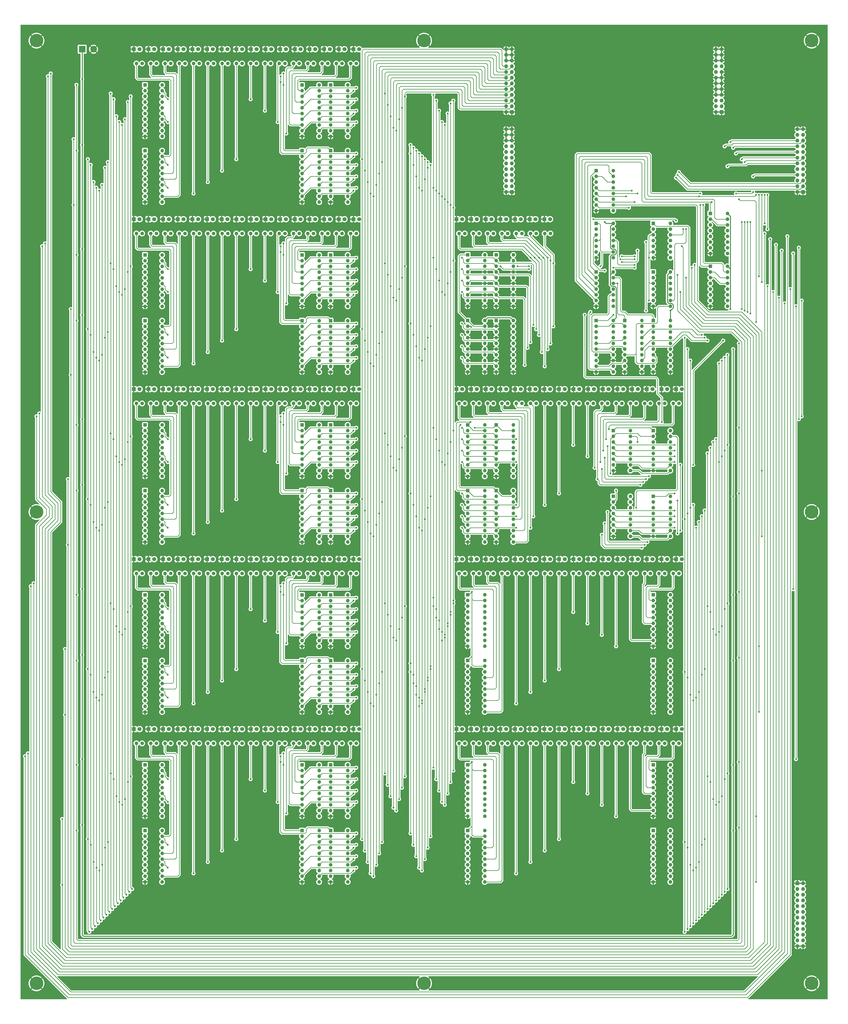
<source format=gbr>
%TF.GenerationSoftware,KiCad,Pcbnew,6.0.7-f9a2dced07~116~ubuntu20.04.1*%
%TF.CreationDate,2022-09-07T21:51:15+02:00*%
%TF.ProjectId,px16_regfile,70783136-5f72-4656-9766-696c652e6b69,1*%
%TF.SameCoordinates,Original*%
%TF.FileFunction,Copper,L2,Bot*%
%TF.FilePolarity,Positive*%
%FSLAX46Y46*%
G04 Gerber Fmt 4.6, Leading zero omitted, Abs format (unit mm)*
G04 Created by KiCad (PCBNEW 6.0.7-f9a2dced07~116~ubuntu20.04.1) date 2022-09-07 21:51:15*
%MOMM*%
%LPD*%
G01*
G04 APERTURE LIST*
%TA.AperFunction,ComponentPad*%
%ADD10R,1.800000X1.800000*%
%TD*%
%TA.AperFunction,ComponentPad*%
%ADD11C,1.800000*%
%TD*%
%TA.AperFunction,ComponentPad*%
%ADD12R,1.600000X1.600000*%
%TD*%
%TA.AperFunction,ComponentPad*%
%ADD13O,1.600000X1.600000*%
%TD*%
%TA.AperFunction,ComponentPad*%
%ADD14C,1.600000*%
%TD*%
%TA.AperFunction,ComponentPad*%
%ADD15C,6.000000*%
%TD*%
%TA.AperFunction,ComponentPad*%
%ADD16R,1.700000X1.700000*%
%TD*%
%TA.AperFunction,ComponentPad*%
%ADD17O,1.700000X1.700000*%
%TD*%
%TA.AperFunction,ComponentPad*%
%ADD18R,3.000000X3.000000*%
%TD*%
%TA.AperFunction,ComponentPad*%
%ADD19C,3.000000*%
%TD*%
%TA.AperFunction,ViaPad*%
%ADD20C,0.800000*%
%TD*%
%TA.AperFunction,Conductor*%
%ADD21C,0.250000*%
%TD*%
%TA.AperFunction,Conductor*%
%ADD22C,0.400000*%
%TD*%
G04 APERTURE END LIST*
D10*
%TO.P,D80,1,K*%
%TO.N,GND*%
X77628750Y-373380000D03*
D11*
%TO.P,D80,2,A*%
%TO.N,Net-(D80-Pad2)*%
X80168750Y-373380000D03*
%TD*%
D10*
%TO.P,D93,1,K*%
%TO.N,GND*%
X240665000Y-222250000D03*
D11*
%TO.P,D93,2,A*%
%TO.N,Net-(D93-Pad2)*%
X243205000Y-222250000D03*
%TD*%
D12*
%TO.P,U57,1,OEa*%
%TO.N,/~{Imm-OEa}*%
X226060000Y-313690000D03*
D13*
%TO.P,U57,2,I0a*%
%TO.N,/ImmQa0*%
X226060000Y-316230000D03*
%TO.P,U57,3,O3b*%
%TO.N,/PbA7*%
X226060000Y-318770000D03*
%TO.P,U57,4,I1a*%
%TO.N,/ImmQa1*%
X226060000Y-321310000D03*
%TO.P,U57,5,O2b*%
%TO.N,/PbA6*%
X226060000Y-323850000D03*
%TO.P,U57,6,I2a*%
%TO.N,/ImmQa2*%
X226060000Y-326390000D03*
%TO.P,U57,7,O1b*%
%TO.N,/PbA5*%
X226060000Y-328930000D03*
%TO.P,U57,8,I3a*%
%TO.N,/ImmQa3*%
X226060000Y-331470000D03*
%TO.P,U57,9,O0b*%
%TO.N,/PbA4*%
X226060000Y-334010000D03*
%TO.P,U57,10,GND*%
%TO.N,GND*%
X226060000Y-336550000D03*
%TO.P,U57,11,I0b*%
%TO.N,/ImmQa4*%
X233680000Y-336550000D03*
%TO.P,U57,12,O3a*%
%TO.N,/PbA3*%
X233680000Y-334010000D03*
%TO.P,U57,13,I1b*%
%TO.N,/ImmQa5*%
X233680000Y-331470000D03*
%TO.P,U57,14,O2a*%
%TO.N,/PbA2*%
X233680000Y-328930000D03*
%TO.P,U57,15,I2b*%
%TO.N,/ImmQa6*%
X233680000Y-326390000D03*
%TO.P,U57,16,O1a*%
%TO.N,/PbA1*%
X233680000Y-323850000D03*
%TO.P,U57,17,I3b*%
%TO.N,/ImmQa7*%
X233680000Y-321310000D03*
%TO.P,U57,18,O0a*%
%TO.N,/PbA0*%
X233680000Y-318770000D03*
%TO.P,U57,19,OEb*%
%TO.N,/~{Imm-OEa}*%
X233680000Y-316230000D03*
%TO.P,U57,20,VCC*%
%TO.N,+5V*%
X233680000Y-313690000D03*
%TD*%
D10*
%TO.P,D26,1,K*%
%TO.N,GND*%
X116681250Y-146685000D03*
D11*
%TO.P,D26,2,A*%
%TO.N,Net-(D26-Pad2)*%
X119221250Y-146685000D03*
%TD*%
D14*
%TO.P,R57,1*%
%TO.N,Net-(D57-Pad2)*%
X125730000Y-304165000D03*
D13*
%TO.P,R57,2*%
%TO.N,/R3Q8*%
X123190000Y-304165000D03*
%TD*%
D10*
%TO.P,D108,1,K*%
%TO.N,GND*%
X292735000Y-373380000D03*
D11*
%TO.P,D108,2,A*%
%TO.N,Net-(D108-Pad2)*%
X295275000Y-373380000D03*
%TD*%
D10*
%TO.P,D1,1,K*%
%TO.N,GND*%
X175260000Y-71120000D03*
D11*
%TO.P,D1,2,A*%
%TO.N,Net-(D1-Pad2)*%
X177800000Y-71120000D03*
%TD*%
D14*
%TO.P,R50,1*%
%TO.N,Net-(D50-Pad2)*%
X170180000Y-304165000D03*
D13*
%TO.P,R50,2*%
%TO.N,/R3Q1*%
X167640000Y-304165000D03*
%TD*%
D10*
%TO.P,D92,1,K*%
%TO.N,GND*%
X247173750Y-222250000D03*
D11*
%TO.P,D92,2,A*%
%TO.N,Net-(D92-Pad2)*%
X249713750Y-222250000D03*
%TD*%
D12*
%TO.P,U14,1,OEa*%
%TO.N,/~{R2-OEa}*%
X152400000Y-238125000D03*
D13*
%TO.P,U14,2,I0a*%
%TO.N,/R2Q0*%
X152400000Y-240665000D03*
%TO.P,U14,3,O3b*%
%TO.N,/PbA7*%
X152400000Y-243205000D03*
%TO.P,U14,4,I1a*%
%TO.N,/R2Q1*%
X152400000Y-245745000D03*
%TO.P,U14,5,O2b*%
%TO.N,/PbA6*%
X152400000Y-248285000D03*
%TO.P,U14,6,I2a*%
%TO.N,/R2Q2*%
X152400000Y-250825000D03*
%TO.P,U14,7,O1b*%
%TO.N,/PbA5*%
X152400000Y-253365000D03*
%TO.P,U14,8,I3a*%
%TO.N,/R2Q3*%
X152400000Y-255905000D03*
%TO.P,U14,9,O0b*%
%TO.N,/PbA4*%
X152400000Y-258445000D03*
%TO.P,U14,10,GND*%
%TO.N,GND*%
X152400000Y-260985000D03*
%TO.P,U14,11,I0b*%
%TO.N,/R2Q4*%
X160020000Y-260985000D03*
%TO.P,U14,12,O3a*%
%TO.N,/PbA3*%
X160020000Y-258445000D03*
%TO.P,U14,13,I1b*%
%TO.N,/R2Q5*%
X160020000Y-255905000D03*
%TO.P,U14,14,O2a*%
%TO.N,/PbA2*%
X160020000Y-253365000D03*
%TO.P,U14,15,I2b*%
%TO.N,/R2Q6*%
X160020000Y-250825000D03*
%TO.P,U14,16,O1a*%
%TO.N,/PbA1*%
X160020000Y-248285000D03*
%TO.P,U14,17,I3b*%
%TO.N,/R2Q7*%
X160020000Y-245745000D03*
%TO.P,U14,18,O0a*%
%TO.N,/PbA0*%
X160020000Y-243205000D03*
%TO.P,U14,19,OEb*%
%TO.N,/~{R2-OEa}*%
X160020000Y-240665000D03*
%TO.P,U14,20,VCC*%
%TO.N,+5V*%
X160020000Y-238125000D03*
%TD*%
D14*
%TO.P,R90,1*%
%TO.N,Net-(D90-Pad2)*%
X262890000Y-228600000D03*
D13*
%TO.P,R90,2*%
%TO.N,/PCQ9*%
X260350000Y-228600000D03*
%TD*%
D14*
%TO.P,R25,1*%
%TO.N,Net-(D25-Pad2)*%
X125730000Y-153035000D03*
D13*
%TO.P,R25,2*%
%TO.N,/R1Q8*%
X123190000Y-153035000D03*
%TD*%
D14*
%TO.P,R51,1*%
%TO.N,Net-(D51-Pad2)*%
X163825000Y-304165000D03*
D13*
%TO.P,R51,2*%
%TO.N,/R3Q2*%
X161285000Y-304165000D03*
%TD*%
D10*
%TO.P,D36,1,K*%
%TO.N,GND*%
X155733750Y-222250000D03*
D11*
%TO.P,D36,2,A*%
%TO.N,Net-(D36-Pad2)*%
X158273750Y-222250000D03*
%TD*%
D14*
%TO.P,R62,1*%
%TO.N,Net-(D62-Pad2)*%
X93980000Y-304165000D03*
D13*
%TO.P,R62,2*%
%TO.N,/R3Q13*%
X91440000Y-304165000D03*
%TD*%
D14*
%TO.P,R6,1*%
%TO.N,Net-(D6-Pad2)*%
X144780000Y-77470000D03*
D13*
%TO.P,R6,2*%
%TO.N,/R0Q5*%
X142240000Y-77470000D03*
%TD*%
D15*
%TO.P,H3,1,1*%
%TO.N,GND*%
X379095000Y-67310000D03*
%TD*%
D12*
%TO.P,U34,1,E*%
%TO.N,/D2*%
X283210000Y-125095000D03*
D13*
%TO.P,U34,2,A0*%
%TO.N,/D1*%
X283210000Y-127635000D03*
%TO.P,U34,3,A1*%
%TO.N,/D0*%
X283210000Y-130175000D03*
%TO.P,U34,4,O0*%
%TO.N,/~{R0-WE}*%
X283210000Y-132715000D03*
%TO.P,U34,5,O1*%
%TO.N,/~{R1-WE}*%
X283210000Y-135255000D03*
%TO.P,U34,6,O2*%
%TO.N,/~{R2-WE}*%
X283210000Y-137795000D03*
%TO.P,U34,7,O3*%
%TO.N,/~{R3-WE}*%
X283210000Y-140335000D03*
%TO.P,U34,8,GND*%
%TO.N,GND*%
X283210000Y-142875000D03*
%TO.P,U34,9,O3*%
%TO.N,unconnected-(U34-Pad9)*%
X290830000Y-142875000D03*
%TO.P,U34,10,O2*%
%TO.N,/~{PC-WE}*%
X290830000Y-140335000D03*
%TO.P,U34,11,O1*%
%TO.N,/~{PF-WE}*%
X290830000Y-137795000D03*
%TO.P,U34,12,O0*%
%TO.N,/~{ST-WE}*%
X290830000Y-135255000D03*
%TO.P,U34,13,A1*%
%TO.N,/D0*%
X290830000Y-132715000D03*
%TO.P,U34,14,A0*%
%TO.N,/D1*%
X290830000Y-130175000D03*
%TO.P,U34,15,E*%
%TO.N,/~{D2}*%
X290830000Y-127635000D03*
%TO.P,U34,16,VCC*%
%TO.N,+5V*%
X290830000Y-125095000D03*
%TD*%
D12*
%TO.P,U11,1,OEa*%
%TO.N,/~{R1-OEa}*%
X152410000Y-191775000D03*
D13*
%TO.P,U11,2,I0a*%
%TO.N,/R1Q8*%
X152410000Y-194315000D03*
%TO.P,U11,3,O3b*%
%TO.N,/PbA15*%
X152410000Y-196855000D03*
%TO.P,U11,4,I1a*%
%TO.N,/R1Q9*%
X152410000Y-199395000D03*
%TO.P,U11,5,O2b*%
%TO.N,/PbA14*%
X152410000Y-201935000D03*
%TO.P,U11,6,I2a*%
%TO.N,/R1Q10*%
X152410000Y-204475000D03*
%TO.P,U11,7,O1b*%
%TO.N,/PbA13*%
X152410000Y-207015000D03*
%TO.P,U11,8,I3a*%
%TO.N,/R1Q11*%
X152410000Y-209555000D03*
%TO.P,U11,9,O0b*%
%TO.N,/PbA12*%
X152410000Y-212095000D03*
%TO.P,U11,10,GND*%
%TO.N,GND*%
X152410000Y-214635000D03*
%TO.P,U11,11,I0b*%
%TO.N,/R1Q12*%
X160030000Y-214635000D03*
%TO.P,U11,12,O3a*%
%TO.N,/PbA11*%
X160030000Y-212095000D03*
%TO.P,U11,13,I1b*%
%TO.N,/R1Q13*%
X160030000Y-209555000D03*
%TO.P,U11,14,O2a*%
%TO.N,/PbA10*%
X160030000Y-207015000D03*
%TO.P,U11,15,I2b*%
%TO.N,/R1Q14*%
X160030000Y-204475000D03*
%TO.P,U11,16,O1a*%
%TO.N,/PbA9*%
X160030000Y-201935000D03*
%TO.P,U11,17,I3b*%
%TO.N,/R1Q15*%
X160030000Y-199395000D03*
%TO.P,U11,18,O0a*%
%TO.N,/PbA8*%
X160030000Y-196855000D03*
%TO.P,U11,19,OEb*%
%TO.N,/~{R1-OEa}*%
X160030000Y-194315000D03*
%TO.P,U11,20,VCC*%
%TO.N,+5V*%
X160030000Y-191775000D03*
%TD*%
D12*
%TO.P,U3,1,OEa*%
%TO.N,/~{R0-OEb}*%
X165110000Y-87000000D03*
D13*
%TO.P,U3,2,I0a*%
%TO.N,/R0Q0*%
X165110000Y-89540000D03*
%TO.P,U3,3,O3b*%
%TO.N,/PbB7*%
X165110000Y-92080000D03*
%TO.P,U3,4,I1a*%
%TO.N,/R0Q1*%
X165110000Y-94620000D03*
%TO.P,U3,5,O2b*%
%TO.N,/PbB6*%
X165110000Y-97160000D03*
%TO.P,U3,6,I2a*%
%TO.N,/R0Q2*%
X165110000Y-99700000D03*
%TO.P,U3,7,O1b*%
%TO.N,/PbB5*%
X165110000Y-102240000D03*
%TO.P,U3,8,I3a*%
%TO.N,/R0Q3*%
X165110000Y-104780000D03*
%TO.P,U3,9,O0b*%
%TO.N,/PbB4*%
X165110000Y-107320000D03*
%TO.P,U3,10,GND*%
%TO.N,GND*%
X165110000Y-109860000D03*
%TO.P,U3,11,I0b*%
%TO.N,/R0Q4*%
X172730000Y-109860000D03*
%TO.P,U3,12,O3a*%
%TO.N,/PbB3*%
X172730000Y-107320000D03*
%TO.P,U3,13,I1b*%
%TO.N,/R0Q5*%
X172730000Y-104780000D03*
%TO.P,U3,14,O2a*%
%TO.N,/PbB2*%
X172730000Y-102240000D03*
%TO.P,U3,15,I2b*%
%TO.N,/R0Q6*%
X172730000Y-99700000D03*
%TO.P,U3,16,O1a*%
%TO.N,/PbB1*%
X172730000Y-97160000D03*
%TO.P,U3,17,I3b*%
%TO.N,/R0Q7*%
X172730000Y-94620000D03*
%TO.P,U3,18,O0a*%
%TO.N,/PbB0*%
X172730000Y-92080000D03*
%TO.P,U3,19,OEb*%
%TO.N,/~{R0-OEb}*%
X172730000Y-89540000D03*
%TO.P,U3,20,VCC*%
%TO.N,+5V*%
X172730000Y-87000000D03*
%TD*%
D14*
%TO.P,R66,1*%
%TO.N,Net-(D66-Pad2)*%
X170180000Y-379730000D03*
D13*
%TO.P,R66,2*%
%TO.N,/STQ1*%
X167640000Y-379730000D03*
%TD*%
D10*
%TO.P,D60,1,K*%
%TO.N,GND*%
X103663750Y-297815000D03*
D11*
%TO.P,D60,2,A*%
%TO.N,Net-(D60-Pad2)*%
X106203750Y-297815000D03*
%TD*%
D10*
%TO.P,D117,1,K*%
%TO.N,GND*%
X234156250Y-373380000D03*
D11*
%TO.P,D117,2,A*%
%TO.N,Net-(D117-Pad2)*%
X236696250Y-373380000D03*
%TD*%
D14*
%TO.P,R76,1*%
%TO.N,Net-(D76-Pad2)*%
X106680000Y-379730000D03*
D13*
%TO.P,R76,2*%
%TO.N,/STQ11*%
X104140000Y-379730000D03*
%TD*%
D14*
%TO.P,R10,1*%
%TO.N,Net-(D10-Pad2)*%
X119380000Y-77470000D03*
D13*
%TO.P,R10,2*%
%TO.N,/R0Q9*%
X116840000Y-77470000D03*
%TD*%
D12*
%TO.P,U23,1,OEa*%
%TO.N,/~{R3-OEa}*%
X152410000Y-342905000D03*
D13*
%TO.P,U23,2,I0a*%
%TO.N,/R3Q8*%
X152410000Y-345445000D03*
%TO.P,U23,3,O3b*%
%TO.N,/PbA15*%
X152410000Y-347985000D03*
%TO.P,U23,4,I1a*%
%TO.N,/R3Q9*%
X152410000Y-350525000D03*
%TO.P,U23,5,O2b*%
%TO.N,/PbA14*%
X152410000Y-353065000D03*
%TO.P,U23,6,I2a*%
%TO.N,/R3Q10*%
X152410000Y-355605000D03*
%TO.P,U23,7,O1b*%
%TO.N,/PbA13*%
X152410000Y-358145000D03*
%TO.P,U23,8,I3a*%
%TO.N,/R3Q11*%
X152410000Y-360685000D03*
%TO.P,U23,9,O0b*%
%TO.N,/PbA12*%
X152410000Y-363225000D03*
%TO.P,U23,10,GND*%
%TO.N,GND*%
X152410000Y-365765000D03*
%TO.P,U23,11,I0b*%
%TO.N,/R3Q12*%
X160030000Y-365765000D03*
%TO.P,U23,12,O3a*%
%TO.N,/PbA11*%
X160030000Y-363225000D03*
%TO.P,U23,13,I1b*%
%TO.N,/R3Q13*%
X160030000Y-360685000D03*
%TO.P,U23,14,O2a*%
%TO.N,/PbA10*%
X160030000Y-358145000D03*
%TO.P,U23,15,I2b*%
%TO.N,/R3Q14*%
X160030000Y-355605000D03*
%TO.P,U23,16,O1a*%
%TO.N,/PbA9*%
X160030000Y-353065000D03*
%TO.P,U23,17,I3b*%
%TO.N,/R3Q15*%
X160030000Y-350525000D03*
%TO.P,U23,18,O0a*%
%TO.N,/PbA8*%
X160030000Y-347985000D03*
%TO.P,U23,19,OEb*%
%TO.N,/~{R3-OEa}*%
X160030000Y-345445000D03*
%TO.P,U23,20,VCC*%
%TO.N,+5V*%
X160030000Y-342905000D03*
%TD*%
D14*
%TO.P,R34,1*%
%TO.N,Net-(D34-Pad2)*%
X170175000Y-228600000D03*
D13*
%TO.P,R34,2*%
%TO.N,/R2Q1*%
X167635000Y-228600000D03*
%TD*%
D14*
%TO.P,R5,1*%
%TO.N,Net-(D5-Pad2)*%
X151130000Y-77470000D03*
D13*
%TO.P,R5,2*%
%TO.N,/R0Q4*%
X148590000Y-77470000D03*
%TD*%
D14*
%TO.P,R31,1*%
%TO.N,Net-(D31-Pad2)*%
X87630000Y-153035000D03*
D13*
%TO.P,R31,2*%
%TO.N,/R1Q14*%
X85090000Y-153035000D03*
%TD*%
D14*
%TO.P,R43,1*%
%TO.N,Net-(D43-Pad2)*%
X113025000Y-228600000D03*
D13*
%TO.P,R43,2*%
%TO.N,/R2Q10*%
X110485000Y-228600000D03*
%TD*%
D10*
%TO.P,D100,1,K*%
%TO.N,GND*%
X240665000Y-146685000D03*
D11*
%TO.P,D100,2,A*%
%TO.N,Net-(D100-Pad2)*%
X243205000Y-146685000D03*
%TD*%
D14*
%TO.P,R102,1*%
%TO.N,Net-(D102-Pad2)*%
X231140000Y-153035000D03*
D13*
%TO.P,R102,2*%
%TO.N,/QUCout*%
X228600000Y-153035000D03*
%TD*%
D10*
%TO.P,D85,1,K*%
%TO.N,GND*%
X292735000Y-222250000D03*
D11*
%TO.P,D85,2,A*%
%TO.N,Net-(D85-Pad2)*%
X295275000Y-222250000D03*
%TD*%
D10*
%TO.P,D116,1,K*%
%TO.N,GND*%
X240665000Y-373380000D03*
D11*
%TO.P,D116,2,A*%
%TO.N,Net-(D116-Pad2)*%
X243205000Y-373380000D03*
%TD*%
D14*
%TO.P,R12,1*%
%TO.N,Net-(D12-Pad2)*%
X106680000Y-77470000D03*
D13*
%TO.P,R12,2*%
%TO.N,/R0Q11*%
X104140000Y-77470000D03*
%TD*%
D10*
%TO.P,D56,1,K*%
%TO.N,GND*%
X129698750Y-297815000D03*
D11*
%TO.P,D56,2,A*%
%TO.N,Net-(D56-Pad2)*%
X132238750Y-297815000D03*
%TD*%
D15*
%TO.P,H7,1,1*%
%TO.N,GND*%
X34290000Y-276860000D03*
%TD*%
D10*
%TO.P,D61,1,K*%
%TO.N,GND*%
X97155000Y-297815000D03*
D11*
%TO.P,D61,2,A*%
%TO.N,Net-(D61-Pad2)*%
X99695000Y-297815000D03*
%TD*%
D12*
%TO.P,U48,1,~{MR}*%
%TO.N,/~{RST}*%
X290830000Y-269875000D03*
D13*
%TO.P,U48,2,CP*%
%TO.N,/CLK*%
X290830000Y-272415000D03*
%TO.P,U48,3,D0*%
%TO.N,/Db8*%
X290830000Y-274955000D03*
%TO.P,U48,4,D1*%
%TO.N,/Db9*%
X290830000Y-277495000D03*
%TO.P,U48,5,D2*%
%TO.N,/Db10*%
X290830000Y-280035000D03*
%TO.P,U48,6,D3*%
%TO.N,/Db11*%
X290830000Y-282575000D03*
%TO.P,U48,7,CEP*%
%TO.N,Net-(U45-Pad15)*%
X290830000Y-285115000D03*
%TO.P,U48,8,GND*%
%TO.N,GND*%
X290830000Y-287655000D03*
%TO.P,U48,9,~{PE}*%
%TO.N,/~{PC-WE}*%
X298450000Y-287655000D03*
%TO.P,U48,10,CET*%
%TO.N,/Inc*%
X298450000Y-285115000D03*
%TO.P,U48,11,Q3*%
%TO.N,/PCQ11*%
X298450000Y-282575000D03*
%TO.P,U48,12,Q2*%
%TO.N,/PCQ10*%
X298450000Y-280035000D03*
%TO.P,U48,13,Q1*%
%TO.N,/PCQ9*%
X298450000Y-277495000D03*
%TO.P,U48,14,Q0*%
%TO.N,/PCQ8*%
X298450000Y-274955000D03*
%TO.P,U48,15,TC*%
%TO.N,Net-(U48-Pad15)*%
X298450000Y-272415000D03*
%TO.P,U48,16,VCC*%
%TO.N,+5V*%
X298450000Y-269875000D03*
%TD*%
D12*
%TO.P,U10,1,~{Mr}*%
%TO.N,/~{RST}*%
X82560000Y-191775000D03*
D13*
%TO.P,U10,2,Q0*%
%TO.N,/R1Q8*%
X82560000Y-194315000D03*
%TO.P,U10,3,D0*%
%TO.N,/Db8*%
X82560000Y-196855000D03*
%TO.P,U10,4,D1*%
%TO.N,/Db9*%
X82560000Y-199395000D03*
%TO.P,U10,5,Q1*%
%TO.N,/R1Q9*%
X82560000Y-201935000D03*
%TO.P,U10,6,Q2*%
%TO.N,/R1Q10*%
X82560000Y-204475000D03*
%TO.P,U10,7,D2*%
%TO.N,/Db10*%
X82560000Y-207015000D03*
%TO.P,U10,8,D3*%
%TO.N,/Db11*%
X82560000Y-209555000D03*
%TO.P,U10,9,Q3*%
%TO.N,/R1Q11*%
X82560000Y-212095000D03*
%TO.P,U10,10,GND*%
%TO.N,GND*%
X82560000Y-214635000D03*
%TO.P,U10,11,Cp*%
%TO.N,/R1-WE*%
X90180000Y-214635000D03*
%TO.P,U10,12,Q4*%
%TO.N,/R1Q12*%
X90180000Y-212095000D03*
%TO.P,U10,13,D4*%
%TO.N,/Db12*%
X90180000Y-209555000D03*
%TO.P,U10,14,D5*%
%TO.N,/Db13*%
X90180000Y-207015000D03*
%TO.P,U10,15,Q5*%
%TO.N,/R1Q13*%
X90180000Y-204475000D03*
%TO.P,U10,16,Q6*%
%TO.N,/R1Q14*%
X90180000Y-201935000D03*
%TO.P,U10,17,D6*%
%TO.N,/Db14*%
X90180000Y-199395000D03*
%TO.P,U10,18,D7*%
%TO.N,/Db15*%
X90180000Y-196855000D03*
%TO.P,U10,19,Q7*%
%TO.N,/R1Q15*%
X90180000Y-194315000D03*
%TO.P,U10,20,VCC*%
%TO.N,+5V*%
X90180000Y-191775000D03*
%TD*%
D14*
%TO.P,R71,1*%
%TO.N,Net-(D71-Pad2)*%
X138430000Y-379730000D03*
D13*
%TO.P,R71,2*%
%TO.N,/STQ6*%
X135890000Y-379730000D03*
%TD*%
D12*
%TO.P,U53,1,~{Mr}*%
%TO.N,/~{RST}*%
X308610000Y-389255000D03*
D13*
%TO.P,U53,2,Q0*%
%TO.N,/ImmQb0*%
X308610000Y-391795000D03*
%TO.P,U53,3,D0*%
%TO.N,/Db0*%
X308610000Y-394335000D03*
%TO.P,U53,4,D1*%
%TO.N,/Db1*%
X308610000Y-396875000D03*
%TO.P,U53,5,Q1*%
%TO.N,/ImmQb1*%
X308610000Y-399415000D03*
%TO.P,U53,6,Q2*%
%TO.N,/ImmQb2*%
X308610000Y-401955000D03*
%TO.P,U53,7,D2*%
%TO.N,/Db2*%
X308610000Y-404495000D03*
%TO.P,U53,8,D3*%
%TO.N,/Db3*%
X308610000Y-407035000D03*
%TO.P,U53,9,Q3*%
%TO.N,/ImmQb3*%
X308610000Y-409575000D03*
%TO.P,U53,10,GND*%
%TO.N,GND*%
X308610000Y-412115000D03*
%TO.P,U53,11,Cp*%
%TO.N,/Imm-WEa*%
X316230000Y-412115000D03*
%TO.P,U53,12,Q4*%
%TO.N,/ImmQb4*%
X316230000Y-409575000D03*
%TO.P,U53,13,D4*%
%TO.N,/Db4*%
X316230000Y-407035000D03*
%TO.P,U53,14,D5*%
%TO.N,/Db5*%
X316230000Y-404495000D03*
%TO.P,U53,15,Q5*%
%TO.N,/ImmQb5*%
X316230000Y-401955000D03*
%TO.P,U53,16,Q6*%
%TO.N,/ImmQb6*%
X316230000Y-399415000D03*
%TO.P,U53,17,D6*%
%TO.N,/Db6*%
X316230000Y-396875000D03*
%TO.P,U53,18,D7*%
%TO.N,/Db7*%
X316230000Y-394335000D03*
%TO.P,U53,19,Q7*%
%TO.N,/ImmQb7*%
X316230000Y-391795000D03*
%TO.P,U53,20,VCC*%
%TO.N,+5V*%
X316230000Y-389255000D03*
%TD*%
D12*
%TO.P,U45,1,~{MR}*%
%TO.N,/~{RST}*%
X308610000Y-240665000D03*
D13*
%TO.P,U45,2,CP*%
%TO.N,/CLK*%
X308610000Y-243205000D03*
%TO.P,U45,3,D0*%
%TO.N,/Db4*%
X308610000Y-245745000D03*
%TO.P,U45,4,D1*%
%TO.N,/Db5*%
X308610000Y-248285000D03*
%TO.P,U45,5,D2*%
%TO.N,/Db6*%
X308610000Y-250825000D03*
%TO.P,U45,6,D3*%
%TO.N,/Db7*%
X308610000Y-253365000D03*
%TO.P,U45,7,CEP*%
%TO.N,Net-(U44-Pad15)*%
X308610000Y-255905000D03*
%TO.P,U45,8,GND*%
%TO.N,GND*%
X308610000Y-258445000D03*
%TO.P,U45,9,~{PE}*%
%TO.N,/~{PC-WE}*%
X316230000Y-258445000D03*
%TO.P,U45,10,CET*%
%TO.N,/Inc*%
X316230000Y-255905000D03*
%TO.P,U45,11,Q3*%
%TO.N,/PCQ7*%
X316230000Y-253365000D03*
%TO.P,U45,12,Q2*%
%TO.N,/PCQ6*%
X316230000Y-250825000D03*
%TO.P,U45,13,Q1*%
%TO.N,/PCQ5*%
X316230000Y-248285000D03*
%TO.P,U45,14,Q0*%
%TO.N,/PCQ4*%
X316230000Y-245745000D03*
%TO.P,U45,15,TC*%
%TO.N,Net-(U45-Pad15)*%
X316230000Y-243205000D03*
%TO.P,U45,16,VCC*%
%TO.N,+5V*%
X316230000Y-240665000D03*
%TD*%
D14*
%TO.P,R92,1*%
%TO.N,Net-(D92-Pad2)*%
X250190000Y-228600000D03*
D13*
%TO.P,R92,2*%
%TO.N,/PCQ11*%
X247650000Y-228600000D03*
%TD*%
D10*
%TO.P,D59,1,K*%
%TO.N,GND*%
X110172500Y-297815000D03*
D11*
%TO.P,D59,2,A*%
%TO.N,Net-(D59-Pad2)*%
X112712500Y-297815000D03*
%TD*%
D14*
%TO.P,R105,1*%
%TO.N,Net-(D105-Pad2)*%
X313690000Y-379730000D03*
D13*
%TO.P,R105,2*%
%TO.N,/ImmQb1*%
X311150000Y-379730000D03*
%TD*%
D14*
%TO.P,R107,1*%
%TO.N,Net-(D107-Pad2)*%
X300990000Y-379730000D03*
D13*
%TO.P,R107,2*%
%TO.N,/ImmQb3*%
X298450000Y-379730000D03*
%TD*%
D10*
%TO.P,D131,1,K*%
%TO.N,GND*%
X247173750Y-297815000D03*
D11*
%TO.P,D131,2,A*%
%TO.N,Net-(D131-Pad2)*%
X249713750Y-297815000D03*
%TD*%
D10*
%TO.P,D48,1,K*%
%TO.N,GND*%
X77628750Y-222250000D03*
D11*
%TO.P,D48,2,A*%
%TO.N,Net-(D48-Pad2)*%
X80168750Y-222250000D03*
%TD*%
D14*
%TO.P,R72,1*%
%TO.N,Net-(D72-Pad2)*%
X132080000Y-379730000D03*
D13*
%TO.P,R72,2*%
%TO.N,/STQ7*%
X129540000Y-379730000D03*
%TD*%
D12*
%TO.P,U16,1,~{Mr}*%
%TO.N,/~{RST}*%
X82550000Y-267335000D03*
D13*
%TO.P,U16,2,Q0*%
%TO.N,/R2Q8*%
X82550000Y-269875000D03*
%TO.P,U16,3,D0*%
%TO.N,/Db8*%
X82550000Y-272415000D03*
%TO.P,U16,4,D1*%
%TO.N,/Db9*%
X82550000Y-274955000D03*
%TO.P,U16,5,Q1*%
%TO.N,/R2Q9*%
X82550000Y-277495000D03*
%TO.P,U16,6,Q2*%
%TO.N,/R2Q10*%
X82550000Y-280035000D03*
%TO.P,U16,7,D2*%
%TO.N,/Db10*%
X82550000Y-282575000D03*
%TO.P,U16,8,D3*%
%TO.N,/Db11*%
X82550000Y-285115000D03*
%TO.P,U16,9,Q3*%
%TO.N,/R2Q11*%
X82550000Y-287655000D03*
%TO.P,U16,10,GND*%
%TO.N,GND*%
X82550000Y-290195000D03*
%TO.P,U16,11,Cp*%
%TO.N,/R2-WE*%
X90170000Y-290195000D03*
%TO.P,U16,12,Q4*%
%TO.N,/R2Q12*%
X90170000Y-287655000D03*
%TO.P,U16,13,D4*%
%TO.N,/Db12*%
X90170000Y-285115000D03*
%TO.P,U16,14,D5*%
%TO.N,/Db13*%
X90170000Y-282575000D03*
%TO.P,U16,15,Q5*%
%TO.N,/R2Q13*%
X90170000Y-280035000D03*
%TO.P,U16,16,Q6*%
%TO.N,/R2Q14*%
X90170000Y-277495000D03*
%TO.P,U16,17,D6*%
%TO.N,/Db14*%
X90170000Y-274955000D03*
%TO.P,U16,18,D7*%
%TO.N,/Db15*%
X90170000Y-272415000D03*
%TO.P,U16,19,Q7*%
%TO.N,/R2Q15*%
X90170000Y-269875000D03*
%TO.P,U16,20,VCC*%
%TO.N,+5V*%
X90170000Y-267335000D03*
%TD*%
D14*
%TO.P,R40,1*%
%TO.N,Net-(D40-Pad2)*%
X132075000Y-228600000D03*
D13*
%TO.P,R40,2*%
%TO.N,/R2Q7*%
X129535000Y-228600000D03*
%TD*%
D14*
%TO.P,R52,1*%
%TO.N,Net-(D52-Pad2)*%
X157475000Y-304165000D03*
D13*
%TO.P,R52,2*%
%TO.N,/R3Q3*%
X154935000Y-304165000D03*
%TD*%
D14*
%TO.P,R29,1*%
%TO.N,Net-(D29-Pad2)*%
X100330000Y-153035000D03*
D13*
%TO.P,R29,2*%
%TO.N,/R1Q12*%
X97790000Y-153035000D03*
%TD*%
D14*
%TO.P,R87,1*%
%TO.N,Net-(D87-Pad2)*%
X281940000Y-228600000D03*
D13*
%TO.P,R87,2*%
%TO.N,/PCQ6*%
X279400000Y-228600000D03*
%TD*%
D12*
%TO.P,U25,1,~{Mr}*%
%TO.N,/~{RST}*%
X82560000Y-389260000D03*
D13*
%TO.P,U25,2,Q0*%
%TO.N,/STQ0*%
X82560000Y-391800000D03*
%TO.P,U25,3,D0*%
%TO.N,/Db0*%
X82560000Y-394340000D03*
%TO.P,U25,4,D1*%
%TO.N,/Db1*%
X82560000Y-396880000D03*
%TO.P,U25,5,Q1*%
%TO.N,/STQ1*%
X82560000Y-399420000D03*
%TO.P,U25,6,Q2*%
%TO.N,/STQ2*%
X82560000Y-401960000D03*
%TO.P,U25,7,D2*%
%TO.N,/Db2*%
X82560000Y-404500000D03*
%TO.P,U25,8,D3*%
%TO.N,/Db3*%
X82560000Y-407040000D03*
%TO.P,U25,9,Q3*%
%TO.N,/STQ3*%
X82560000Y-409580000D03*
%TO.P,U25,10,GND*%
%TO.N,GND*%
X82560000Y-412120000D03*
%TO.P,U25,11,Cp*%
%TO.N,/ST-WE*%
X90180000Y-412120000D03*
%TO.P,U25,12,Q4*%
%TO.N,/STQ4*%
X90180000Y-409580000D03*
%TO.P,U25,13,D4*%
%TO.N,/Db4*%
X90180000Y-407040000D03*
%TO.P,U25,14,D5*%
%TO.N,/Db5*%
X90180000Y-404500000D03*
%TO.P,U25,15,Q5*%
%TO.N,/STQ5*%
X90180000Y-401960000D03*
%TO.P,U25,16,Q6*%
%TO.N,/STQ6*%
X90180000Y-399420000D03*
%TO.P,U25,17,D6*%
%TO.N,/Db6*%
X90180000Y-396880000D03*
%TO.P,U25,18,D7*%
%TO.N,/Db7*%
X90180000Y-394340000D03*
%TO.P,U25,19,Q7*%
%TO.N,/STQ7*%
X90180000Y-391800000D03*
%TO.P,U25,20,VCC*%
%TO.N,+5V*%
X90180000Y-389260000D03*
%TD*%
D14*
%TO.P,R53,1*%
%TO.N,Net-(D53-Pad2)*%
X151130000Y-304165000D03*
D13*
%TO.P,R53,2*%
%TO.N,/R3Q4*%
X148590000Y-304165000D03*
%TD*%
D10*
%TO.P,D31,1,K*%
%TO.N,GND*%
X84137500Y-146685000D03*
D11*
%TO.P,D31,2,A*%
%TO.N,Net-(D31-Pad2)*%
X86677500Y-146685000D03*
%TD*%
D12*
%TO.P,U42,1,OEa*%
%TO.N,/~{PF-OEa}*%
X238760000Y-191770000D03*
D13*
%TO.P,U42,2,I0a*%
%TO.N,GND*%
X238760000Y-194310000D03*
%TO.P,U42,3,O3b*%
%TO.N,/PbA15*%
X238760000Y-196850000D03*
%TO.P,U42,4,I1a*%
%TO.N,GND*%
X238760000Y-199390000D03*
%TO.P,U42,5,O2b*%
%TO.N,/PbA14*%
X238760000Y-201930000D03*
%TO.P,U42,6,I2a*%
%TO.N,GND*%
X238760000Y-204470000D03*
%TO.P,U42,7,O1b*%
%TO.N,/PbA13*%
X238760000Y-207010000D03*
%TO.P,U42,8,I3a*%
%TO.N,GND*%
X238760000Y-209550000D03*
%TO.P,U42,9,O0b*%
%TO.N,/PbA12*%
X238760000Y-212090000D03*
%TO.P,U42,10,GND*%
%TO.N,GND*%
X238760000Y-214630000D03*
%TO.P,U42,11,I0b*%
X246380000Y-214630000D03*
%TO.P,U42,12,O3a*%
%TO.N,/PbA11*%
X246380000Y-212090000D03*
%TO.P,U42,13,I1b*%
%TO.N,/QZero*%
X246380000Y-209550000D03*
%TO.P,U42,14,O2a*%
%TO.N,/PbA10*%
X246380000Y-207010000D03*
%TO.P,U42,15,I2b*%
%TO.N,/QUCout*%
X246380000Y-204470000D03*
%TO.P,U42,16,O1a*%
%TO.N,/PbA9*%
X246380000Y-201930000D03*
%TO.P,U42,17,I3b*%
%TO.N,/QSCout*%
X246380000Y-199390000D03*
%TO.P,U42,18,O0a*%
%TO.N,/PbA8*%
X246380000Y-196850000D03*
%TO.P,U42,19,OEb*%
%TO.N,/~{PF-OEa}*%
X246380000Y-194310000D03*
%TO.P,U42,20,VCC*%
%TO.N,+5V*%
X246380000Y-191770000D03*
%TD*%
D14*
%TO.P,R101,1*%
%TO.N,Net-(D101-Pad2)*%
X237490000Y-153035000D03*
D13*
%TO.P,R101,2*%
%TO.N,/QZero*%
X234950000Y-153035000D03*
%TD*%
D14*
%TO.P,R41,1*%
%TO.N,Net-(D41-Pad2)*%
X125725000Y-228600000D03*
D13*
%TO.P,R41,2*%
%TO.N,/R2Q8*%
X123185000Y-228600000D03*
%TD*%
D12*
%TO.P,U37,1,~{Mr}*%
%TO.N,/~{RST}*%
X283210000Y-191770000D03*
D13*
%TO.P,U37,2,Q0*%
%TO.N,/QNMI*%
X283210000Y-194310000D03*
%TO.P,U37,3,D0*%
%TO.N,/DNMI*%
X283210000Y-196850000D03*
%TO.P,U37,4,D1*%
%TO.N,/DIRQ*%
X283210000Y-199390000D03*
%TO.P,U37,5,Q1*%
%TO.N,/QIRQ*%
X283210000Y-201930000D03*
%TO.P,U37,6,Q2*%
%TO.N,/QIntSw*%
X283210000Y-204470000D03*
%TO.P,U37,7,D2*%
%TO.N,/DIntSw*%
X283210000Y-207010000D03*
%TO.P,U37,8,D3*%
%TO.N,/DIntProg*%
X283210000Y-209550000D03*
%TO.P,U37,9,Q3*%
%TO.N,/QIntProg*%
X283210000Y-212090000D03*
%TO.P,U37,10,GND*%
%TO.N,GND*%
X283210000Y-214630000D03*
%TO.P,U37,11,Cp*%
%TO.N,/PF-WE*%
X290830000Y-214630000D03*
%TO.P,U37,12,Q4*%
%TO.N,unconnected-(U37-Pad12)*%
X290830000Y-212090000D03*
%TO.P,U37,13,D4*%
%TO.N,GND*%
X290830000Y-209550000D03*
%TO.P,U37,14,D5*%
%TO.N,Net-(U32-Pad10)*%
X290830000Y-207010000D03*
%TO.P,U37,15,Q5*%
%TO.N,/QZero*%
X290830000Y-204470000D03*
%TO.P,U37,16,Q6*%
%TO.N,/QUCout*%
X290830000Y-201930000D03*
%TO.P,U37,17,D6*%
%TO.N,/DUCout*%
X290830000Y-199390000D03*
%TO.P,U37,18,D7*%
%TO.N,/DSCout*%
X290830000Y-196850000D03*
%TO.P,U37,19,Q7*%
%TO.N,/QSCout*%
X290830000Y-194310000D03*
%TO.P,U37,20,VCC*%
%TO.N,+5V*%
X290830000Y-191770000D03*
%TD*%
D12*
%TO.P,U40,1,OEa*%
%TO.N,/~{PF-Wa}*%
X308610000Y-191770000D03*
D13*
%TO.P,U40,2,I0a*%
%TO.N,/Db0*%
X308610000Y-194310000D03*
%TO.P,U40,3,O3b*%
%TO.N,/DSCout*%
X308610000Y-196850000D03*
%TO.P,U40,4,I1a*%
%TO.N,/Db1*%
X308610000Y-199390000D03*
%TO.P,U40,5,O2b*%
%TO.N,/DUCout*%
X308610000Y-201930000D03*
%TO.P,U40,6,I2a*%
%TO.N,/Db2*%
X308610000Y-204470000D03*
%TO.P,U40,7,O1b*%
%TO.N,/DZero*%
X308610000Y-207010000D03*
%TO.P,U40,8,I3a*%
%TO.N,/Db3*%
X308610000Y-209550000D03*
%TO.P,U40,9,O0b*%
%TO.N,unconnected-(U40-Pad9)*%
X308610000Y-212090000D03*
%TO.P,U40,10,GND*%
%TO.N,GND*%
X308610000Y-214630000D03*
%TO.P,U40,11,I0b*%
X316230000Y-214630000D03*
%TO.P,U40,12,O3a*%
%TO.N,/DIntProg*%
X316230000Y-212090000D03*
%TO.P,U40,13,I1b*%
%TO.N,/Db13*%
X316230000Y-209550000D03*
%TO.P,U40,14,O2a*%
%TO.N,/DIntSw*%
X316230000Y-207010000D03*
%TO.P,U40,15,I2b*%
%TO.N,/Db14*%
X316230000Y-204470000D03*
%TO.P,U40,16,O1a*%
%TO.N,/DIRQ*%
X316230000Y-201930000D03*
%TO.P,U40,17,I3b*%
%TO.N,/Db15*%
X316230000Y-199390000D03*
%TO.P,U40,18,O0a*%
%TO.N,/DNMI*%
X316230000Y-196850000D03*
%TO.P,U40,19,OEb*%
%TO.N,/~{PF-Wa}*%
X316230000Y-194310000D03*
%TO.P,U40,20,VCC*%
%TO.N,+5V*%
X316230000Y-191770000D03*
%TD*%
D12*
%TO.P,U38,1,OEa*%
%TO.N,/~{PF-OEa}*%
X238760000Y-162560000D03*
D13*
%TO.P,U38,2,I0a*%
%TO.N,/QNMI*%
X238760000Y-165100000D03*
%TO.P,U38,3,O3b*%
%TO.N,/PbA7*%
X238760000Y-167640000D03*
%TO.P,U38,4,I1a*%
%TO.N,/QIRQ*%
X238760000Y-170180000D03*
%TO.P,U38,5,O2b*%
%TO.N,/PbA6*%
X238760000Y-172720000D03*
%TO.P,U38,6,I2a*%
%TO.N,/QIntSw*%
X238760000Y-175260000D03*
%TO.P,U38,7,O1b*%
%TO.N,/PbA5*%
X238760000Y-177800000D03*
%TO.P,U38,8,I3a*%
%TO.N,/QIntProg*%
X238760000Y-180340000D03*
%TO.P,U38,9,O0b*%
%TO.N,/PbA4*%
X238760000Y-182880000D03*
%TO.P,U38,10,GND*%
%TO.N,GND*%
X238760000Y-185420000D03*
%TO.P,U38,11,I0b*%
X246380000Y-185420000D03*
%TO.P,U38,12,O3a*%
%TO.N,/PbA3*%
X246380000Y-182880000D03*
%TO.P,U38,13,I1b*%
%TO.N,GND*%
X246380000Y-180340000D03*
%TO.P,U38,14,O2a*%
%TO.N,/PbA2*%
X246380000Y-177800000D03*
%TO.P,U38,15,I2b*%
%TO.N,GND*%
X246380000Y-175260000D03*
%TO.P,U38,16,O1a*%
%TO.N,/PbA1*%
X246380000Y-172720000D03*
%TO.P,U38,17,I3b*%
%TO.N,GND*%
X246380000Y-170180000D03*
%TO.P,U38,18,O0a*%
%TO.N,/PbA0*%
X246380000Y-167640000D03*
%TO.P,U38,19,OEb*%
%TO.N,/~{PF-OEa}*%
X246380000Y-165100000D03*
%TO.P,U38,20,VCC*%
%TO.N,+5V*%
X246380000Y-162560000D03*
%TD*%
D14*
%TO.P,R42,1*%
%TO.N,Net-(D42-Pad2)*%
X119375000Y-228600000D03*
D13*
%TO.P,R42,2*%
%TO.N,/R2Q9*%
X116835000Y-228600000D03*
%TD*%
D16*
%TO.P,J2,1,Pin_1*%
%TO.N,GND*%
X245745000Y-134620000D03*
D17*
%TO.P,J2,2,Pin_2*%
X243205000Y-134620000D03*
%TO.P,J2,3,Pin_3*%
%TO.N,/PbA0*%
X245745000Y-132080000D03*
%TO.P,J2,4,Pin_4*%
%TO.N,/PbA1*%
X243205000Y-132080000D03*
%TO.P,J2,5,Pin_5*%
%TO.N,/PbA2*%
X245745000Y-129540000D03*
%TO.P,J2,6,Pin_6*%
%TO.N,/PbA3*%
X243205000Y-129540000D03*
%TO.P,J2,7,Pin_7*%
%TO.N,/PbA4*%
X245745000Y-127000000D03*
%TO.P,J2,8,Pin_8*%
%TO.N,/PbA5*%
X243205000Y-127000000D03*
%TO.P,J2,9,Pin_9*%
%TO.N,/PbA6*%
X245745000Y-124460000D03*
%TO.P,J2,10,Pin_10*%
%TO.N,/PbA7*%
X243205000Y-124460000D03*
%TO.P,J2,11,Pin_11*%
%TO.N,/PbA8*%
X245745000Y-121920000D03*
%TO.P,J2,12,Pin_12*%
%TO.N,/PbA9*%
X243205000Y-121920000D03*
%TO.P,J2,13,Pin_13*%
%TO.N,/PbA10*%
X245745000Y-119380000D03*
%TO.P,J2,14,Pin_14*%
%TO.N,/PbA11*%
X243205000Y-119380000D03*
%TO.P,J2,15,Pin_15*%
%TO.N,/PbA12*%
X245745000Y-116840000D03*
%TO.P,J2,16,Pin_16*%
%TO.N,/PbA13*%
X243205000Y-116840000D03*
%TO.P,J2,17,Pin_17*%
%TO.N,/PbA14*%
X245745000Y-114300000D03*
%TO.P,J2,18,Pin_18*%
%TO.N,/PbA15*%
X243205000Y-114300000D03*
%TO.P,J2,19,Pin_19*%
%TO.N,GND*%
X245745000Y-111760000D03*
%TO.P,J2,20,Pin_20*%
X243205000Y-111760000D03*
%TO.P,J2,21,Pin_21*%
X245745000Y-109220000D03*
%TO.P,J2,22,Pin_22*%
X243205000Y-109220000D03*
%TO.P,J2,23,Pin_23*%
X245745000Y-106680000D03*
%TO.P,J2,24,Pin_24*%
X243205000Y-106680000D03*
%TD*%
D10*
%TO.P,D57,1,K*%
%TO.N,GND*%
X123190000Y-297815000D03*
D11*
%TO.P,D57,2,A*%
%TO.N,Net-(D57-Pad2)*%
X125730000Y-297815000D03*
%TD*%
D10*
%TO.P,D19,1,K*%
%TO.N,GND*%
X162242500Y-146685000D03*
D11*
%TO.P,D19,2,A*%
%TO.N,Net-(D19-Pad2)*%
X164782500Y-146685000D03*
%TD*%
D10*
%TO.P,D65,1,K*%
%TO.N,GND*%
X175260000Y-373380000D03*
D11*
%TO.P,D65,2,A*%
%TO.N,Net-(D65-Pad2)*%
X177800000Y-373380000D03*
%TD*%
D12*
%TO.P,U44,1,~{MR}*%
%TO.N,/~{RST}*%
X290830000Y-240665000D03*
D13*
%TO.P,U44,2,CP*%
%TO.N,/CLK*%
X290830000Y-243205000D03*
%TO.P,U44,3,D0*%
%TO.N,/Db0*%
X290830000Y-245745000D03*
%TO.P,U44,4,D1*%
%TO.N,/Db1*%
X290830000Y-248285000D03*
%TO.P,U44,5,D2*%
%TO.N,/Db2*%
X290830000Y-250825000D03*
%TO.P,U44,6,D3*%
%TO.N,/Db3*%
X290830000Y-253365000D03*
%TO.P,U44,7,CEP*%
%TO.N,+5V*%
X290830000Y-255905000D03*
%TO.P,U44,8,GND*%
%TO.N,GND*%
X290830000Y-258445000D03*
%TO.P,U44,9,~{PE}*%
%TO.N,/~{PC-WE}*%
X298450000Y-258445000D03*
%TO.P,U44,10,CET*%
%TO.N,/Inc*%
X298450000Y-255905000D03*
%TO.P,U44,11,Q3*%
%TO.N,/PCQ3*%
X298450000Y-253365000D03*
%TO.P,U44,12,Q2*%
%TO.N,/PCQ2*%
X298450000Y-250825000D03*
%TO.P,U44,13,Q1*%
%TO.N,/PCQ1*%
X298450000Y-248285000D03*
%TO.P,U44,14,Q0*%
%TO.N,/PCQ0*%
X298450000Y-245745000D03*
%TO.P,U44,15,TC*%
%TO.N,Net-(U44-Pad15)*%
X298450000Y-243205000D03*
%TO.P,U44,16,VCC*%
%TO.N,+5V*%
X298450000Y-240665000D03*
%TD*%
D10*
%TO.P,D104,1,K*%
%TO.N,GND*%
X318770000Y-373380000D03*
D11*
%TO.P,D104,2,A*%
%TO.N,Net-(D104-Pad2)*%
X321310000Y-373380000D03*
%TD*%
D14*
%TO.P,R129,1*%
%TO.N,Net-(D129-Pad2)*%
X262890000Y-304165000D03*
D13*
%TO.P,R129,2*%
%TO.N,/ImmQa9*%
X260350000Y-304165000D03*
%TD*%
D12*
%TO.P,U51,1,OEa*%
%TO.N,/~{PC-OEb}*%
X226060000Y-267335000D03*
D13*
%TO.P,U51,2,I0a*%
%TO.N,/PCQ8*%
X226060000Y-269875000D03*
%TO.P,U51,3,O3b*%
%TO.N,/PbB15*%
X226060000Y-272415000D03*
%TO.P,U51,4,I1a*%
%TO.N,/PCQ9*%
X226060000Y-274955000D03*
%TO.P,U51,5,O2b*%
%TO.N,/PbB14*%
X226060000Y-277495000D03*
%TO.P,U51,6,I2a*%
%TO.N,/PCQ10*%
X226060000Y-280035000D03*
%TO.P,U51,7,O1b*%
%TO.N,/PbB13*%
X226060000Y-282575000D03*
%TO.P,U51,8,I3a*%
%TO.N,/PCQ11*%
X226060000Y-285115000D03*
%TO.P,U51,9,O0b*%
%TO.N,/PbB12*%
X226060000Y-287655000D03*
%TO.P,U51,10,GND*%
%TO.N,GND*%
X226060000Y-290195000D03*
%TO.P,U51,11,I0b*%
%TO.N,/PCQ12*%
X233680000Y-290195000D03*
%TO.P,U51,12,O3a*%
%TO.N,/PbB11*%
X233680000Y-287655000D03*
%TO.P,U51,13,I1b*%
%TO.N,/PCQ13*%
X233680000Y-285115000D03*
%TO.P,U51,14,O2a*%
%TO.N,/PbB10*%
X233680000Y-282575000D03*
%TO.P,U51,15,I2b*%
%TO.N,/PCQ14*%
X233680000Y-280035000D03*
%TO.P,U51,16,O1a*%
%TO.N,/PbB9*%
X233680000Y-277495000D03*
%TO.P,U51,17,I3b*%
%TO.N,/PCQ15*%
X233680000Y-274955000D03*
%TO.P,U51,18,O0a*%
%TO.N,/PbB8*%
X233680000Y-272415000D03*
%TO.P,U51,19,OEb*%
%TO.N,/~{PC-OEb}*%
X233680000Y-269875000D03*
%TO.P,U51,20,VCC*%
%TO.N,+5V*%
X233680000Y-267335000D03*
%TD*%
D12*
%TO.P,U52,1*%
%TO.N,/CLK*%
X283210000Y-148590000D03*
D13*
%TO.P,U52,2*%
%TO.N,/SImm0*%
X283210000Y-151130000D03*
%TO.P,U52,3*%
%TO.N,Net-(U32-Pad9)*%
X283210000Y-153670000D03*
%TO.P,U52,4*%
%TO.N,/CLK*%
X283210000Y-156210000D03*
%TO.P,U52,5*%
%TO.N,/WE*%
X283210000Y-158750000D03*
%TO.P,U52,6*%
%TO.N,Net-(U35-Pad12)*%
X283210000Y-161290000D03*
%TO.P,U52,7,GND*%
%TO.N,GND*%
X283210000Y-163830000D03*
%TO.P,U52,8*%
%TO.N,Net-(U52-Pad12)*%
X290830000Y-163830000D03*
%TO.P,U52,9*%
%TO.N,/CLK*%
X290830000Y-161290000D03*
%TO.P,U52,10*%
%TO.N,/SImm1*%
X290830000Y-158750000D03*
%TO.P,U52,11*%
%TO.N,/Imm-WEb*%
X290830000Y-156210000D03*
%TO.P,U52,12*%
%TO.N,Net-(U52-Pad12)*%
X290830000Y-153670000D03*
%TO.P,U52,13*%
X290830000Y-151130000D03*
%TO.P,U52,14,VCC*%
%TO.N,+5V*%
X290830000Y-148590000D03*
%TD*%
D12*
%TO.P,U60,1,OEa*%
%TO.N,/~{Imm-OEb}*%
X226060000Y-418465000D03*
D13*
%TO.P,U60,2,I0a*%
%TO.N,/ImmQb8*%
X226060000Y-421005000D03*
%TO.P,U60,3,O3b*%
%TO.N,/PbB15*%
X226060000Y-423545000D03*
%TO.P,U60,4,I1a*%
%TO.N,/ImmQb9*%
X226060000Y-426085000D03*
%TO.P,U60,5,O2b*%
%TO.N,/PbB14*%
X226060000Y-428625000D03*
%TO.P,U60,6,I2a*%
%TO.N,/ImmQb10*%
X226060000Y-431165000D03*
%TO.P,U60,7,O1b*%
%TO.N,/PbB13*%
X226060000Y-433705000D03*
%TO.P,U60,8,I3a*%
%TO.N,/ImmQb11*%
X226060000Y-436245000D03*
%TO.P,U60,9,O0b*%
%TO.N,/PbB12*%
X226060000Y-438785000D03*
%TO.P,U60,10,GND*%
%TO.N,GND*%
X226060000Y-441325000D03*
%TO.P,U60,11,I0b*%
%TO.N,/ImmQb12*%
X233680000Y-441325000D03*
%TO.P,U60,12,O3a*%
%TO.N,/PbB11*%
X233680000Y-438785000D03*
%TO.P,U60,13,I1b*%
%TO.N,/ImmQb13*%
X233680000Y-436245000D03*
%TO.P,U60,14,O2a*%
%TO.N,/PbB10*%
X233680000Y-433705000D03*
%TO.P,U60,15,I2b*%
%TO.N,/ImmQb14*%
X233680000Y-431165000D03*
%TO.P,U60,16,O1a*%
%TO.N,/PbB9*%
X233680000Y-428625000D03*
%TO.P,U60,17,I3b*%
%TO.N,/ImmQb15*%
X233680000Y-426085000D03*
%TO.P,U60,18,O0a*%
%TO.N,/PbB8*%
X233680000Y-423545000D03*
%TO.P,U60,19,OEb*%
%TO.N,/~{Imm-OEb}*%
X233680000Y-421005000D03*
%TO.P,U60,20,VCC*%
%TO.N,+5V*%
X233680000Y-418465000D03*
%TD*%
D14*
%TO.P,R127,1*%
%TO.N,Net-(D127-Pad2)*%
X275590000Y-304165000D03*
D13*
%TO.P,R127,2*%
%TO.N,/ImmQa7*%
X273050000Y-304165000D03*
%TD*%
D14*
%TO.P,R65,1*%
%TO.N,Net-(D65-Pad2)*%
X176530000Y-379730000D03*
D13*
%TO.P,R65,2*%
%TO.N,/STQ0*%
X173990000Y-379730000D03*
%TD*%
D14*
%TO.P,R131,1*%
%TO.N,Net-(D131-Pad2)*%
X250190000Y-304165000D03*
D13*
%TO.P,R131,2*%
%TO.N,/ImmQa11*%
X247650000Y-304165000D03*
%TD*%
D12*
%TO.P,U41,1,OEa*%
%TO.N,/PF-Wa*%
X295910000Y-191770000D03*
D13*
%TO.P,U41,2,I0a*%
%TO.N,/QNMI*%
X295910000Y-194310000D03*
%TO.P,U41,3,O3b*%
%TO.N,/DSCout*%
X295910000Y-196850000D03*
%TO.P,U41,4,I1a*%
%TO.N,/QIRQ*%
X295910000Y-199390000D03*
%TO.P,U41,5,O2b*%
%TO.N,/DUCout*%
X295910000Y-201930000D03*
%TO.P,U41,6,I2a*%
%TO.N,/QIntSw*%
X295910000Y-204470000D03*
%TO.P,U41,7,O1b*%
%TO.N,/DZero*%
X295910000Y-207010000D03*
%TO.P,U41,8,I3a*%
%TO.N,/QIntProg*%
X295910000Y-209550000D03*
%TO.P,U41,9,O0b*%
%TO.N,unconnected-(U41-Pad9)*%
X295910000Y-212090000D03*
%TO.P,U41,10,GND*%
%TO.N,GND*%
X295910000Y-214630000D03*
%TO.P,U41,11,I0b*%
X303530000Y-214630000D03*
%TO.P,U41,12,O3a*%
%TO.N,/DIntProg*%
X303530000Y-212090000D03*
%TO.P,U41,13,I1b*%
%TO.N,/Zero*%
X303530000Y-209550000D03*
%TO.P,U41,14,O2a*%
%TO.N,/DIntSw*%
X303530000Y-207010000D03*
%TO.P,U41,15,I2b*%
%TO.N,/UCout*%
X303530000Y-204470000D03*
%TO.P,U41,16,O1a*%
%TO.N,/DIRQ*%
X303530000Y-201930000D03*
%TO.P,U41,17,I3b*%
%TO.N,/SCout*%
X303530000Y-199390000D03*
%TO.P,U41,18,O0a*%
%TO.N,/DNMI*%
X303530000Y-196850000D03*
%TO.P,U41,19,OEb*%
%TO.N,/PF-Wa*%
X303530000Y-194310000D03*
%TO.P,U41,20,VCC*%
%TO.N,+5V*%
X303530000Y-191770000D03*
%TD*%
D14*
%TO.P,R28,1*%
%TO.N,Net-(D28-Pad2)*%
X106680000Y-153035000D03*
D13*
%TO.P,R28,2*%
%TO.N,/R1Q11*%
X104140000Y-153035000D03*
%TD*%
D14*
%TO.P,R4,1*%
%TO.N,Net-(D4-Pad2)*%
X157480000Y-77470000D03*
D13*
%TO.P,R4,2*%
%TO.N,/R0Q3*%
X154940000Y-77470000D03*
%TD*%
D14*
%TO.P,R73,1*%
%TO.N,Net-(D73-Pad2)*%
X125730000Y-379730000D03*
D13*
%TO.P,R73,2*%
%TO.N,/STQ8*%
X123190000Y-379730000D03*
%TD*%
D10*
%TO.P,D6,1,K*%
%TO.N,GND*%
X142716250Y-71120000D03*
D11*
%TO.P,D6,2,A*%
%TO.N,Net-(D6-Pad2)*%
X145256250Y-71120000D03*
%TD*%
D10*
%TO.P,D13,1,K*%
%TO.N,GND*%
X97155000Y-71120000D03*
D11*
%TO.P,D13,2,A*%
%TO.N,Net-(D13-Pad2)*%
X99695000Y-71120000D03*
%TD*%
D12*
%TO.P,U1,1,~{Mr}*%
%TO.N,/~{RST}*%
X82560000Y-87000000D03*
D13*
%TO.P,U1,2,Q0*%
%TO.N,/R0Q0*%
X82560000Y-89540000D03*
%TO.P,U1,3,D0*%
%TO.N,/Db0*%
X82560000Y-92080000D03*
%TO.P,U1,4,D1*%
%TO.N,/Db1*%
X82560000Y-94620000D03*
%TO.P,U1,5,Q1*%
%TO.N,/R0Q1*%
X82560000Y-97160000D03*
%TO.P,U1,6,Q2*%
%TO.N,/R0Q2*%
X82560000Y-99700000D03*
%TO.P,U1,7,D2*%
%TO.N,/Db2*%
X82560000Y-102240000D03*
%TO.P,U1,8,D3*%
%TO.N,/Db3*%
X82560000Y-104780000D03*
%TO.P,U1,9,Q3*%
%TO.N,/R0Q3*%
X82560000Y-107320000D03*
%TO.P,U1,10,GND*%
%TO.N,GND*%
X82560000Y-109860000D03*
%TO.P,U1,11,Cp*%
%TO.N,/R0-WE*%
X90180000Y-109860000D03*
%TO.P,U1,12,Q4*%
%TO.N,/R0Q4*%
X90180000Y-107320000D03*
%TO.P,U1,13,D4*%
%TO.N,/Db4*%
X90180000Y-104780000D03*
%TO.P,U1,14,D5*%
%TO.N,/Db5*%
X90180000Y-102240000D03*
%TO.P,U1,15,Q5*%
%TO.N,/R0Q5*%
X90180000Y-99700000D03*
%TO.P,U1,16,Q6*%
%TO.N,/R0Q6*%
X90180000Y-97160000D03*
%TO.P,U1,17,D6*%
%TO.N,/Db6*%
X90180000Y-94620000D03*
%TO.P,U1,18,D7*%
%TO.N,/Db7*%
X90180000Y-92080000D03*
%TO.P,U1,19,Q7*%
%TO.N,/R0Q7*%
X90180000Y-89540000D03*
%TO.P,U1,20,VCC*%
%TO.N,+5V*%
X90180000Y-87000000D03*
%TD*%
D10*
%TO.P,D5,1,K*%
%TO.N,GND*%
X149225000Y-71120000D03*
D11*
%TO.P,D5,2,A*%
%TO.N,Net-(D5-Pad2)*%
X151765000Y-71120000D03*
%TD*%
D12*
%TO.P,U26,1,OEa*%
%TO.N,/~{ST-OEa}*%
X152400000Y-389255000D03*
D13*
%TO.P,U26,2,I0a*%
%TO.N,/STQ0*%
X152400000Y-391795000D03*
%TO.P,U26,3,O3b*%
%TO.N,/PbA7*%
X152400000Y-394335000D03*
%TO.P,U26,4,I1a*%
%TO.N,/STQ1*%
X152400000Y-396875000D03*
%TO.P,U26,5,O2b*%
%TO.N,/PbA6*%
X152400000Y-399415000D03*
%TO.P,U26,6,I2a*%
%TO.N,/STQ2*%
X152400000Y-401955000D03*
%TO.P,U26,7,O1b*%
%TO.N,/PbA5*%
X152400000Y-404495000D03*
%TO.P,U26,8,I3a*%
%TO.N,/STQ3*%
X152400000Y-407035000D03*
%TO.P,U26,9,O0b*%
%TO.N,/PbA4*%
X152400000Y-409575000D03*
%TO.P,U26,10,GND*%
%TO.N,GND*%
X152400000Y-412115000D03*
%TO.P,U26,11,I0b*%
%TO.N,/STQ4*%
X160020000Y-412115000D03*
%TO.P,U26,12,O3a*%
%TO.N,/PbA3*%
X160020000Y-409575000D03*
%TO.P,U26,13,I1b*%
%TO.N,/STQ5*%
X160020000Y-407035000D03*
%TO.P,U26,14,O2a*%
%TO.N,/PbA2*%
X160020000Y-404495000D03*
%TO.P,U26,15,I2b*%
%TO.N,/STQ6*%
X160020000Y-401955000D03*
%TO.P,U26,16,O1a*%
%TO.N,/PbA1*%
X160020000Y-399415000D03*
%TO.P,U26,17,I3b*%
%TO.N,/STQ7*%
X160020000Y-396875000D03*
%TO.P,U26,18,O0a*%
%TO.N,/PbA0*%
X160020000Y-394335000D03*
%TO.P,U26,19,OEb*%
%TO.N,/~{ST-OEa}*%
X160020000Y-391795000D03*
%TO.P,U26,20,VCC*%
%TO.N,+5V*%
X160020000Y-389255000D03*
%TD*%
D10*
%TO.P,D4,1,K*%
%TO.N,GND*%
X155733750Y-71120000D03*
D11*
%TO.P,D4,2,A*%
%TO.N,Net-(D4-Pad2)*%
X158273750Y-71120000D03*
%TD*%
D14*
%TO.P,R27,1*%
%TO.N,Net-(D27-Pad2)*%
X113030000Y-153035000D03*
D13*
%TO.P,R27,2*%
%TO.N,/R1Q10*%
X110490000Y-153035000D03*
%TD*%
D14*
%TO.P,R23,1*%
%TO.N,Net-(D23-Pad2)*%
X138430000Y-153035000D03*
D13*
%TO.P,R23,2*%
%TO.N,/R1Q6*%
X135890000Y-153035000D03*
%TD*%
D14*
%TO.P,R81,1*%
%TO.N,Net-(D81-Pad2)*%
X320040000Y-228600000D03*
D13*
%TO.P,R81,2*%
%TO.N,/PCQ0*%
X317500000Y-228600000D03*
%TD*%
D14*
%TO.P,R7,1*%
%TO.N,Net-(D7-Pad2)*%
X138430000Y-77470000D03*
D13*
%TO.P,R7,2*%
%TO.N,/R0Q6*%
X135890000Y-77470000D03*
%TD*%
D10*
%TO.P,D115,1,K*%
%TO.N,GND*%
X247173750Y-373380000D03*
D11*
%TO.P,D115,2,A*%
%TO.N,Net-(D115-Pad2)*%
X249713750Y-373380000D03*
%TD*%
D10*
%TO.P,D88,1,K*%
%TO.N,GND*%
X273213750Y-222250000D03*
D11*
%TO.P,D88,2,A*%
%TO.N,Net-(D88-Pad2)*%
X275753750Y-222250000D03*
%TD*%
D10*
%TO.P,D50,1,K*%
%TO.N,GND*%
X168751250Y-297815000D03*
D11*
%TO.P,D50,2,A*%
%TO.N,Net-(D50-Pad2)*%
X171291250Y-297815000D03*
%TD*%
D10*
%TO.P,D8,1,K*%
%TO.N,GND*%
X129698750Y-71120000D03*
D11*
%TO.P,D8,2,A*%
%TO.N,Net-(D8-Pad2)*%
X132238750Y-71120000D03*
%TD*%
D10*
%TO.P,D74,1,K*%
%TO.N,GND*%
X116681250Y-373380000D03*
D11*
%TO.P,D74,2,A*%
%TO.N,Net-(D74-Pad2)*%
X119221250Y-373380000D03*
%TD*%
D10*
%TO.P,D54,1,K*%
%TO.N,GND*%
X142716250Y-297815000D03*
D11*
%TO.P,D54,2,A*%
%TO.N,Net-(D54-Pad2)*%
X145256250Y-297815000D03*
%TD*%
D14*
%TO.P,R24,1*%
%TO.N,Net-(D24-Pad2)*%
X132080000Y-153035000D03*
D13*
%TO.P,R24,2*%
%TO.N,/R1Q7*%
X129540000Y-153035000D03*
%TD*%
D10*
%TO.P,D52,1,K*%
%TO.N,GND*%
X155733750Y-297815000D03*
D11*
%TO.P,D52,2,A*%
%TO.N,Net-(D52-Pad2)*%
X158273750Y-297815000D03*
%TD*%
D16*
%TO.P,J3,1,Pin_1*%
%TO.N,GND*%
X245745000Y-99060000D03*
D17*
%TO.P,J3,2,Pin_2*%
X243205000Y-99060000D03*
%TO.P,J3,3,Pin_3*%
%TO.N,/PbB0*%
X245745000Y-96520000D03*
%TO.P,J3,4,Pin_4*%
%TO.N,/PbB1*%
X243205000Y-96520000D03*
%TO.P,J3,5,Pin_5*%
%TO.N,/PbB2*%
X245745000Y-93980000D03*
%TO.P,J3,6,Pin_6*%
%TO.N,/PbB3*%
X243205000Y-93980000D03*
%TO.P,J3,7,Pin_7*%
%TO.N,/PbB4*%
X245745000Y-91440000D03*
%TO.P,J3,8,Pin_8*%
%TO.N,/PbB5*%
X243205000Y-91440000D03*
%TO.P,J3,9,Pin_9*%
%TO.N,/PbB6*%
X245745000Y-88900000D03*
%TO.P,J3,10,Pin_10*%
%TO.N,/PbB7*%
X243205000Y-88900000D03*
%TO.P,J3,11,Pin_11*%
%TO.N,/PbB8*%
X245745000Y-86360000D03*
%TO.P,J3,12,Pin_12*%
%TO.N,/PbB9*%
X243205000Y-86360000D03*
%TO.P,J3,13,Pin_13*%
%TO.N,/PbB10*%
X245745000Y-83820000D03*
%TO.P,J3,14,Pin_14*%
%TO.N,/PbB11*%
X243205000Y-83820000D03*
%TO.P,J3,15,Pin_15*%
%TO.N,/PbB12*%
X245745000Y-81280000D03*
%TO.P,J3,16,Pin_16*%
%TO.N,/PbB13*%
X243205000Y-81280000D03*
%TO.P,J3,17,Pin_17*%
%TO.N,/PbB14*%
X245745000Y-78740000D03*
%TO.P,J3,18,Pin_18*%
%TO.N,/PbB15*%
X243205000Y-78740000D03*
%TO.P,J3,19,Pin_19*%
%TO.N,GND*%
X245745000Y-76200000D03*
%TO.P,J3,20,Pin_20*%
X243205000Y-76200000D03*
%TO.P,J3,21,Pin_21*%
X245745000Y-73660000D03*
%TO.P,J3,22,Pin_22*%
X243205000Y-73660000D03*
%TO.P,J3,23,Pin_23*%
X245745000Y-71120000D03*
%TO.P,J3,24,Pin_24*%
X243205000Y-71120000D03*
%TD*%
D10*
%TO.P,D127,1,K*%
%TO.N,GND*%
X273208750Y-297815000D03*
D11*
%TO.P,D127,2,A*%
%TO.N,Net-(D127-Pad2)*%
X275748750Y-297815000D03*
%TD*%
D10*
%TO.P,D11,1,K*%
%TO.N,GND*%
X110172500Y-71120000D03*
D11*
%TO.P,D11,2,A*%
%TO.N,Net-(D11-Pad2)*%
X112712500Y-71120000D03*
%TD*%
D10*
%TO.P,D128,1,K*%
%TO.N,GND*%
X266700000Y-297815000D03*
D11*
%TO.P,D128,2,A*%
%TO.N,Net-(D128-Pad2)*%
X269240000Y-297815000D03*
%TD*%
D14*
%TO.P,R113,1*%
%TO.N,Net-(D113-Pad2)*%
X262890000Y-379730000D03*
D13*
%TO.P,R113,2*%
%TO.N,/ImmQb9*%
X260350000Y-379730000D03*
%TD*%
D10*
%TO.P,D66,1,K*%
%TO.N,GND*%
X168751250Y-373380000D03*
D11*
%TO.P,D66,2,A*%
%TO.N,Net-(D66-Pad2)*%
X171291250Y-373380000D03*
%TD*%
D10*
%TO.P,D121,1,K*%
%TO.N,GND*%
X312261250Y-297815000D03*
D11*
%TO.P,D121,2,A*%
%TO.N,Net-(D121-Pad2)*%
X314801250Y-297815000D03*
%TD*%
D10*
%TO.P,D29,1,K*%
%TO.N,GND*%
X97155000Y-146685000D03*
D11*
%TO.P,D29,2,A*%
%TO.N,Net-(D29-Pad2)*%
X99695000Y-146685000D03*
%TD*%
D10*
%TO.P,D39,1,K*%
%TO.N,GND*%
X136207500Y-222250000D03*
D11*
%TO.P,D39,2,A*%
%TO.N,Net-(D39-Pad2)*%
X138747500Y-222250000D03*
%TD*%
D10*
%TO.P,D43,1,K*%
%TO.N,GND*%
X110172500Y-222250000D03*
D11*
%TO.P,D43,2,A*%
%TO.N,Net-(D43-Pad2)*%
X112712500Y-222250000D03*
%TD*%
D10*
%TO.P,D55,1,K*%
%TO.N,GND*%
X136207500Y-297815000D03*
D11*
%TO.P,D55,2,A*%
%TO.N,Net-(D55-Pad2)*%
X138747500Y-297815000D03*
%TD*%
D14*
%TO.P,R49,1*%
%TO.N,Net-(D49-Pad2)*%
X176530000Y-304165000D03*
D13*
%TO.P,R49,2*%
%TO.N,/R3Q0*%
X173990000Y-304165000D03*
%TD*%
D12*
%TO.P,U7,1,~{Mr}*%
%TO.N,/~{RST}*%
X82560000Y-162565000D03*
D13*
%TO.P,U7,2,Q0*%
%TO.N,/R1Q0*%
X82560000Y-165105000D03*
%TO.P,U7,3,D0*%
%TO.N,/Db0*%
X82560000Y-167645000D03*
%TO.P,U7,4,D1*%
%TO.N,/Db1*%
X82560000Y-170185000D03*
%TO.P,U7,5,Q1*%
%TO.N,/R1Q1*%
X82560000Y-172725000D03*
%TO.P,U7,6,Q2*%
%TO.N,/R1Q2*%
X82560000Y-175265000D03*
%TO.P,U7,7,D2*%
%TO.N,/Db2*%
X82560000Y-177805000D03*
%TO.P,U7,8,D3*%
%TO.N,/Db3*%
X82560000Y-180345000D03*
%TO.P,U7,9,Q3*%
%TO.N,/R1Q3*%
X82560000Y-182885000D03*
%TO.P,U7,10,GND*%
%TO.N,GND*%
X82560000Y-185425000D03*
%TO.P,U7,11,Cp*%
%TO.N,/R1-WE*%
X90180000Y-185425000D03*
%TO.P,U7,12,Q4*%
%TO.N,/R1Q4*%
X90180000Y-182885000D03*
%TO.P,U7,13,D4*%
%TO.N,/Db4*%
X90180000Y-180345000D03*
%TO.P,U7,14,D5*%
%TO.N,/Db5*%
X90180000Y-177805000D03*
%TO.P,U7,15,Q5*%
%TO.N,/R1Q5*%
X90180000Y-175265000D03*
%TO.P,U7,16,Q6*%
%TO.N,/R1Q6*%
X90180000Y-172725000D03*
%TO.P,U7,17,D6*%
%TO.N,/Db6*%
X90180000Y-170185000D03*
%TO.P,U7,18,D7*%
%TO.N,/Db7*%
X90180000Y-167645000D03*
%TO.P,U7,19,Q7*%
%TO.N,/R1Q7*%
X90180000Y-165105000D03*
%TO.P,U7,20,VCC*%
%TO.N,+5V*%
X90180000Y-162565000D03*
%TD*%
D14*
%TO.P,R118,1*%
%TO.N,Net-(D118-Pad2)*%
X231140000Y-379730000D03*
D13*
%TO.P,R118,2*%
%TO.N,/ImmQb14*%
X228600000Y-379730000D03*
%TD*%
D14*
%TO.P,R33,1*%
%TO.N,Net-(D33-Pad2)*%
X176525000Y-228600000D03*
D13*
%TO.P,R33,2*%
%TO.N,/R2Q0*%
X173985000Y-228600000D03*
%TD*%
D10*
%TO.P,D7,1,K*%
%TO.N,GND*%
X136207500Y-71120000D03*
D11*
%TO.P,D7,2,A*%
%TO.N,Net-(D7-Pad2)*%
X138747500Y-71120000D03*
%TD*%
D10*
%TO.P,D109,1,K*%
%TO.N,GND*%
X286226250Y-373380000D03*
D11*
%TO.P,D109,2,A*%
%TO.N,Net-(D109-Pad2)*%
X288766250Y-373380000D03*
%TD*%
D12*
%TO.P,U27,1,OEa*%
%TO.N,/~{ST-OEb}*%
X165100000Y-389255000D03*
D13*
%TO.P,U27,2,I0a*%
%TO.N,/STQ0*%
X165100000Y-391795000D03*
%TO.P,U27,3,O3b*%
%TO.N,/PbB7*%
X165100000Y-394335000D03*
%TO.P,U27,4,I1a*%
%TO.N,/STQ1*%
X165100000Y-396875000D03*
%TO.P,U27,5,O2b*%
%TO.N,/PbB6*%
X165100000Y-399415000D03*
%TO.P,U27,6,I2a*%
%TO.N,/STQ2*%
X165100000Y-401955000D03*
%TO.P,U27,7,O1b*%
%TO.N,/PbB5*%
X165100000Y-404495000D03*
%TO.P,U27,8,I3a*%
%TO.N,/STQ3*%
X165100000Y-407035000D03*
%TO.P,U27,9,O0b*%
%TO.N,/PbB4*%
X165100000Y-409575000D03*
%TO.P,U27,10,GND*%
%TO.N,GND*%
X165100000Y-412115000D03*
%TO.P,U27,11,I0b*%
%TO.N,/STQ4*%
X172720000Y-412115000D03*
%TO.P,U27,12,O3a*%
%TO.N,/PbB3*%
X172720000Y-409575000D03*
%TO.P,U27,13,I1b*%
%TO.N,/STQ5*%
X172720000Y-407035000D03*
%TO.P,U27,14,O2a*%
%TO.N,/PbB2*%
X172720000Y-404495000D03*
%TO.P,U27,15,I2b*%
%TO.N,/STQ6*%
X172720000Y-401955000D03*
%TO.P,U27,16,O1a*%
%TO.N,/PbB1*%
X172720000Y-399415000D03*
%TO.P,U27,17,I3b*%
%TO.N,/STQ7*%
X172720000Y-396875000D03*
%TO.P,U27,18,O0a*%
%TO.N,/PbB0*%
X172720000Y-394335000D03*
%TO.P,U27,19,OEb*%
%TO.N,/~{ST-OEb}*%
X172720000Y-391795000D03*
%TO.P,U27,20,VCC*%
%TO.N,+5V*%
X172720000Y-389255000D03*
%TD*%
D14*
%TO.P,R58,1*%
%TO.N,Net-(D58-Pad2)*%
X119380000Y-304165000D03*
D13*
%TO.P,R58,2*%
%TO.N,/R3Q9*%
X116840000Y-304165000D03*
%TD*%
D14*
%TO.P,R89,1*%
%TO.N,Net-(D89-Pad2)*%
X269240000Y-228600000D03*
D13*
%TO.P,R89,2*%
%TO.N,/PCQ8*%
X266700000Y-228600000D03*
%TD*%
D14*
%TO.P,R60,1*%
%TO.N,Net-(D60-Pad2)*%
X106680000Y-304165000D03*
D13*
%TO.P,R60,2*%
%TO.N,/R3Q11*%
X104140000Y-304165000D03*
%TD*%
D14*
%TO.P,R78,1*%
%TO.N,Net-(D78-Pad2)*%
X93980000Y-379730000D03*
D13*
%TO.P,R78,2*%
%TO.N,/STQ13*%
X91440000Y-379730000D03*
%TD*%
D10*
%TO.P,D103,1,K*%
%TO.N,GND*%
X221138750Y-146685000D03*
D11*
%TO.P,D103,2,A*%
%TO.N,Net-(D103-Pad2)*%
X223678750Y-146685000D03*
%TD*%
D12*
%TO.P,U32,1*%
%TO.N,/D2*%
X283210000Y-170180000D03*
D13*
%TO.P,U32,2*%
%TO.N,/~{D2}*%
X283210000Y-172720000D03*
%TO.P,U32,3*%
%TO.N,/A2*%
X283210000Y-175260000D03*
%TO.P,U32,4*%
%TO.N,/~{A2}*%
X283210000Y-177800000D03*
%TO.P,U32,5*%
%TO.N,/B2*%
X283210000Y-180340000D03*
%TO.P,U32,6*%
%TO.N,/~{B2}*%
X283210000Y-182880000D03*
%TO.P,U32,7,GND*%
%TO.N,GND*%
X283210000Y-185420000D03*
%TO.P,U32,8*%
%TO.N,/Imm-WEa*%
X290830000Y-185420000D03*
%TO.P,U32,9*%
%TO.N,Net-(U32-Pad9)*%
X290830000Y-182880000D03*
%TO.P,U32,10*%
%TO.N,Net-(U32-Pad10)*%
X290830000Y-180340000D03*
%TO.P,U32,11*%
%TO.N,Net-(U32-Pad11)*%
X290830000Y-177800000D03*
%TO.P,U32,12*%
%TO.N,/PF-Wa*%
X290830000Y-175260000D03*
%TO.P,U32,13*%
%TO.N,/~{PF-Wa}*%
X290830000Y-172720000D03*
%TO.P,U32,14,VCC*%
%TO.N,+5V*%
X290830000Y-170180000D03*
%TD*%
D14*
%TO.P,R19,1*%
%TO.N,Net-(D19-Pad2)*%
X163830000Y-153035000D03*
D13*
%TO.P,R19,2*%
%TO.N,/R1Q2*%
X161290000Y-153035000D03*
%TD*%
D12*
%TO.P,U59,1,OEa*%
%TO.N,/~{Imm-OEb}*%
X226060000Y-389255000D03*
D13*
%TO.P,U59,2,I0a*%
%TO.N,/ImmQb0*%
X226060000Y-391795000D03*
%TO.P,U59,3,O3b*%
%TO.N,/PbB7*%
X226060000Y-394335000D03*
%TO.P,U59,4,I1a*%
%TO.N,/ImmQb1*%
X226060000Y-396875000D03*
%TO.P,U59,5,O2b*%
%TO.N,/PbB6*%
X226060000Y-399415000D03*
%TO.P,U59,6,I2a*%
%TO.N,/ImmQb2*%
X226060000Y-401955000D03*
%TO.P,U59,7,O1b*%
%TO.N,/PbB5*%
X226060000Y-404495000D03*
%TO.P,U59,8,I3a*%
%TO.N,/ImmQb3*%
X226060000Y-407035000D03*
%TO.P,U59,9,O0b*%
%TO.N,/PbB4*%
X226060000Y-409575000D03*
%TO.P,U59,10,GND*%
%TO.N,GND*%
X226060000Y-412115000D03*
%TO.P,U59,11,I0b*%
%TO.N,/ImmQb4*%
X233680000Y-412115000D03*
%TO.P,U59,12,O3a*%
%TO.N,/PbB3*%
X233680000Y-409575000D03*
%TO.P,U59,13,I1b*%
%TO.N,/ImmQb5*%
X233680000Y-407035000D03*
%TO.P,U59,14,O2a*%
%TO.N,/PbB2*%
X233680000Y-404495000D03*
%TO.P,U59,15,I2b*%
%TO.N,/ImmQb6*%
X233680000Y-401955000D03*
%TO.P,U59,16,O1a*%
%TO.N,/PbB1*%
X233680000Y-399415000D03*
%TO.P,U59,17,I3b*%
%TO.N,/ImmQb7*%
X233680000Y-396875000D03*
%TO.P,U59,18,O0a*%
%TO.N,/PbB0*%
X233680000Y-394335000D03*
%TO.P,U59,19,OEb*%
%TO.N,/~{Imm-OEb}*%
X233680000Y-391795000D03*
%TO.P,U59,20,VCC*%
%TO.N,+5V*%
X233680000Y-389255000D03*
%TD*%
D10*
%TO.P,D89,1,K*%
%TO.N,GND*%
X266705000Y-222250000D03*
D11*
%TO.P,D89,2,A*%
%TO.N,Net-(D89-Pad2)*%
X269245000Y-222250000D03*
%TD*%
D14*
%TO.P,R63,1*%
%TO.N,Net-(D63-Pad2)*%
X87630000Y-304165000D03*
D13*
%TO.P,R63,2*%
%TO.N,/R3Q14*%
X85090000Y-304165000D03*
%TD*%
D14*
%TO.P,R67,1*%
%TO.N,Net-(D67-Pad2)*%
X163830000Y-379730000D03*
D13*
%TO.P,R67,2*%
%TO.N,/STQ2*%
X161290000Y-379730000D03*
%TD*%
D10*
%TO.P,D42,1,K*%
%TO.N,GND*%
X116681250Y-222250000D03*
D11*
%TO.P,D42,2,A*%
%TO.N,Net-(D42-Pad2)*%
X119221250Y-222250000D03*
%TD*%
D12*
%TO.P,U5,1,OEa*%
%TO.N,/~{R0-OEa}*%
X152410000Y-116210000D03*
D13*
%TO.P,U5,2,I0a*%
%TO.N,/R0Q8*%
X152410000Y-118750000D03*
%TO.P,U5,3,O3b*%
%TO.N,/PbA15*%
X152410000Y-121290000D03*
%TO.P,U5,4,I1a*%
%TO.N,/R0Q9*%
X152410000Y-123830000D03*
%TO.P,U5,5,O2b*%
%TO.N,/PbA14*%
X152410000Y-126370000D03*
%TO.P,U5,6,I2a*%
%TO.N,/R0Q10*%
X152410000Y-128910000D03*
%TO.P,U5,7,O1b*%
%TO.N,/PbA13*%
X152410000Y-131450000D03*
%TO.P,U5,8,I3a*%
%TO.N,/R0Q11*%
X152410000Y-133990000D03*
%TO.P,U5,9,O0b*%
%TO.N,/PbA12*%
X152410000Y-136530000D03*
%TO.P,U5,10,GND*%
%TO.N,GND*%
X152410000Y-139070000D03*
%TO.P,U5,11,I0b*%
%TO.N,/R0Q12*%
X160030000Y-139070000D03*
%TO.P,U5,12,O3a*%
%TO.N,/PbA11*%
X160030000Y-136530000D03*
%TO.P,U5,13,I1b*%
%TO.N,/R0Q13*%
X160030000Y-133990000D03*
%TO.P,U5,14,O2a*%
%TO.N,/PbA10*%
X160030000Y-131450000D03*
%TO.P,U5,15,I2b*%
%TO.N,/R0Q14*%
X160030000Y-128910000D03*
%TO.P,U5,16,O1a*%
%TO.N,/PbA9*%
X160030000Y-126370000D03*
%TO.P,U5,17,I3b*%
%TO.N,/R0Q15*%
X160030000Y-123830000D03*
%TO.P,U5,18,O0a*%
%TO.N,/PbA8*%
X160030000Y-121290000D03*
%TO.P,U5,19,OEb*%
%TO.N,/~{R0-OEa}*%
X160030000Y-118750000D03*
%TO.P,U5,20,VCC*%
%TO.N,+5V*%
X160030000Y-116210000D03*
%TD*%
D14*
%TO.P,R126,1*%
%TO.N,Net-(D126-Pad2)*%
X281940000Y-304165000D03*
D13*
%TO.P,R126,2*%
%TO.N,/ImmQa6*%
X279400000Y-304165000D03*
%TD*%
D14*
%TO.P,R44,1*%
%TO.N,Net-(D44-Pad2)*%
X106675000Y-228600000D03*
D13*
%TO.P,R44,2*%
%TO.N,/R2Q11*%
X104135000Y-228600000D03*
%TD*%
D14*
%TO.P,R82,1*%
%TO.N,Net-(D82-Pad2)*%
X313690000Y-228600000D03*
D13*
%TO.P,R82,2*%
%TO.N,/PCQ1*%
X311150000Y-228600000D03*
%TD*%
D10*
%TO.P,D97,1,K*%
%TO.N,GND*%
X260191250Y-146685000D03*
D11*
%TO.P,D97,2,A*%
%TO.N,Net-(D97-Pad2)*%
X262731250Y-146685000D03*
%TD*%
D12*
%TO.P,U18,1,OEa*%
%TO.N,/~{R2-OEb}*%
X165100000Y-267335000D03*
D13*
%TO.P,U18,2,I0a*%
%TO.N,/R2Q8*%
X165100000Y-269875000D03*
%TO.P,U18,3,O3b*%
%TO.N,/PbB15*%
X165100000Y-272415000D03*
%TO.P,U18,4,I1a*%
%TO.N,/R2Q9*%
X165100000Y-274955000D03*
%TO.P,U18,5,O2b*%
%TO.N,/PbB14*%
X165100000Y-277495000D03*
%TO.P,U18,6,I2a*%
%TO.N,/R2Q10*%
X165100000Y-280035000D03*
%TO.P,U18,7,O1b*%
%TO.N,/PbB13*%
X165100000Y-282575000D03*
%TO.P,U18,8,I3a*%
%TO.N,/R2Q11*%
X165100000Y-285115000D03*
%TO.P,U18,9,O0b*%
%TO.N,/PbB12*%
X165100000Y-287655000D03*
%TO.P,U18,10,GND*%
%TO.N,GND*%
X165100000Y-290195000D03*
%TO.P,U18,11,I0b*%
%TO.N,/R2Q12*%
X172720000Y-290195000D03*
%TO.P,U18,12,O3a*%
%TO.N,/PbB11*%
X172720000Y-287655000D03*
%TO.P,U18,13,I1b*%
%TO.N,/R2Q13*%
X172720000Y-285115000D03*
%TO.P,U18,14,O2a*%
%TO.N,/PbB10*%
X172720000Y-282575000D03*
%TO.P,U18,15,I2b*%
%TO.N,/R2Q14*%
X172720000Y-280035000D03*
%TO.P,U18,16,O1a*%
%TO.N,/PbB9*%
X172720000Y-277495000D03*
%TO.P,U18,17,I3b*%
%TO.N,/R2Q15*%
X172720000Y-274955000D03*
%TO.P,U18,18,O0a*%
%TO.N,/PbB8*%
X172720000Y-272415000D03*
%TO.P,U18,19,OEb*%
%TO.N,/~{R2-OEb}*%
X172720000Y-269875000D03*
%TO.P,U18,20,VCC*%
%TO.N,+5V*%
X172720000Y-267335000D03*
%TD*%
D14*
%TO.P,R94,1*%
%TO.N,Net-(D94-Pad2)*%
X237490000Y-228600000D03*
D13*
%TO.P,R94,2*%
%TO.N,/PCQ13*%
X234950000Y-228600000D03*
%TD*%
D14*
%TO.P,R135,1*%
%TO.N,Net-(D135-Pad2)*%
X224790000Y-304165000D03*
D13*
%TO.P,R135,2*%
%TO.N,/ImmQa15*%
X222250000Y-304165000D03*
%TD*%
D10*
%TO.P,D58,1,K*%
%TO.N,GND*%
X116681250Y-297815000D03*
D11*
%TO.P,D58,2,A*%
%TO.N,Net-(D58-Pad2)*%
X119221250Y-297815000D03*
%TD*%
D10*
%TO.P,D67,1,K*%
%TO.N,GND*%
X162242500Y-373380000D03*
D11*
%TO.P,D67,2,A*%
%TO.N,Net-(D67-Pad2)*%
X164782500Y-373380000D03*
%TD*%
D15*
%TO.P,H2,1,1*%
%TO.N,GND*%
X206692500Y-67310000D03*
%TD*%
D10*
%TO.P,D83,1,K*%
%TO.N,GND*%
X305752500Y-222250000D03*
D11*
%TO.P,D83,2,A*%
%TO.N,Net-(D83-Pad2)*%
X308292500Y-222250000D03*
%TD*%
D15*
%TO.P,H1,1,1*%
%TO.N,GND*%
X34290000Y-67310000D03*
%TD*%
D12*
%TO.P,U9,1,OEa*%
%TO.N,/~{R1-OEb}*%
X165110000Y-162565000D03*
D13*
%TO.P,U9,2,I0a*%
%TO.N,/R1Q0*%
X165110000Y-165105000D03*
%TO.P,U9,3,O3b*%
%TO.N,/PbB7*%
X165110000Y-167645000D03*
%TO.P,U9,4,I1a*%
%TO.N,/R1Q1*%
X165110000Y-170185000D03*
%TO.P,U9,5,O2b*%
%TO.N,/PbB6*%
X165110000Y-172725000D03*
%TO.P,U9,6,I2a*%
%TO.N,/R1Q2*%
X165110000Y-175265000D03*
%TO.P,U9,7,O1b*%
%TO.N,/PbB5*%
X165110000Y-177805000D03*
%TO.P,U9,8,I3a*%
%TO.N,/R1Q3*%
X165110000Y-180345000D03*
%TO.P,U9,9,O0b*%
%TO.N,/PbB4*%
X165110000Y-182885000D03*
%TO.P,U9,10,GND*%
%TO.N,GND*%
X165110000Y-185425000D03*
%TO.P,U9,11,I0b*%
%TO.N,/R1Q4*%
X172730000Y-185425000D03*
%TO.P,U9,12,O3a*%
%TO.N,/PbB3*%
X172730000Y-182885000D03*
%TO.P,U9,13,I1b*%
%TO.N,/R1Q5*%
X172730000Y-180345000D03*
%TO.P,U9,14,O2a*%
%TO.N,/PbB2*%
X172730000Y-177805000D03*
%TO.P,U9,15,I2b*%
%TO.N,/R1Q6*%
X172730000Y-175265000D03*
%TO.P,U9,16,O1a*%
%TO.N,/PbB1*%
X172730000Y-172725000D03*
%TO.P,U9,17,I3b*%
%TO.N,/R1Q7*%
X172730000Y-170185000D03*
%TO.P,U9,18,O0a*%
%TO.N,/PbB0*%
X172730000Y-167645000D03*
%TO.P,U9,19,OEb*%
%TO.N,/~{R1-OEb}*%
X172730000Y-165105000D03*
%TO.P,U9,20,VCC*%
%TO.N,+5V*%
X172730000Y-162565000D03*
%TD*%
D14*
%TO.P,R15,1*%
%TO.N,Net-(D15-Pad2)*%
X87630000Y-77470000D03*
D13*
%TO.P,R15,2*%
%TO.N,/R0Q14*%
X85090000Y-77470000D03*
%TD*%
D10*
%TO.P,D16,1,K*%
%TO.N,GND*%
X77628750Y-71120000D03*
D11*
%TO.P,D16,2,A*%
%TO.N,Net-(D16-Pad2)*%
X80168750Y-71120000D03*
%TD*%
D14*
%TO.P,R36,1*%
%TO.N,Net-(D36-Pad2)*%
X157475000Y-228600000D03*
D13*
%TO.P,R36,2*%
%TO.N,/R2Q3*%
X154935000Y-228600000D03*
%TD*%
D14*
%TO.P,R124,1*%
%TO.N,Net-(D124-Pad2)*%
X294640000Y-304165000D03*
D13*
%TO.P,R124,2*%
%TO.N,/ImmQa4*%
X292100000Y-304165000D03*
%TD*%
D10*
%TO.P,D107,1,K*%
%TO.N,GND*%
X299243750Y-373380000D03*
D11*
%TO.P,D107,2,A*%
%TO.N,Net-(D107-Pad2)*%
X301783750Y-373380000D03*
%TD*%
D14*
%TO.P,R14,1*%
%TO.N,Net-(D14-Pad2)*%
X93980000Y-77470000D03*
D13*
%TO.P,R14,2*%
%TO.N,/R0Q13*%
X91440000Y-77470000D03*
%TD*%
D12*
%TO.P,U36,1*%
%TO.N,/ST-WE*%
X308620000Y-148590000D03*
D13*
%TO.P,U36,2*%
%TO.N,/~{ST-WE}*%
X308620000Y-151130000D03*
%TO.P,U36,3*%
%TO.N,Net-(U35-Pad12)*%
X308620000Y-153670000D03*
%TO.P,U36,4*%
%TO.N,/PF-WE*%
X308620000Y-156210000D03*
%TO.P,U36,5*%
%TO.N,Net-(U36-Pad13)*%
X308620000Y-158750000D03*
%TO.P,U36,6*%
%TO.N,Net-(U35-Pad12)*%
X308620000Y-161290000D03*
%TO.P,U36,7,GND*%
%TO.N,GND*%
X308620000Y-163830000D03*
%TO.P,U36,8*%
%TO.N,/~{R2-WE}*%
X316240000Y-163830000D03*
%TO.P,U36,9*%
%TO.N,Net-(U35-Pad12)*%
X316240000Y-161290000D03*
%TO.P,U36,10*%
%TO.N,/R2-WE*%
X316240000Y-158750000D03*
%TO.P,U36,11*%
%TO.N,/PF-Wa*%
X316240000Y-156210000D03*
%TO.P,U36,12*%
%TO.N,/PF-Wb*%
X316240000Y-153670000D03*
%TO.P,U36,13*%
%TO.N,Net-(U36-Pad13)*%
X316240000Y-151130000D03*
%TO.P,U36,14,VCC*%
%TO.N,+5V*%
X316240000Y-148590000D03*
%TD*%
D10*
%TO.P,D111,1,K*%
%TO.N,GND*%
X273208750Y-373380000D03*
D11*
%TO.P,D111,2,A*%
%TO.N,Net-(D111-Pad2)*%
X275748750Y-373380000D03*
%TD*%
D10*
%TO.P,D77,1,K*%
%TO.N,GND*%
X97155000Y-373380000D03*
D11*
%TO.P,D77,2,A*%
%TO.N,Net-(D77-Pad2)*%
X99695000Y-373380000D03*
%TD*%
D14*
%TO.P,R30,1*%
%TO.N,Net-(D30-Pad2)*%
X93980000Y-153035000D03*
D13*
%TO.P,R30,2*%
%TO.N,/R1Q13*%
X91440000Y-153035000D03*
%TD*%
D12*
%TO.P,U19,1,~{Mr}*%
%TO.N,/~{RST}*%
X82560000Y-313695000D03*
D13*
%TO.P,U19,2,Q0*%
%TO.N,/R3Q0*%
X82560000Y-316235000D03*
%TO.P,U19,3,D0*%
%TO.N,/Db0*%
X82560000Y-318775000D03*
%TO.P,U19,4,D1*%
%TO.N,/Db1*%
X82560000Y-321315000D03*
%TO.P,U19,5,Q1*%
%TO.N,/R3Q1*%
X82560000Y-323855000D03*
%TO.P,U19,6,Q2*%
%TO.N,/R3Q2*%
X82560000Y-326395000D03*
%TO.P,U19,7,D2*%
%TO.N,/Db2*%
X82560000Y-328935000D03*
%TO.P,U19,8,D3*%
%TO.N,/Db3*%
X82560000Y-331475000D03*
%TO.P,U19,9,Q3*%
%TO.N,/R3Q3*%
X82560000Y-334015000D03*
%TO.P,U19,10,GND*%
%TO.N,GND*%
X82560000Y-336555000D03*
%TO.P,U19,11,Cp*%
%TO.N,/R3-WE*%
X90180000Y-336555000D03*
%TO.P,U19,12,Q4*%
%TO.N,/R3Q4*%
X90180000Y-334015000D03*
%TO.P,U19,13,D4*%
%TO.N,/Db4*%
X90180000Y-331475000D03*
%TO.P,U19,14,D5*%
%TO.N,/Db5*%
X90180000Y-328935000D03*
%TO.P,U19,15,Q5*%
%TO.N,/R3Q5*%
X90180000Y-326395000D03*
%TO.P,U19,16,Q6*%
%TO.N,/R3Q6*%
X90180000Y-323855000D03*
%TO.P,U19,17,D6*%
%TO.N,/Db6*%
X90180000Y-321315000D03*
%TO.P,U19,18,D7*%
%TO.N,/Db7*%
X90180000Y-318775000D03*
%TO.P,U19,19,Q7*%
%TO.N,/R3Q7*%
X90180000Y-316235000D03*
%TO.P,U19,20,VCC*%
%TO.N,+5V*%
X90180000Y-313695000D03*
%TD*%
D12*
%TO.P,U39,1,OEa*%
%TO.N,/~{PF-OEb}*%
X226060000Y-162560000D03*
D13*
%TO.P,U39,2,I0a*%
%TO.N,/QNMI*%
X226060000Y-165100000D03*
%TO.P,U39,3,O3b*%
%TO.N,/PbB7*%
X226060000Y-167640000D03*
%TO.P,U39,4,I1a*%
%TO.N,/QIRQ*%
X226060000Y-170180000D03*
%TO.P,U39,5,O2b*%
%TO.N,/PbB6*%
X226060000Y-172720000D03*
%TO.P,U39,6,I2a*%
%TO.N,/QIntSw*%
X226060000Y-175260000D03*
%TO.P,U39,7,O1b*%
%TO.N,/PbB5*%
X226060000Y-177800000D03*
%TO.P,U39,8,I3a*%
%TO.N,/QIntProg*%
X226060000Y-180340000D03*
%TO.P,U39,9,O0b*%
%TO.N,/PbB4*%
X226060000Y-182880000D03*
%TO.P,U39,10,GND*%
%TO.N,GND*%
X226060000Y-185420000D03*
%TO.P,U39,11,I0b*%
X233680000Y-185420000D03*
%TO.P,U39,12,O3a*%
%TO.N,/PbB3*%
X233680000Y-182880000D03*
%TO.P,U39,13,I1b*%
%TO.N,GND*%
X233680000Y-180340000D03*
%TO.P,U39,14,O2a*%
%TO.N,/PbB2*%
X233680000Y-177800000D03*
%TO.P,U39,15,I2b*%
%TO.N,GND*%
X233680000Y-175260000D03*
%TO.P,U39,16,O1a*%
%TO.N,/PbB1*%
X233680000Y-172720000D03*
%TO.P,U39,17,I3b*%
%TO.N,GND*%
X233680000Y-170180000D03*
%TO.P,U39,18,O0a*%
%TO.N,/PbB0*%
X233680000Y-167640000D03*
%TO.P,U39,19,OEb*%
%TO.N,/~{PF-OEb}*%
X233680000Y-165100000D03*
%TO.P,U39,20,VCC*%
%TO.N,+5V*%
X233680000Y-162560000D03*
%TD*%
D10*
%TO.P,D22,1,K*%
%TO.N,GND*%
X142716250Y-146685000D03*
D11*
%TO.P,D22,2,A*%
%TO.N,Net-(D22-Pad2)*%
X145256250Y-146685000D03*
%TD*%
D15*
%TO.P,H5,1,1*%
%TO.N,GND*%
X379095000Y-486410000D03*
%TD*%
D10*
%TO.P,D72,1,K*%
%TO.N,GND*%
X129698750Y-373380000D03*
D11*
%TO.P,D72,2,A*%
%TO.N,Net-(D72-Pad2)*%
X132238750Y-373380000D03*
%TD*%
D16*
%TO.P,J6,1,Pin_1*%
%TO.N,GND*%
X339030000Y-99060000D03*
D17*
%TO.P,J6,2,Pin_2*%
X336490000Y-99060000D03*
%TO.P,J6,3,Pin_3*%
%TO.N,/QNMI*%
X339030000Y-96520000D03*
%TO.P,J6,4,Pin_4*%
%TO.N,/QIRQ*%
X336490000Y-96520000D03*
%TO.P,J6,5,Pin_5*%
%TO.N,/QIntSw*%
X339030000Y-93980000D03*
%TO.P,J6,6,Pin_6*%
%TO.N,/QIntProg*%
X336490000Y-93980000D03*
%TO.P,J6,7,Pin_7*%
%TO.N,GND*%
X339030000Y-91440000D03*
%TO.P,J6,8,Pin_8*%
X336490000Y-91440000D03*
%TO.P,J6,9,Pin_9*%
X339030000Y-88900000D03*
%TO.P,J6,10,Pin_10*%
X336490000Y-88900000D03*
%TO.P,J6,11,Pin_11*%
X339030000Y-86360000D03*
%TO.P,J6,12,Pin_12*%
X336490000Y-86360000D03*
%TO.P,J6,13,Pin_13*%
X339030000Y-83820000D03*
%TO.P,J6,14,Pin_14*%
X336490000Y-83820000D03*
%TO.P,J6,15,Pin_15*%
X339030000Y-81280000D03*
%TO.P,J6,16,Pin_16*%
%TO.N,/QZero*%
X336490000Y-81280000D03*
%TO.P,J6,17,Pin_17*%
%TO.N,/QUCout*%
X339030000Y-78740000D03*
%TO.P,J6,18,Pin_18*%
%TO.N,/QSCout*%
X336490000Y-78740000D03*
%TO.P,J6,19,Pin_19*%
%TO.N,GND*%
X339030000Y-76200000D03*
%TO.P,J6,20,Pin_20*%
X336490000Y-76200000D03*
%TO.P,J6,21,Pin_21*%
X339030000Y-73660000D03*
%TO.P,J6,22,Pin_22*%
X336490000Y-73660000D03*
%TO.P,J6,23,Pin_23*%
X339030000Y-71120000D03*
%TO.P,J6,24,Pin_24*%
X336490000Y-71120000D03*
%TD*%
D14*
%TO.P,R95,1*%
%TO.N,Net-(D95-Pad2)*%
X231140000Y-228600000D03*
D13*
%TO.P,R95,2*%
%TO.N,/PCQ14*%
X228600000Y-228600000D03*
%TD*%
D12*
%TO.P,U15,1,OEa*%
%TO.N,/~{R2-OEb}*%
X165100000Y-238125000D03*
D13*
%TO.P,U15,2,I0a*%
%TO.N,/R2Q0*%
X165100000Y-240665000D03*
%TO.P,U15,3,O3b*%
%TO.N,/PbB7*%
X165100000Y-243205000D03*
%TO.P,U15,4,I1a*%
%TO.N,/R2Q1*%
X165100000Y-245745000D03*
%TO.P,U15,5,O2b*%
%TO.N,/PbB6*%
X165100000Y-248285000D03*
%TO.P,U15,6,I2a*%
%TO.N,/R2Q2*%
X165100000Y-250825000D03*
%TO.P,U15,7,O1b*%
%TO.N,/PbB5*%
X165100000Y-253365000D03*
%TO.P,U15,8,I3a*%
%TO.N,/R2Q3*%
X165100000Y-255905000D03*
%TO.P,U15,9,O0b*%
%TO.N,/PbB4*%
X165100000Y-258445000D03*
%TO.P,U15,10,GND*%
%TO.N,GND*%
X165100000Y-260985000D03*
%TO.P,U15,11,I0b*%
%TO.N,/R2Q4*%
X172720000Y-260985000D03*
%TO.P,U15,12,O3a*%
%TO.N,/PbB3*%
X172720000Y-258445000D03*
%TO.P,U15,13,I1b*%
%TO.N,/R2Q5*%
X172720000Y-255905000D03*
%TO.P,U15,14,O2a*%
%TO.N,/PbB2*%
X172720000Y-253365000D03*
%TO.P,U15,15,I2b*%
%TO.N,/R2Q6*%
X172720000Y-250825000D03*
%TO.P,U15,16,O1a*%
%TO.N,/PbB1*%
X172720000Y-248285000D03*
%TO.P,U15,17,I3b*%
%TO.N,/R2Q7*%
X172720000Y-245745000D03*
%TO.P,U15,18,O0a*%
%TO.N,/PbB0*%
X172720000Y-243205000D03*
%TO.P,U15,19,OEb*%
%TO.N,/~{R2-OEb}*%
X172720000Y-240665000D03*
%TO.P,U15,20,VCC*%
%TO.N,+5V*%
X172720000Y-238125000D03*
%TD*%
D10*
%TO.P,D76,1,K*%
%TO.N,GND*%
X103663750Y-373380000D03*
D11*
%TO.P,D76,2,A*%
%TO.N,Net-(D76-Pad2)*%
X106203750Y-373380000D03*
%TD*%
D16*
%TO.P,J1,1,Pin_1*%
%TO.N,GND*%
X372745000Y-441960000D03*
D17*
%TO.P,J1,2,Pin_2*%
X375285000Y-441960000D03*
%TO.P,J1,3,Pin_3*%
%TO.N,/Db0*%
X372745000Y-444500000D03*
%TO.P,J1,4,Pin_4*%
%TO.N,/Db1*%
X375285000Y-444500000D03*
%TO.P,J1,5,Pin_5*%
%TO.N,/Db2*%
X372745000Y-447040000D03*
%TO.P,J1,6,Pin_6*%
%TO.N,/Db3*%
X375285000Y-447040000D03*
%TO.P,J1,7,Pin_7*%
%TO.N,/Db4*%
X372745000Y-449580000D03*
%TO.P,J1,8,Pin_8*%
%TO.N,/Db5*%
X375285000Y-449580000D03*
%TO.P,J1,9,Pin_9*%
%TO.N,/Db6*%
X372745000Y-452120000D03*
%TO.P,J1,10,Pin_10*%
%TO.N,/Db7*%
X375285000Y-452120000D03*
%TO.P,J1,11,Pin_11*%
%TO.N,/Db8*%
X372745000Y-454660000D03*
%TO.P,J1,12,Pin_12*%
%TO.N,/Db9*%
X375285000Y-454660000D03*
%TO.P,J1,13,Pin_13*%
%TO.N,/Db10*%
X372745000Y-457200000D03*
%TO.P,J1,14,Pin_14*%
%TO.N,/Db11*%
X375285000Y-457200000D03*
%TO.P,J1,15,Pin_15*%
%TO.N,/Db12*%
X372745000Y-459740000D03*
%TO.P,J1,16,Pin_16*%
%TO.N,/Db13*%
X375285000Y-459740000D03*
%TO.P,J1,17,Pin_17*%
%TO.N,/Db14*%
X372745000Y-462280000D03*
%TO.P,J1,18,Pin_18*%
%TO.N,/Db15*%
X375285000Y-462280000D03*
%TO.P,J1,19,Pin_19*%
%TO.N,unconnected-(J1-Pad19)*%
X372745000Y-464820000D03*
%TO.P,J1,20,Pin_20*%
%TO.N,unconnected-(J1-Pad20)*%
X375285000Y-464820000D03*
%TO.P,J1,21,Pin_21*%
%TO.N,unconnected-(J1-Pad21)*%
X372745000Y-467360000D03*
%TO.P,J1,22,Pin_22*%
%TO.N,unconnected-(J1-Pad22)*%
X375285000Y-467360000D03*
%TO.P,J1,23,Pin_23*%
%TO.N,GND*%
X372745000Y-469900000D03*
%TO.P,J1,24,Pin_24*%
X375285000Y-469900000D03*
%TD*%
D14*
%TO.P,R21,1*%
%TO.N,Net-(D21-Pad2)*%
X151130000Y-153035000D03*
D13*
%TO.P,R21,2*%
%TO.N,/R1Q4*%
X148590000Y-153035000D03*
%TD*%
D12*
%TO.P,U55,1,~{Mr}*%
%TO.N,/~{RST}*%
X308610000Y-313690000D03*
D13*
%TO.P,U55,2,Q0*%
%TO.N,/ImmQa0*%
X308610000Y-316230000D03*
%TO.P,U55,3,D0*%
%TO.N,/Db0*%
X308610000Y-318770000D03*
%TO.P,U55,4,D1*%
%TO.N,/Db1*%
X308610000Y-321310000D03*
%TO.P,U55,5,Q1*%
%TO.N,/ImmQa1*%
X308610000Y-323850000D03*
%TO.P,U55,6,Q2*%
%TO.N,/ImmQa2*%
X308610000Y-326390000D03*
%TO.P,U55,7,D2*%
%TO.N,/Db2*%
X308610000Y-328930000D03*
%TO.P,U55,8,D3*%
%TO.N,/Db3*%
X308610000Y-331470000D03*
%TO.P,U55,9,Q3*%
%TO.N,/ImmQa3*%
X308610000Y-334010000D03*
%TO.P,U55,10,GND*%
%TO.N,GND*%
X308610000Y-336550000D03*
%TO.P,U55,11,Cp*%
%TO.N,/Imm-WEb*%
X316230000Y-336550000D03*
%TO.P,U55,12,Q4*%
%TO.N,/ImmQa4*%
X316230000Y-334010000D03*
%TO.P,U55,13,D4*%
%TO.N,/Db4*%
X316230000Y-331470000D03*
%TO.P,U55,14,D5*%
%TO.N,/Db5*%
X316230000Y-328930000D03*
%TO.P,U55,15,Q5*%
%TO.N,/ImmQa5*%
X316230000Y-326390000D03*
%TO.P,U55,16,Q6*%
%TO.N,/ImmQa6*%
X316230000Y-323850000D03*
%TO.P,U55,17,D6*%
%TO.N,/Db6*%
X316230000Y-321310000D03*
%TO.P,U55,18,D7*%
%TO.N,/Db7*%
X316230000Y-318770000D03*
%TO.P,U55,19,Q7*%
%TO.N,/ImmQa7*%
X316230000Y-316230000D03*
%TO.P,U55,20,VCC*%
%TO.N,+5V*%
X316230000Y-313690000D03*
%TD*%
D10*
%TO.P,D105,1,K*%
%TO.N,GND*%
X312261250Y-373380000D03*
D11*
%TO.P,D105,2,A*%
%TO.N,Net-(D105-Pad2)*%
X314801250Y-373380000D03*
%TD*%
D10*
%TO.P,D110,1,K*%
%TO.N,GND*%
X279717500Y-373380000D03*
D11*
%TO.P,D110,2,A*%
%TO.N,Net-(D110-Pad2)*%
X282257500Y-373380000D03*
%TD*%
D14*
%TO.P,R64,1*%
%TO.N,Net-(D64-Pad2)*%
X81280000Y-304165000D03*
D13*
%TO.P,R64,2*%
%TO.N,/R3Q15*%
X78740000Y-304165000D03*
%TD*%
D10*
%TO.P,D53,1,K*%
%TO.N,GND*%
X149225000Y-297815000D03*
D11*
%TO.P,D53,2,A*%
%TO.N,Net-(D53-Pad2)*%
X151765000Y-297815000D03*
%TD*%
D10*
%TO.P,D25,1,K*%
%TO.N,GND*%
X123190000Y-146685000D03*
D11*
%TO.P,D25,2,A*%
%TO.N,Net-(D25-Pad2)*%
X125730000Y-146685000D03*
%TD*%
D10*
%TO.P,D126,1,K*%
%TO.N,GND*%
X279717500Y-297815000D03*
D11*
%TO.P,D126,2,A*%
%TO.N,Net-(D126-Pad2)*%
X282257500Y-297815000D03*
%TD*%
D14*
%TO.P,R39,1*%
%TO.N,Net-(D39-Pad2)*%
X138425000Y-228600000D03*
D13*
%TO.P,R39,2*%
%TO.N,/R2Q6*%
X135885000Y-228600000D03*
%TD*%
D15*
%TO.P,H4,1,1*%
%TO.N,GND*%
X379095000Y-276860000D03*
%TD*%
D10*
%TO.P,D70,1,K*%
%TO.N,GND*%
X142716250Y-373380000D03*
D11*
%TO.P,D70,2,A*%
%TO.N,Net-(D70-Pad2)*%
X145256250Y-373380000D03*
%TD*%
D10*
%TO.P,D30,1,K*%
%TO.N,GND*%
X90646250Y-146685000D03*
D11*
%TO.P,D30,2,A*%
%TO.N,Net-(D30-Pad2)*%
X93186250Y-146685000D03*
%TD*%
D14*
%TO.P,R110,1*%
%TO.N,Net-(D110-Pad2)*%
X281940000Y-379730000D03*
D13*
%TO.P,R110,2*%
%TO.N,/ImmQb6*%
X279400000Y-379730000D03*
%TD*%
D12*
%TO.P,U30,1,OEa*%
%TO.N,/~{ST-OEb}*%
X165100000Y-418460000D03*
D13*
%TO.P,U30,2,I0a*%
%TO.N,/STQ8*%
X165100000Y-421000000D03*
%TO.P,U30,3,O3b*%
%TO.N,/PbB15*%
X165100000Y-423540000D03*
%TO.P,U30,4,I1a*%
%TO.N,/STQ9*%
X165100000Y-426080000D03*
%TO.P,U30,5,O2b*%
%TO.N,/PbB14*%
X165100000Y-428620000D03*
%TO.P,U30,6,I2a*%
%TO.N,/STQ10*%
X165100000Y-431160000D03*
%TO.P,U30,7,O1b*%
%TO.N,/PbB13*%
X165100000Y-433700000D03*
%TO.P,U30,8,I3a*%
%TO.N,/STQ11*%
X165100000Y-436240000D03*
%TO.P,U30,9,O0b*%
%TO.N,/PbB12*%
X165100000Y-438780000D03*
%TO.P,U30,10,GND*%
%TO.N,GND*%
X165100000Y-441320000D03*
%TO.P,U30,11,I0b*%
%TO.N,/STQ12*%
X172720000Y-441320000D03*
%TO.P,U30,12,O3a*%
%TO.N,/PbB11*%
X172720000Y-438780000D03*
%TO.P,U30,13,I1b*%
%TO.N,/STQ13*%
X172720000Y-436240000D03*
%TO.P,U30,14,O2a*%
%TO.N,/PbB10*%
X172720000Y-433700000D03*
%TO.P,U30,15,I2b*%
%TO.N,/STQ14*%
X172720000Y-431160000D03*
%TO.P,U30,16,O1a*%
%TO.N,/PbB9*%
X172720000Y-428620000D03*
%TO.P,U30,17,I3b*%
%TO.N,/STQ15*%
X172720000Y-426080000D03*
%TO.P,U30,18,O0a*%
%TO.N,/PbB8*%
X172720000Y-423540000D03*
%TO.P,U30,19,OEb*%
%TO.N,/~{ST-OEb}*%
X172720000Y-421000000D03*
%TO.P,U30,20,VCC*%
%TO.N,+5V*%
X172720000Y-418460000D03*
%TD*%
D10*
%TO.P,D40,1,K*%
%TO.N,GND*%
X129693750Y-222250000D03*
D11*
%TO.P,D40,2,A*%
%TO.N,Net-(D40-Pad2)*%
X132233750Y-222250000D03*
%TD*%
D12*
%TO.P,U4,1,~{Mr}*%
%TO.N,/~{RST}*%
X82560000Y-116210000D03*
D13*
%TO.P,U4,2,Q0*%
%TO.N,/R0Q8*%
X82560000Y-118750000D03*
%TO.P,U4,3,D0*%
%TO.N,/Db8*%
X82560000Y-121290000D03*
%TO.P,U4,4,D1*%
%TO.N,/Db9*%
X82560000Y-123830000D03*
%TO.P,U4,5,Q1*%
%TO.N,/R0Q9*%
X82560000Y-126370000D03*
%TO.P,U4,6,Q2*%
%TO.N,/R0Q10*%
X82560000Y-128910000D03*
%TO.P,U4,7,D2*%
%TO.N,/Db10*%
X82560000Y-131450000D03*
%TO.P,U4,8,D3*%
%TO.N,/Db11*%
X82560000Y-133990000D03*
%TO.P,U4,9,Q3*%
%TO.N,/R0Q11*%
X82560000Y-136530000D03*
%TO.P,U4,10,GND*%
%TO.N,GND*%
X82560000Y-139070000D03*
%TO.P,U4,11,Cp*%
%TO.N,/R0-WE*%
X90180000Y-139070000D03*
%TO.P,U4,12,Q4*%
%TO.N,/R0Q12*%
X90180000Y-136530000D03*
%TO.P,U4,13,D4*%
%TO.N,/Db12*%
X90180000Y-133990000D03*
%TO.P,U4,14,D5*%
%TO.N,/Db13*%
X90180000Y-131450000D03*
%TO.P,U4,15,Q5*%
%TO.N,/R0Q13*%
X90180000Y-128910000D03*
%TO.P,U4,16,Q6*%
%TO.N,/R0Q14*%
X90180000Y-126370000D03*
%TO.P,U4,17,D6*%
%TO.N,/Db14*%
X90180000Y-123830000D03*
%TO.P,U4,18,D7*%
%TO.N,/Db15*%
X90180000Y-121290000D03*
%TO.P,U4,19,Q7*%
%TO.N,/R0Q15*%
X90180000Y-118750000D03*
%TO.P,U4,20,VCC*%
%TO.N,+5V*%
X90180000Y-116210000D03*
%TD*%
D14*
%TO.P,R46,1*%
%TO.N,Net-(D46-Pad2)*%
X93975000Y-228600000D03*
D13*
%TO.P,R46,2*%
%TO.N,/R2Q13*%
X91435000Y-228600000D03*
%TD*%
D10*
%TO.P,D124,1,K*%
%TO.N,GND*%
X292735000Y-297815000D03*
D11*
%TO.P,D124,2,A*%
%TO.N,Net-(D124-Pad2)*%
X295275000Y-297815000D03*
%TD*%
D10*
%TO.P,D44,1,K*%
%TO.N,GND*%
X103663750Y-222250000D03*
D11*
%TO.P,D44,2,A*%
%TO.N,Net-(D44-Pad2)*%
X106203750Y-222250000D03*
%TD*%
D10*
%TO.P,D37,1,K*%
%TO.N,GND*%
X149225000Y-222250000D03*
D11*
%TO.P,D37,2,A*%
%TO.N,Net-(D37-Pad2)*%
X151765000Y-222250000D03*
%TD*%
D10*
%TO.P,D98,1,K*%
%TO.N,GND*%
X253682500Y-146685000D03*
D11*
%TO.P,D98,2,A*%
%TO.N,Net-(D98-Pad2)*%
X256222500Y-146685000D03*
%TD*%
D14*
%TO.P,R125,1*%
%TO.N,Net-(D125-Pad2)*%
X288290000Y-304165000D03*
D13*
%TO.P,R125,2*%
%TO.N,/ImmQa5*%
X285750000Y-304165000D03*
%TD*%
D10*
%TO.P,D101,1,K*%
%TO.N,GND*%
X234156250Y-146685000D03*
D11*
%TO.P,D101,2,A*%
%TO.N,Net-(D101-Pad2)*%
X236696250Y-146685000D03*
%TD*%
D10*
%TO.P,D135,1,K*%
%TO.N,GND*%
X221138750Y-297815000D03*
D11*
%TO.P,D135,2,A*%
%TO.N,Net-(D135-Pad2)*%
X223678750Y-297815000D03*
%TD*%
D10*
%TO.P,D112,1,K*%
%TO.N,GND*%
X266700000Y-373380000D03*
D11*
%TO.P,D112,2,A*%
%TO.N,Net-(D112-Pad2)*%
X269240000Y-373380000D03*
%TD*%
D14*
%TO.P,R103,1*%
%TO.N,Net-(D103-Pad2)*%
X224790000Y-153035000D03*
D13*
%TO.P,R103,2*%
%TO.N,/QSCout*%
X222250000Y-153035000D03*
%TD*%
D14*
%TO.P,R96,1*%
%TO.N,Net-(D96-Pad2)*%
X224790000Y-228600000D03*
D13*
%TO.P,R96,2*%
%TO.N,/PCQ15*%
X222250000Y-228600000D03*
%TD*%
D14*
%TO.P,R69,1*%
%TO.N,Net-(D69-Pad2)*%
X151130000Y-379730000D03*
D13*
%TO.P,R69,2*%
%TO.N,/STQ4*%
X148590000Y-379730000D03*
%TD*%
D14*
%TO.P,R112,1*%
%TO.N,Net-(D112-Pad2)*%
X269240000Y-379730000D03*
D13*
%TO.P,R112,2*%
%TO.N,/ImmQb8*%
X266700000Y-379730000D03*
%TD*%
D10*
%TO.P,D2,1,K*%
%TO.N,GND*%
X168751250Y-71120000D03*
D11*
%TO.P,D2,2,A*%
%TO.N,Net-(D2-Pad2)*%
X171291250Y-71120000D03*
%TD*%
D10*
%TO.P,D130,1,K*%
%TO.N,GND*%
X253682500Y-297815000D03*
D11*
%TO.P,D130,2,A*%
%TO.N,Net-(D130-Pad2)*%
X256222500Y-297815000D03*
%TD*%
D16*
%TO.P,J5,1,Pin_1*%
%TO.N,GND*%
X375285000Y-134620000D03*
D17*
%TO.P,J5,2,Pin_2*%
X372745000Y-134620000D03*
%TO.P,J5,3,Pin_3*%
%TO.N,/D0*%
X375285000Y-132080000D03*
%TO.P,J5,4,Pin_4*%
%TO.N,/D1*%
X372745000Y-132080000D03*
%TO.P,J5,5,Pin_5*%
%TO.N,/D2*%
X375285000Y-129540000D03*
%TO.P,J5,6,Pin_6*%
%TO.N,/A0*%
X372745000Y-129540000D03*
%TO.P,J5,7,Pin_7*%
%TO.N,/A1*%
X375285000Y-127000000D03*
%TO.P,J5,8,Pin_8*%
%TO.N,/A2*%
X372745000Y-127000000D03*
%TO.P,J5,9,Pin_9*%
%TO.N,/B0*%
X375285000Y-124460000D03*
%TO.P,J5,10,Pin_10*%
%TO.N,/B1*%
X372745000Y-124460000D03*
%TO.P,J5,11,Pin_11*%
%TO.N,/B2*%
X375285000Y-121920000D03*
%TO.P,J5,12,Pin_12*%
%TO.N,/WE*%
X372745000Y-121920000D03*
%TO.P,J5,13,Pin_13*%
%TO.N,/UCout*%
X375285000Y-119380000D03*
%TO.P,J5,14,Pin_14*%
%TO.N,/SCout*%
X372745000Y-119380000D03*
%TO.P,J5,15,Pin_15*%
%TO.N,/Zero*%
X375285000Y-116840000D03*
%TO.P,J5,16,Pin_16*%
%TO.N,/IntProg*%
X372745000Y-116840000D03*
%TO.P,J5,17,Pin_17*%
%TO.N,/Inc*%
X375285000Y-114300000D03*
%TO.P,J5,18,Pin_18*%
%TO.N,/PF-Wb*%
X372745000Y-114300000D03*
%TO.P,J5,19,Pin_19*%
%TO.N,/SImm0*%
X375285000Y-111760000D03*
%TO.P,J5,20,Pin_20*%
%TO.N,/SImm1*%
X372745000Y-111760000D03*
%TO.P,J5,21,Pin_21*%
%TO.N,/CLK*%
X375285000Y-109220000D03*
%TO.P,J5,22,Pin_22*%
%TO.N,/~{RST}*%
X372745000Y-109220000D03*
%TO.P,J5,23,Pin_23*%
%TO.N,GND*%
X375285000Y-106680000D03*
%TO.P,J5,24,Pin_24*%
X372745000Y-106680000D03*
%TD*%
D10*
%TO.P,D122,1,K*%
%TO.N,GND*%
X305752500Y-297815000D03*
D11*
%TO.P,D122,2,A*%
%TO.N,Net-(D122-Pad2)*%
X308292500Y-297815000D03*
%TD*%
D10*
%TO.P,D95,1,K*%
%TO.N,GND*%
X227647500Y-222250000D03*
D11*
%TO.P,D95,2,A*%
%TO.N,Net-(D95-Pad2)*%
X230187500Y-222250000D03*
%TD*%
D14*
%TO.P,R114,1*%
%TO.N,Net-(D114-Pad2)*%
X256540000Y-379730000D03*
D13*
%TO.P,R114,2*%
%TO.N,/ImmQb10*%
X254000000Y-379730000D03*
%TD*%
D10*
%TO.P,D84,1,K*%
%TO.N,GND*%
X299243750Y-222250000D03*
D11*
%TO.P,D84,2,A*%
%TO.N,Net-(D84-Pad2)*%
X301783750Y-222250000D03*
%TD*%
D10*
%TO.P,D132,1,K*%
%TO.N,GND*%
X240665000Y-297815000D03*
D11*
%TO.P,D132,2,A*%
%TO.N,Net-(D132-Pad2)*%
X243205000Y-297815000D03*
%TD*%
D14*
%TO.P,R13,1*%
%TO.N,Net-(D13-Pad2)*%
X100330000Y-77470000D03*
D13*
%TO.P,R13,2*%
%TO.N,/R0Q12*%
X97790000Y-77470000D03*
%TD*%
D14*
%TO.P,R1,1*%
%TO.N,Net-(D1-Pad2)*%
X176530000Y-77470000D03*
D13*
%TO.P,R1,2*%
%TO.N,/R0Q0*%
X173990000Y-77470000D03*
%TD*%
D14*
%TO.P,R22,1*%
%TO.N,Net-(D22-Pad2)*%
X144780000Y-153035000D03*
D13*
%TO.P,R22,2*%
%TO.N,/R1Q5*%
X142240000Y-153035000D03*
%TD*%
D12*
%TO.P,U24,1,OEa*%
%TO.N,/~{R3-OEb}*%
X165110000Y-342905000D03*
D13*
%TO.P,U24,2,I0a*%
%TO.N,/R3Q8*%
X165110000Y-345445000D03*
%TO.P,U24,3,O3b*%
%TO.N,/PbB15*%
X165110000Y-347985000D03*
%TO.P,U24,4,I1a*%
%TO.N,/R3Q9*%
X165110000Y-350525000D03*
%TO.P,U24,5,O2b*%
%TO.N,/PbB14*%
X165110000Y-353065000D03*
%TO.P,U24,6,I2a*%
%TO.N,/R3Q10*%
X165110000Y-355605000D03*
%TO.P,U24,7,O1b*%
%TO.N,/PbB13*%
X165110000Y-358145000D03*
%TO.P,U24,8,I3a*%
%TO.N,/R3Q11*%
X165110000Y-360685000D03*
%TO.P,U24,9,O0b*%
%TO.N,/PbB12*%
X165110000Y-363225000D03*
%TO.P,U24,10,GND*%
%TO.N,GND*%
X165110000Y-365765000D03*
%TO.P,U24,11,I0b*%
%TO.N,/R3Q12*%
X172730000Y-365765000D03*
%TO.P,U24,12,O3a*%
%TO.N,/PbB11*%
X172730000Y-363225000D03*
%TO.P,U24,13,I1b*%
%TO.N,/R3Q13*%
X172730000Y-360685000D03*
%TO.P,U24,14,O2a*%
%TO.N,/PbB10*%
X172730000Y-358145000D03*
%TO.P,U24,15,I2b*%
%TO.N,/R3Q14*%
X172730000Y-355605000D03*
%TO.P,U24,16,O1a*%
%TO.N,/PbB9*%
X172730000Y-353065000D03*
%TO.P,U24,17,I3b*%
%TO.N,/R3Q15*%
X172730000Y-350525000D03*
%TO.P,U24,18,O0a*%
%TO.N,/PbB8*%
X172730000Y-347985000D03*
%TO.P,U24,19,OEb*%
%TO.N,/~{R3-OEb}*%
X172730000Y-345445000D03*
%TO.P,U24,20,VCC*%
%TO.N,+5V*%
X172730000Y-342905000D03*
%TD*%
D14*
%TO.P,R54,1*%
%TO.N,Net-(D54-Pad2)*%
X144780000Y-304165000D03*
D13*
%TO.P,R54,2*%
%TO.N,/R3Q5*%
X142240000Y-304165000D03*
%TD*%
D12*
%TO.P,U29,1,OEa*%
%TO.N,/~{ST-OEa}*%
X152400000Y-418465000D03*
D13*
%TO.P,U29,2,I0a*%
%TO.N,/STQ8*%
X152400000Y-421005000D03*
%TO.P,U29,3,O3b*%
%TO.N,/PbA15*%
X152400000Y-423545000D03*
%TO.P,U29,4,I1a*%
%TO.N,/STQ9*%
X152400000Y-426085000D03*
%TO.P,U29,5,O2b*%
%TO.N,/PbA14*%
X152400000Y-428625000D03*
%TO.P,U29,6,I2a*%
%TO.N,/STQ10*%
X152400000Y-431165000D03*
%TO.P,U29,7,O1b*%
%TO.N,/PbA13*%
X152400000Y-433705000D03*
%TO.P,U29,8,I3a*%
%TO.N,/STQ11*%
X152400000Y-436245000D03*
%TO.P,U29,9,O0b*%
%TO.N,/PbA12*%
X152400000Y-438785000D03*
%TO.P,U29,10,GND*%
%TO.N,GND*%
X152400000Y-441325000D03*
%TO.P,U29,11,I0b*%
%TO.N,/STQ12*%
X160020000Y-441325000D03*
%TO.P,U29,12,O3a*%
%TO.N,/PbA11*%
X160020000Y-438785000D03*
%TO.P,U29,13,I1b*%
%TO.N,/STQ13*%
X160020000Y-436245000D03*
%TO.P,U29,14,O2a*%
%TO.N,/PbA10*%
X160020000Y-433705000D03*
%TO.P,U29,15,I2b*%
%TO.N,/STQ14*%
X160020000Y-431165000D03*
%TO.P,U29,16,O1a*%
%TO.N,/PbA9*%
X160020000Y-428625000D03*
%TO.P,U29,17,I3b*%
%TO.N,/STQ15*%
X160020000Y-426085000D03*
%TO.P,U29,18,O0a*%
%TO.N,/PbA8*%
X160020000Y-423545000D03*
%TO.P,U29,19,OEb*%
%TO.N,/~{ST-OEa}*%
X160020000Y-421005000D03*
%TO.P,U29,20,VCC*%
%TO.N,+5V*%
X160020000Y-418465000D03*
%TD*%
D10*
%TO.P,D87,1,K*%
%TO.N,GND*%
X279717500Y-222250000D03*
D11*
%TO.P,D87,2,A*%
%TO.N,Net-(D87-Pad2)*%
X282257500Y-222250000D03*
%TD*%
D14*
%TO.P,R115,1*%
%TO.N,Net-(D115-Pad2)*%
X250190000Y-379730000D03*
D13*
%TO.P,R115,2*%
%TO.N,/ImmQb11*%
X247650000Y-379730000D03*
%TD*%
D14*
%TO.P,R132,1*%
%TO.N,Net-(D132-Pad2)*%
X243840000Y-304165000D03*
D13*
%TO.P,R132,2*%
%TO.N,/ImmQa12*%
X241300000Y-304165000D03*
%TD*%
D14*
%TO.P,R80,1*%
%TO.N,Net-(D80-Pad2)*%
X81280000Y-379730000D03*
D13*
%TO.P,R80,2*%
%TO.N,/STQ15*%
X78740000Y-379730000D03*
%TD*%
D14*
%TO.P,R55,1*%
%TO.N,Net-(D55-Pad2)*%
X138430000Y-304165000D03*
D13*
%TO.P,R55,2*%
%TO.N,/R3Q6*%
X135890000Y-304165000D03*
%TD*%
D12*
%TO.P,U17,1,OEa*%
%TO.N,/~{R2-OEa}*%
X152400000Y-267335000D03*
D13*
%TO.P,U17,2,I0a*%
%TO.N,/R2Q8*%
X152400000Y-269875000D03*
%TO.P,U17,3,O3b*%
%TO.N,/PbA15*%
X152400000Y-272415000D03*
%TO.P,U17,4,I1a*%
%TO.N,/R2Q9*%
X152400000Y-274955000D03*
%TO.P,U17,5,O2b*%
%TO.N,/PbA14*%
X152400000Y-277495000D03*
%TO.P,U17,6,I2a*%
%TO.N,/R2Q10*%
X152400000Y-280035000D03*
%TO.P,U17,7,O1b*%
%TO.N,/PbA13*%
X152400000Y-282575000D03*
%TO.P,U17,8,I3a*%
%TO.N,/R2Q11*%
X152400000Y-285115000D03*
%TO.P,U17,9,O0b*%
%TO.N,/PbA12*%
X152400000Y-287655000D03*
%TO.P,U17,10,GND*%
%TO.N,GND*%
X152400000Y-290195000D03*
%TO.P,U17,11,I0b*%
%TO.N,/R2Q12*%
X160020000Y-290195000D03*
%TO.P,U17,12,O3a*%
%TO.N,/PbA11*%
X160020000Y-287655000D03*
%TO.P,U17,13,I1b*%
%TO.N,/R2Q13*%
X160020000Y-285115000D03*
%TO.P,U17,14,O2a*%
%TO.N,/PbA10*%
X160020000Y-282575000D03*
%TO.P,U17,15,I2b*%
%TO.N,/R2Q14*%
X160020000Y-280035000D03*
%TO.P,U17,16,O1a*%
%TO.N,/PbA9*%
X160020000Y-277495000D03*
%TO.P,U17,17,I3b*%
%TO.N,/R2Q15*%
X160020000Y-274955000D03*
%TO.P,U17,18,O0a*%
%TO.N,/PbA8*%
X160020000Y-272415000D03*
%TO.P,U17,19,OEb*%
%TO.N,/~{R2-OEa}*%
X160020000Y-269875000D03*
%TO.P,U17,20,VCC*%
%TO.N,+5V*%
X160020000Y-267335000D03*
%TD*%
D14*
%TO.P,R32,1*%
%TO.N,Net-(D32-Pad2)*%
X81280000Y-153035000D03*
D13*
%TO.P,R32,2*%
%TO.N,/R1Q15*%
X78740000Y-153035000D03*
%TD*%
D14*
%TO.P,R26,1*%
%TO.N,Net-(D26-Pad2)*%
X119380000Y-153035000D03*
D13*
%TO.P,R26,2*%
%TO.N,/R1Q9*%
X116840000Y-153035000D03*
%TD*%
D10*
%TO.P,D12,1,K*%
%TO.N,GND*%
X103663750Y-71120000D03*
D11*
%TO.P,D12,2,A*%
%TO.N,Net-(D12-Pad2)*%
X106203750Y-71120000D03*
%TD*%
D10*
%TO.P,D9,1,K*%
%TO.N,GND*%
X123190000Y-71120000D03*
D11*
%TO.P,D9,2,A*%
%TO.N,Net-(D9-Pad2)*%
X125730000Y-71120000D03*
%TD*%
D14*
%TO.P,R45,1*%
%TO.N,Net-(D45-Pad2)*%
X100325000Y-228600000D03*
D13*
%TO.P,R45,2*%
%TO.N,/R2Q12*%
X97785000Y-228600000D03*
%TD*%
D10*
%TO.P,D82,1,K*%
%TO.N,GND*%
X312261250Y-222250000D03*
D11*
%TO.P,D82,2,A*%
%TO.N,Net-(D82-Pad2)*%
X314801250Y-222250000D03*
%TD*%
D14*
%TO.P,R109,1*%
%TO.N,Net-(D109-Pad2)*%
X288290000Y-379730000D03*
D13*
%TO.P,R109,2*%
%TO.N,/ImmQb5*%
X285750000Y-379730000D03*
%TD*%
D12*
%TO.P,U33,1,E*%
%TO.N,/B2*%
X334010000Y-167640000D03*
D13*
%TO.P,U33,2,A0*%
%TO.N,/B1*%
X334010000Y-170180000D03*
%TO.P,U33,3,A1*%
%TO.N,/B0*%
X334010000Y-172720000D03*
%TO.P,U33,4,O0*%
%TO.N,/~{R0-OEb}*%
X334010000Y-175260000D03*
%TO.P,U33,5,O1*%
%TO.N,/~{R1-OEb}*%
X334010000Y-177800000D03*
%TO.P,U33,6,O2*%
%TO.N,/~{R2-OEb}*%
X334010000Y-180340000D03*
%TO.P,U33,7,O3*%
%TO.N,/~{R3-OEb}*%
X334010000Y-182880000D03*
%TO.P,U33,8,GND*%
%TO.N,GND*%
X334010000Y-185420000D03*
%TO.P,U33,9,O3*%
%TO.N,/~{Imm-OEb}*%
X341630000Y-185420000D03*
%TO.P,U33,10,O2*%
%TO.N,/~{PC-OEb}*%
X341630000Y-182880000D03*
%TO.P,U33,11,O1*%
%TO.N,/~{PF-OEb}*%
X341630000Y-180340000D03*
%TO.P,U33,12,O0*%
%TO.N,/~{ST-OEb}*%
X341630000Y-177800000D03*
%TO.P,U33,13,A1*%
%TO.N,/B0*%
X341630000Y-175260000D03*
%TO.P,U33,14,A0*%
%TO.N,/B1*%
X341630000Y-172720000D03*
%TO.P,U33,15,E*%
%TO.N,/~{B2}*%
X341630000Y-170180000D03*
%TO.P,U33,16,VCC*%
%TO.N,+5V*%
X341630000Y-167640000D03*
%TD*%
D14*
%TO.P,R17,1*%
%TO.N,Net-(D17-Pad2)*%
X176530000Y-153035000D03*
D13*
%TO.P,R17,2*%
%TO.N,/R1Q0*%
X173990000Y-153035000D03*
%TD*%
D14*
%TO.P,R3,1*%
%TO.N,Net-(D3-Pad2)*%
X163830000Y-77470000D03*
D13*
%TO.P,R3,2*%
%TO.N,/R0Q2*%
X161290000Y-77470000D03*
%TD*%
D12*
%TO.P,U28,1,~{Mr}*%
%TO.N,/~{RST}*%
X82560000Y-418465000D03*
D13*
%TO.P,U28,2,Q0*%
%TO.N,/STQ8*%
X82560000Y-421005000D03*
%TO.P,U28,3,D0*%
%TO.N,/Db8*%
X82560000Y-423545000D03*
%TO.P,U28,4,D1*%
%TO.N,/Db9*%
X82560000Y-426085000D03*
%TO.P,U28,5,Q1*%
%TO.N,/STQ9*%
X82560000Y-428625000D03*
%TO.P,U28,6,Q2*%
%TO.N,/STQ10*%
X82560000Y-431165000D03*
%TO.P,U28,7,D2*%
%TO.N,/Db10*%
X82560000Y-433705000D03*
%TO.P,U28,8,D3*%
%TO.N,/Db11*%
X82560000Y-436245000D03*
%TO.P,U28,9,Q3*%
%TO.N,/STQ11*%
X82560000Y-438785000D03*
%TO.P,U28,10,GND*%
%TO.N,GND*%
X82560000Y-441325000D03*
%TO.P,U28,11,Cp*%
%TO.N,/ST-WE*%
X90180000Y-441325000D03*
%TO.P,U28,12,Q4*%
%TO.N,/STQ12*%
X90180000Y-438785000D03*
%TO.P,U28,13,D4*%
%TO.N,/Db12*%
X90180000Y-436245000D03*
%TO.P,U28,14,D5*%
%TO.N,/Db13*%
X90180000Y-433705000D03*
%TO.P,U28,15,Q5*%
%TO.N,/STQ13*%
X90180000Y-431165000D03*
%TO.P,U28,16,Q6*%
%TO.N,/STQ14*%
X90180000Y-428625000D03*
%TO.P,U28,17,D6*%
%TO.N,/Db14*%
X90180000Y-426085000D03*
%TO.P,U28,18,D7*%
%TO.N,/Db15*%
X90180000Y-423545000D03*
%TO.P,U28,19,Q7*%
%TO.N,/STQ15*%
X90180000Y-421005000D03*
%TO.P,U28,20,VCC*%
%TO.N,+5V*%
X90180000Y-418465000D03*
%TD*%
D10*
%TO.P,D34,1,K*%
%TO.N,GND*%
X168751250Y-222250000D03*
D11*
%TO.P,D34,2,A*%
%TO.N,Net-(D34-Pad2)*%
X171291250Y-222250000D03*
%TD*%
D10*
%TO.P,D62,1,K*%
%TO.N,GND*%
X90646250Y-297815000D03*
D11*
%TO.P,D62,2,A*%
%TO.N,Net-(D62-Pad2)*%
X93186250Y-297815000D03*
%TD*%
D10*
%TO.P,D68,1,K*%
%TO.N,GND*%
X155733750Y-373380000D03*
D11*
%TO.P,D68,2,A*%
%TO.N,Net-(D68-Pad2)*%
X158273750Y-373380000D03*
%TD*%
D14*
%TO.P,R48,1*%
%TO.N,Net-(D48-Pad2)*%
X81275000Y-228600000D03*
D13*
%TO.P,R48,2*%
%TO.N,/R2Q15*%
X78735000Y-228600000D03*
%TD*%
D14*
%TO.P,R108,1*%
%TO.N,Net-(D108-Pad2)*%
X294640000Y-379730000D03*
D13*
%TO.P,R108,2*%
%TO.N,/ImmQb4*%
X292100000Y-379730000D03*
%TD*%
D12*
%TO.P,U12,1,OEa*%
%TO.N,/~{R1-OEb}*%
X165110000Y-191775000D03*
D13*
%TO.P,U12,2,I0a*%
%TO.N,/R1Q8*%
X165110000Y-194315000D03*
%TO.P,U12,3,O3b*%
%TO.N,/PbB15*%
X165110000Y-196855000D03*
%TO.P,U12,4,I1a*%
%TO.N,/R1Q9*%
X165110000Y-199395000D03*
%TO.P,U12,5,O2b*%
%TO.N,/PbB14*%
X165110000Y-201935000D03*
%TO.P,U12,6,I2a*%
%TO.N,/R1Q10*%
X165110000Y-204475000D03*
%TO.P,U12,7,O1b*%
%TO.N,/PbB13*%
X165110000Y-207015000D03*
%TO.P,U12,8,I3a*%
%TO.N,/R1Q11*%
X165110000Y-209555000D03*
%TO.P,U12,9,O0b*%
%TO.N,/PbB12*%
X165110000Y-212095000D03*
%TO.P,U12,10,GND*%
%TO.N,GND*%
X165110000Y-214635000D03*
%TO.P,U12,11,I0b*%
%TO.N,/R1Q12*%
X172730000Y-214635000D03*
%TO.P,U12,12,O3a*%
%TO.N,/PbB11*%
X172730000Y-212095000D03*
%TO.P,U12,13,I1b*%
%TO.N,/R1Q13*%
X172730000Y-209555000D03*
%TO.P,U12,14,O2a*%
%TO.N,/PbB10*%
X172730000Y-207015000D03*
%TO.P,U12,15,I2b*%
%TO.N,/R1Q14*%
X172730000Y-204475000D03*
%TO.P,U12,16,O1a*%
%TO.N,/PbB9*%
X172730000Y-201935000D03*
%TO.P,U12,17,I3b*%
%TO.N,/R1Q15*%
X172730000Y-199395000D03*
%TO.P,U12,18,O0a*%
%TO.N,/PbB8*%
X172730000Y-196855000D03*
%TO.P,U12,19,OEb*%
%TO.N,/~{R1-OEb}*%
X172730000Y-194315000D03*
%TO.P,U12,20,VCC*%
%TO.N,+5V*%
X172730000Y-191775000D03*
%TD*%
D12*
%TO.P,U47,1,OEa*%
%TO.N,/~{PC-OEb}*%
X226060000Y-238125000D03*
D13*
%TO.P,U47,2,I0a*%
%TO.N,/PCQ0*%
X226060000Y-240665000D03*
%TO.P,U47,3,O3b*%
%TO.N,/PbB7*%
X226060000Y-243205000D03*
%TO.P,U47,4,I1a*%
%TO.N,/PCQ1*%
X226060000Y-245745000D03*
%TO.P,U47,5,O2b*%
%TO.N,/PbB6*%
X226060000Y-248285000D03*
%TO.P,U47,6,I2a*%
%TO.N,/PCQ2*%
X226060000Y-250825000D03*
%TO.P,U47,7,O1b*%
%TO.N,/PbB5*%
X226060000Y-253365000D03*
%TO.P,U47,8,I3a*%
%TO.N,/PCQ3*%
X226060000Y-255905000D03*
%TO.P,U47,9,O0b*%
%TO.N,/PbB4*%
X226060000Y-258445000D03*
%TO.P,U47,10,GND*%
%TO.N,GND*%
X226060000Y-260985000D03*
%TO.P,U47,11,I0b*%
%TO.N,/PCQ4*%
X233680000Y-260985000D03*
%TO.P,U47,12,O3a*%
%TO.N,/PbB3*%
X233680000Y-258445000D03*
%TO.P,U47,13,I1b*%
%TO.N,/PCQ5*%
X233680000Y-255905000D03*
%TO.P,U47,14,O2a*%
%TO.N,/PbB2*%
X233680000Y-253365000D03*
%TO.P,U47,15,I2b*%
%TO.N,/PCQ6*%
X233680000Y-250825000D03*
%TO.P,U47,16,O1a*%
%TO.N,/PbB1*%
X233680000Y-248285000D03*
%TO.P,U47,17,I3b*%
%TO.N,/PCQ7*%
X233680000Y-245745000D03*
%TO.P,U47,18,O0a*%
%TO.N,/PbB0*%
X233680000Y-243205000D03*
%TO.P,U47,19,OEb*%
%TO.N,/~{PC-OEb}*%
X233680000Y-240665000D03*
%TO.P,U47,20,VCC*%
%TO.N,+5V*%
X233680000Y-238125000D03*
%TD*%
D14*
%TO.P,R75,1*%
%TO.N,Net-(D75-Pad2)*%
X113030000Y-379730000D03*
D13*
%TO.P,R75,2*%
%TO.N,/STQ10*%
X110490000Y-379730000D03*
%TD*%
D10*
%TO.P,D79,1,K*%
%TO.N,GND*%
X84137500Y-373380000D03*
D11*
%TO.P,D79,2,A*%
%TO.N,Net-(D79-Pad2)*%
X86677500Y-373380000D03*
%TD*%
D10*
%TO.P,D45,1,K*%
%TO.N,GND*%
X97155000Y-222250000D03*
D11*
%TO.P,D45,2,A*%
%TO.N,Net-(D45-Pad2)*%
X99695000Y-222250000D03*
%TD*%
D14*
%TO.P,R99,1*%
%TO.N,Net-(D99-Pad2)*%
X250190000Y-153035000D03*
D13*
%TO.P,R99,2*%
%TO.N,/QIntSw*%
X247650000Y-153035000D03*
%TD*%
D14*
%TO.P,R79,1*%
%TO.N,Net-(D79-Pad2)*%
X87630000Y-379730000D03*
D13*
%TO.P,R79,2*%
%TO.N,/STQ14*%
X85090000Y-379730000D03*
%TD*%
D10*
%TO.P,D28,1,K*%
%TO.N,GND*%
X103663750Y-146685000D03*
D11*
%TO.P,D28,2,A*%
%TO.N,Net-(D28-Pad2)*%
X106203750Y-146685000D03*
%TD*%
D14*
%TO.P,R84,1*%
%TO.N,Net-(D84-Pad2)*%
X300990000Y-228600000D03*
D13*
%TO.P,R84,2*%
%TO.N,/PCQ3*%
X298450000Y-228600000D03*
%TD*%
D10*
%TO.P,D73,1,K*%
%TO.N,GND*%
X123190000Y-373380000D03*
D11*
%TO.P,D73,2,A*%
%TO.N,Net-(D73-Pad2)*%
X125730000Y-373380000D03*
%TD*%
D10*
%TO.P,D46,1,K*%
%TO.N,GND*%
X90646250Y-222250000D03*
D11*
%TO.P,D46,2,A*%
%TO.N,Net-(D46-Pad2)*%
X93186250Y-222250000D03*
%TD*%
D10*
%TO.P,D106,1,K*%
%TO.N,GND*%
X305752500Y-373380000D03*
D11*
%TO.P,D106,2,A*%
%TO.N,Net-(D106-Pad2)*%
X308292500Y-373380000D03*
%TD*%
D10*
%TO.P,D134,1,K*%
%TO.N,GND*%
X227647500Y-297815000D03*
D11*
%TO.P,D134,2,A*%
%TO.N,Net-(D134-Pad2)*%
X230187500Y-297815000D03*
%TD*%
D12*
%TO.P,U2,1,OEa*%
%TO.N,/~{R0-OEa}*%
X152410000Y-87000000D03*
D13*
%TO.P,U2,2,I0a*%
%TO.N,/R0Q0*%
X152410000Y-89540000D03*
%TO.P,U2,3,O3b*%
%TO.N,/PbA7*%
X152410000Y-92080000D03*
%TO.P,U2,4,I1a*%
%TO.N,/R0Q1*%
X152410000Y-94620000D03*
%TO.P,U2,5,O2b*%
%TO.N,/PbA6*%
X152410000Y-97160000D03*
%TO.P,U2,6,I2a*%
%TO.N,/R0Q2*%
X152410000Y-99700000D03*
%TO.P,U2,7,O1b*%
%TO.N,/PbA5*%
X152410000Y-102240000D03*
%TO.P,U2,8,I3a*%
%TO.N,/R0Q3*%
X152410000Y-104780000D03*
%TO.P,U2,9,O0b*%
%TO.N,/PbA4*%
X152410000Y-107320000D03*
%TO.P,U2,10,GND*%
%TO.N,GND*%
X152410000Y-109860000D03*
%TO.P,U2,11,I0b*%
%TO.N,/R0Q4*%
X160030000Y-109860000D03*
%TO.P,U2,12,O3a*%
%TO.N,/PbA3*%
X160030000Y-107320000D03*
%TO.P,U2,13,I1b*%
%TO.N,/R0Q5*%
X160030000Y-104780000D03*
%TO.P,U2,14,O2a*%
%TO.N,/PbA2*%
X160030000Y-102240000D03*
%TO.P,U2,15,I2b*%
%TO.N,/R0Q6*%
X160030000Y-99700000D03*
%TO.P,U2,16,O1a*%
%TO.N,/PbA1*%
X160030000Y-97160000D03*
%TO.P,U2,17,I3b*%
%TO.N,/R0Q7*%
X160030000Y-94620000D03*
%TO.P,U2,18,O0a*%
%TO.N,/PbA0*%
X160030000Y-92080000D03*
%TO.P,U2,19,OEb*%
%TO.N,/~{R0-OEa}*%
X160030000Y-89540000D03*
%TO.P,U2,20,VCC*%
%TO.N,+5V*%
X160030000Y-87000000D03*
%TD*%
D10*
%TO.P,D17,1,K*%
%TO.N,GND*%
X175260000Y-146685000D03*
D11*
%TO.P,D17,2,A*%
%TO.N,Net-(D17-Pad2)*%
X177800000Y-146685000D03*
%TD*%
D14*
%TO.P,R59,1*%
%TO.N,Net-(D59-Pad2)*%
X113030000Y-304165000D03*
D13*
%TO.P,R59,2*%
%TO.N,/R3Q10*%
X110490000Y-304165000D03*
%TD*%
D12*
%TO.P,U54,1,~{Mr}*%
%TO.N,/~{RST}*%
X308610000Y-418465000D03*
D13*
%TO.P,U54,2,Q0*%
%TO.N,/ImmQb8*%
X308610000Y-421005000D03*
%TO.P,U54,3,D0*%
%TO.N,/Db8*%
X308610000Y-423545000D03*
%TO.P,U54,4,D1*%
%TO.N,/Db9*%
X308610000Y-426085000D03*
%TO.P,U54,5,Q1*%
%TO.N,/ImmQb9*%
X308610000Y-428625000D03*
%TO.P,U54,6,Q2*%
%TO.N,/ImmQb10*%
X308610000Y-431165000D03*
%TO.P,U54,7,D2*%
%TO.N,/Db10*%
X308610000Y-433705000D03*
%TO.P,U54,8,D3*%
%TO.N,/Db11*%
X308610000Y-436245000D03*
%TO.P,U54,9,Q3*%
%TO.N,/ImmQb11*%
X308610000Y-438785000D03*
%TO.P,U54,10,GND*%
%TO.N,GND*%
X308610000Y-441325000D03*
%TO.P,U54,11,Cp*%
%TO.N,/Imm-WEa*%
X316230000Y-441325000D03*
%TO.P,U54,12,Q4*%
%TO.N,/ImmQb12*%
X316230000Y-438785000D03*
%TO.P,U54,13,D4*%
%TO.N,/Db12*%
X316230000Y-436245000D03*
%TO.P,U54,14,D5*%
%TO.N,/Db13*%
X316230000Y-433705000D03*
%TO.P,U54,15,Q5*%
%TO.N,/ImmQb13*%
X316230000Y-431165000D03*
%TO.P,U54,16,Q6*%
%TO.N,/ImmQb14*%
X316230000Y-428625000D03*
%TO.P,U54,17,D6*%
%TO.N,/Db14*%
X316230000Y-426085000D03*
%TO.P,U54,18,D7*%
%TO.N,/Db15*%
X316230000Y-423545000D03*
%TO.P,U54,19,Q7*%
%TO.N,/ImmQb15*%
X316230000Y-421005000D03*
%TO.P,U54,20,VCC*%
%TO.N,+5V*%
X316230000Y-418465000D03*
%TD*%
D12*
%TO.P,U43,1,OEa*%
%TO.N,/~{PF-OEb}*%
X226060000Y-191770000D03*
D13*
%TO.P,U43,2,I0a*%
%TO.N,GND*%
X226060000Y-194310000D03*
%TO.P,U43,3,O3b*%
%TO.N,/PbB15*%
X226060000Y-196850000D03*
%TO.P,U43,4,I1a*%
%TO.N,GND*%
X226060000Y-199390000D03*
%TO.P,U43,5,O2b*%
%TO.N,/PbB14*%
X226060000Y-201930000D03*
%TO.P,U43,6,I2a*%
%TO.N,GND*%
X226060000Y-204470000D03*
%TO.P,U43,7,O1b*%
%TO.N,/PbB13*%
X226060000Y-207010000D03*
%TO.P,U43,8,I3a*%
%TO.N,GND*%
X226060000Y-209550000D03*
%TO.P,U43,9,O0b*%
%TO.N,/PbB12*%
X226060000Y-212090000D03*
%TO.P,U43,10,GND*%
%TO.N,GND*%
X226060000Y-214630000D03*
%TO.P,U43,11,I0b*%
X233680000Y-214630000D03*
%TO.P,U43,12,O3a*%
%TO.N,/PbB11*%
X233680000Y-212090000D03*
%TO.P,U43,13,I1b*%
%TO.N,/QZero*%
X233680000Y-209550000D03*
%TO.P,U43,14,O2a*%
%TO.N,/PbB10*%
X233680000Y-207010000D03*
%TO.P,U43,15,I2b*%
%TO.N,/QUCout*%
X233680000Y-204470000D03*
%TO.P,U43,16,O1a*%
%TO.N,/PbB9*%
X233680000Y-201930000D03*
%TO.P,U43,17,I3b*%
%TO.N,/QSCout*%
X233680000Y-199390000D03*
%TO.P,U43,18,O0a*%
%TO.N,/PbB8*%
X233680000Y-196850000D03*
%TO.P,U43,19,OEb*%
%TO.N,/~{PF-OEb}*%
X233680000Y-194310000D03*
%TO.P,U43,20,VCC*%
%TO.N,+5V*%
X233680000Y-191770000D03*
%TD*%
D14*
%TO.P,R37,1*%
%TO.N,Net-(D37-Pad2)*%
X151125000Y-228600000D03*
D13*
%TO.P,R37,2*%
%TO.N,/R2Q4*%
X148585000Y-228600000D03*
%TD*%
D10*
%TO.P,D120,1,K*%
%TO.N,GND*%
X318770000Y-297815000D03*
D11*
%TO.P,D120,2,A*%
%TO.N,Net-(D120-Pad2)*%
X321310000Y-297815000D03*
%TD*%
D14*
%TO.P,R38,1*%
%TO.N,Net-(D38-Pad2)*%
X144775000Y-228600000D03*
D13*
%TO.P,R38,2*%
%TO.N,/R2Q5*%
X142235000Y-228600000D03*
%TD*%
D10*
%TO.P,D94,1,K*%
%TO.N,GND*%
X234156250Y-222250000D03*
D11*
%TO.P,D94,2,A*%
%TO.N,Net-(D94-Pad2)*%
X236696250Y-222250000D03*
%TD*%
D14*
%TO.P,R130,1*%
%TO.N,Net-(D130-Pad2)*%
X256540000Y-304165000D03*
D13*
%TO.P,R130,2*%
%TO.N,/ImmQa10*%
X254000000Y-304165000D03*
%TD*%
D14*
%TO.P,R77,1*%
%TO.N,Net-(D77-Pad2)*%
X100330000Y-379730000D03*
D13*
%TO.P,R77,2*%
%TO.N,/STQ12*%
X97790000Y-379730000D03*
%TD*%
D14*
%TO.P,R85,1*%
%TO.N,Net-(D85-Pad2)*%
X294640000Y-228600000D03*
D13*
%TO.P,R85,2*%
%TO.N,/PCQ4*%
X292100000Y-228600000D03*
%TD*%
D14*
%TO.P,R93,1*%
%TO.N,Net-(D93-Pad2)*%
X243840000Y-228600000D03*
D13*
%TO.P,R93,2*%
%TO.N,/PCQ12*%
X241300000Y-228600000D03*
%TD*%
D10*
%TO.P,D63,1,K*%
%TO.N,GND*%
X84137500Y-297815000D03*
D11*
%TO.P,D63,2,A*%
%TO.N,Net-(D63-Pad2)*%
X86677500Y-297815000D03*
%TD*%
D14*
%TO.P,R16,1*%
%TO.N,Net-(D16-Pad2)*%
X81280000Y-77470000D03*
D13*
%TO.P,R16,2*%
%TO.N,/R0Q15*%
X78740000Y-77470000D03*
%TD*%
D10*
%TO.P,D81,1,K*%
%TO.N,GND*%
X318770000Y-222250000D03*
D11*
%TO.P,D81,2,A*%
%TO.N,Net-(D81-Pad2)*%
X321310000Y-222250000D03*
%TD*%
D10*
%TO.P,D35,1,K*%
%TO.N,GND*%
X162242500Y-222250000D03*
D11*
%TO.P,D35,2,A*%
%TO.N,Net-(D35-Pad2)*%
X164782500Y-222250000D03*
%TD*%
D14*
%TO.P,R47,1*%
%TO.N,Net-(D47-Pad2)*%
X87625000Y-228600000D03*
D13*
%TO.P,R47,2*%
%TO.N,/R2Q14*%
X85085000Y-228600000D03*
%TD*%
D14*
%TO.P,R121,1*%
%TO.N,Net-(D121-Pad2)*%
X313690000Y-304165000D03*
D13*
%TO.P,R121,2*%
%TO.N,/ImmQa1*%
X311150000Y-304165000D03*
%TD*%
D14*
%TO.P,R8,1*%
%TO.N,Net-(D8-Pad2)*%
X132080000Y-77470000D03*
D13*
%TO.P,R8,2*%
%TO.N,/R0Q7*%
X129540000Y-77470000D03*
%TD*%
D10*
%TO.P,D38,1,K*%
%TO.N,GND*%
X142716250Y-222250000D03*
D11*
%TO.P,D38,2,A*%
%TO.N,Net-(D38-Pad2)*%
X145256250Y-222250000D03*
%TD*%
D10*
%TO.P,D78,1,K*%
%TO.N,GND*%
X90646250Y-373380000D03*
D11*
%TO.P,D78,2,A*%
%TO.N,Net-(D78-Pad2)*%
X93186250Y-373380000D03*
%TD*%
D12*
%TO.P,U50,1,OEa*%
%TO.N,/~{PC-OEa}*%
X238760000Y-267335000D03*
D13*
%TO.P,U50,2,I0a*%
%TO.N,/PCQ8*%
X238760000Y-269875000D03*
%TO.P,U50,3,O3b*%
%TO.N,/PbA15*%
X238760000Y-272415000D03*
%TO.P,U50,4,I1a*%
%TO.N,/PCQ9*%
X238760000Y-274955000D03*
%TO.P,U50,5,O2b*%
%TO.N,/PbA14*%
X238760000Y-277495000D03*
%TO.P,U50,6,I2a*%
%TO.N,/PCQ10*%
X238760000Y-280035000D03*
%TO.P,U50,7,O1b*%
%TO.N,/PbA13*%
X238760000Y-282575000D03*
%TO.P,U50,8,I3a*%
%TO.N,/PCQ11*%
X238760000Y-285115000D03*
%TO.P,U50,9,O0b*%
%TO.N,/PbA12*%
X238760000Y-287655000D03*
%TO.P,U50,10,GND*%
%TO.N,GND*%
X238760000Y-290195000D03*
%TO.P,U50,11,I0b*%
%TO.N,/PCQ12*%
X246380000Y-290195000D03*
%TO.P,U50,12,O3a*%
%TO.N,/PbA11*%
X246380000Y-287655000D03*
%TO.P,U50,13,I1b*%
%TO.N,/PCQ13*%
X246380000Y-285115000D03*
%TO.P,U50,14,O2a*%
%TO.N,/PbA10*%
X246380000Y-282575000D03*
%TO.P,U50,15,I2b*%
%TO.N,/PCQ14*%
X246380000Y-280035000D03*
%TO.P,U50,16,O1a*%
%TO.N,/PbA9*%
X246380000Y-277495000D03*
%TO.P,U50,17,I3b*%
%TO.N,/PCQ15*%
X246380000Y-274955000D03*
%TO.P,U50,18,O0a*%
%TO.N,/PbA8*%
X246380000Y-272415000D03*
%TO.P,U50,19,OEb*%
%TO.N,/~{PC-OEa}*%
X246380000Y-269875000D03*
%TO.P,U50,20,VCC*%
%TO.N,+5V*%
X246380000Y-267335000D03*
%TD*%
D14*
%TO.P,R88,1*%
%TO.N,Net-(D88-Pad2)*%
X275590000Y-228600000D03*
D13*
%TO.P,R88,2*%
%TO.N,/PCQ7*%
X273050000Y-228600000D03*
%TD*%
D10*
%TO.P,D18,1,K*%
%TO.N,GND*%
X168751250Y-146685000D03*
D11*
%TO.P,D18,2,A*%
%TO.N,Net-(D18-Pad2)*%
X171291250Y-146685000D03*
%TD*%
D10*
%TO.P,D90,1,K*%
%TO.N,GND*%
X260191250Y-222250000D03*
D11*
%TO.P,D90,2,A*%
%TO.N,Net-(D90-Pad2)*%
X262731250Y-222250000D03*
%TD*%
D12*
%TO.P,U20,1,OEa*%
%TO.N,/~{R3-OEa}*%
X152410000Y-313695000D03*
D13*
%TO.P,U20,2,I0a*%
%TO.N,/R3Q0*%
X152410000Y-316235000D03*
%TO.P,U20,3,O3b*%
%TO.N,/PbA7*%
X152410000Y-318775000D03*
%TO.P,U20,4,I1a*%
%TO.N,/R3Q1*%
X152410000Y-321315000D03*
%TO.P,U20,5,O2b*%
%TO.N,/PbA6*%
X152410000Y-323855000D03*
%TO.P,U20,6,I2a*%
%TO.N,/R3Q2*%
X152410000Y-326395000D03*
%TO.P,U20,7,O1b*%
%TO.N,/PbA5*%
X152410000Y-328935000D03*
%TO.P,U20,8,I3a*%
%TO.N,/R3Q3*%
X152410000Y-331475000D03*
%TO.P,U20,9,O0b*%
%TO.N,/PbA4*%
X152410000Y-334015000D03*
%TO.P,U20,10,GND*%
%TO.N,GND*%
X152410000Y-336555000D03*
%TO.P,U20,11,I0b*%
%TO.N,/R3Q4*%
X160030000Y-336555000D03*
%TO.P,U20,12,O3a*%
%TO.N,/PbA3*%
X160030000Y-334015000D03*
%TO.P,U20,13,I1b*%
%TO.N,/R3Q5*%
X160030000Y-331475000D03*
%TO.P,U20,14,O2a*%
%TO.N,/PbA2*%
X160030000Y-328935000D03*
%TO.P,U20,15,I2b*%
%TO.N,/R3Q6*%
X160030000Y-326395000D03*
%TO.P,U20,16,O1a*%
%TO.N,/PbA1*%
X160030000Y-323855000D03*
%TO.P,U20,17,I3b*%
%TO.N,/R3Q7*%
X160030000Y-321315000D03*
%TO.P,U20,18,O0a*%
%TO.N,/PbA0*%
X160030000Y-318775000D03*
%TO.P,U20,19,OEb*%
%TO.N,/~{R3-OEa}*%
X160030000Y-316235000D03*
%TO.P,U20,20,VCC*%
%TO.N,+5V*%
X160030000Y-313695000D03*
%TD*%
D14*
%TO.P,R134,1*%
%TO.N,Net-(D134-Pad2)*%
X231140000Y-304165000D03*
D13*
%TO.P,R134,2*%
%TO.N,/ImmQa14*%
X228600000Y-304165000D03*
%TD*%
D14*
%TO.P,R83,1*%
%TO.N,Net-(D83-Pad2)*%
X307340000Y-228600000D03*
D13*
%TO.P,R83,2*%
%TO.N,/PCQ2*%
X304800000Y-228600000D03*
%TD*%
D10*
%TO.P,D119,1,K*%
%TO.N,GND*%
X221138750Y-373380000D03*
D11*
%TO.P,D119,2,A*%
%TO.N,Net-(D119-Pad2)*%
X223678750Y-373380000D03*
%TD*%
D12*
%TO.P,U22,1,~{Mr}*%
%TO.N,/~{RST}*%
X82560000Y-342905000D03*
D13*
%TO.P,U22,2,Q0*%
%TO.N,/R3Q8*%
X82560000Y-345445000D03*
%TO.P,U22,3,D0*%
%TO.N,/Db8*%
X82560000Y-347985000D03*
%TO.P,U22,4,D1*%
%TO.N,/Db9*%
X82560000Y-350525000D03*
%TO.P,U22,5,Q1*%
%TO.N,/R3Q9*%
X82560000Y-353065000D03*
%TO.P,U22,6,Q2*%
%TO.N,/R3Q10*%
X82560000Y-355605000D03*
%TO.P,U22,7,D2*%
%TO.N,/Db10*%
X82560000Y-358145000D03*
%TO.P,U22,8,D3*%
%TO.N,/Db11*%
X82560000Y-360685000D03*
%TO.P,U22,9,Q3*%
%TO.N,/R3Q11*%
X82560000Y-363225000D03*
%TO.P,U22,10,GND*%
%TO.N,GND*%
X82560000Y-365765000D03*
%TO.P,U22,11,Cp*%
%TO.N,/R3-WE*%
X90180000Y-365765000D03*
%TO.P,U22,12,Q4*%
%TO.N,/R3Q12*%
X90180000Y-363225000D03*
%TO.P,U22,13,D4*%
%TO.N,/Db12*%
X90180000Y-360685000D03*
%TO.P,U22,14,D5*%
%TO.N,/Db13*%
X90180000Y-358145000D03*
%TO.P,U22,15,Q5*%
%TO.N,/R3Q13*%
X90180000Y-355605000D03*
%TO.P,U22,16,Q6*%
%TO.N,/R3Q14*%
X90180000Y-353065000D03*
%TO.P,U22,17,D6*%
%TO.N,/Db14*%
X90180000Y-350525000D03*
%TO.P,U22,18,D7*%
%TO.N,/Db15*%
X90180000Y-347985000D03*
%TO.P,U22,19,Q7*%
%TO.N,/R3Q15*%
X90180000Y-345445000D03*
%TO.P,U22,20,VCC*%
%TO.N,+5V*%
X90180000Y-342905000D03*
%TD*%
D14*
%TO.P,R104,1*%
%TO.N,Net-(D104-Pad2)*%
X320040000Y-379730000D03*
D13*
%TO.P,R104,2*%
%TO.N,/ImmQb0*%
X317500000Y-379730000D03*
%TD*%
D10*
%TO.P,D15,1,K*%
%TO.N,GND*%
X84137500Y-71120000D03*
D11*
%TO.P,D15,2,A*%
%TO.N,Net-(D15-Pad2)*%
X86677500Y-71120000D03*
%TD*%
D10*
%TO.P,D96,1,K*%
%TO.N,GND*%
X221138750Y-222250000D03*
D11*
%TO.P,D96,2,A*%
%TO.N,Net-(D96-Pad2)*%
X223678750Y-222250000D03*
%TD*%
D14*
%TO.P,R106,1*%
%TO.N,Net-(D106-Pad2)*%
X307340000Y-379730000D03*
D13*
%TO.P,R106,2*%
%TO.N,/ImmQb2*%
X304800000Y-379730000D03*
%TD*%
D10*
%TO.P,D129,1,K*%
%TO.N,GND*%
X260191250Y-297815000D03*
D11*
%TO.P,D129,2,A*%
%TO.N,Net-(D129-Pad2)*%
X262731250Y-297815000D03*
%TD*%
D12*
%TO.P,U58,1,OEa*%
%TO.N,/~{Imm-OEa}*%
X226060000Y-342900000D03*
D13*
%TO.P,U58,2,I0a*%
%TO.N,/ImmQa8*%
X226060000Y-345440000D03*
%TO.P,U58,3,O3b*%
%TO.N,/PbA15*%
X226060000Y-347980000D03*
%TO.P,U58,4,I1a*%
%TO.N,/ImmQa9*%
X226060000Y-350520000D03*
%TO.P,U58,5,O2b*%
%TO.N,/PbA14*%
X226060000Y-353060000D03*
%TO.P,U58,6,I2a*%
%TO.N,/ImmQa10*%
X226060000Y-355600000D03*
%TO.P,U58,7,O1b*%
%TO.N,/PbA13*%
X226060000Y-358140000D03*
%TO.P,U58,8,I3a*%
%TO.N,/ImmQa11*%
X226060000Y-360680000D03*
%TO.P,U58,9,O0b*%
%TO.N,/PbA12*%
X226060000Y-363220000D03*
%TO.P,U58,10,GND*%
%TO.N,GND*%
X226060000Y-365760000D03*
%TO.P,U58,11,I0b*%
%TO.N,/ImmQa12*%
X233680000Y-365760000D03*
%TO.P,U58,12,O3a*%
%TO.N,/PbA11*%
X233680000Y-363220000D03*
%TO.P,U58,13,I1b*%
%TO.N,/ImmQa13*%
X233680000Y-360680000D03*
%TO.P,U58,14,O2a*%
%TO.N,/PbA10*%
X233680000Y-358140000D03*
%TO.P,U58,15,I2b*%
%TO.N,/ImmQa14*%
X233680000Y-355600000D03*
%TO.P,U58,16,O1a*%
%TO.N,/PbA9*%
X233680000Y-353060000D03*
%TO.P,U58,17,I3b*%
%TO.N,/ImmQa15*%
X233680000Y-350520000D03*
%TO.P,U58,18,O0a*%
%TO.N,/PbA8*%
X233680000Y-347980000D03*
%TO.P,U58,19,OEb*%
%TO.N,/~{Imm-OEa}*%
X233680000Y-345440000D03*
%TO.P,U58,20,VCC*%
%TO.N,+5V*%
X233680000Y-342900000D03*
%TD*%
D14*
%TO.P,R86,1*%
%TO.N,Net-(D86-Pad2)*%
X288290000Y-228600000D03*
D13*
%TO.P,R86,2*%
%TO.N,/PCQ5*%
X285750000Y-228600000D03*
%TD*%
D10*
%TO.P,D69,1,K*%
%TO.N,GND*%
X149225000Y-373380000D03*
D11*
%TO.P,D69,2,A*%
%TO.N,Net-(D69-Pad2)*%
X151765000Y-373380000D03*
%TD*%
D10*
%TO.P,D49,1,K*%
%TO.N,GND*%
X175255000Y-297815000D03*
D11*
%TO.P,D49,2,A*%
%TO.N,Net-(D49-Pad2)*%
X177795000Y-297815000D03*
%TD*%
D12*
%TO.P,U56,1,~{Mr}*%
%TO.N,/~{RST}*%
X308610000Y-342900000D03*
D13*
%TO.P,U56,2,Q0*%
%TO.N,/ImmQa8*%
X308610000Y-345440000D03*
%TO.P,U56,3,D0*%
%TO.N,/Db8*%
X308610000Y-347980000D03*
%TO.P,U56,4,D1*%
%TO.N,/Db9*%
X308610000Y-350520000D03*
%TO.P,U56,5,Q1*%
%TO.N,/ImmQa9*%
X308610000Y-353060000D03*
%TO.P,U56,6,Q2*%
%TO.N,/ImmQa10*%
X308610000Y-355600000D03*
%TO.P,U56,7,D2*%
%TO.N,/Db10*%
X308610000Y-358140000D03*
%TO.P,U56,8,D3*%
%TO.N,/Db11*%
X308610000Y-360680000D03*
%TO.P,U56,9,Q3*%
%TO.N,/ImmQa11*%
X308610000Y-363220000D03*
%TO.P,U56,10,GND*%
%TO.N,GND*%
X308610000Y-365760000D03*
%TO.P,U56,11,Cp*%
%TO.N,/Imm-WEb*%
X316230000Y-365760000D03*
%TO.P,U56,12,Q4*%
%TO.N,/ImmQa12*%
X316230000Y-363220000D03*
%TO.P,U56,13,D4*%
%TO.N,/Db12*%
X316230000Y-360680000D03*
%TO.P,U56,14,D5*%
%TO.N,/Db13*%
X316230000Y-358140000D03*
%TO.P,U56,15,Q5*%
%TO.N,/ImmQa13*%
X316230000Y-355600000D03*
%TO.P,U56,16,Q6*%
%TO.N,/ImmQa14*%
X316230000Y-353060000D03*
%TO.P,U56,17,D6*%
%TO.N,/Db14*%
X316230000Y-350520000D03*
%TO.P,U56,18,D7*%
%TO.N,/Db15*%
X316230000Y-347980000D03*
%TO.P,U56,19,Q7*%
%TO.N,/ImmQa15*%
X316230000Y-345440000D03*
%TO.P,U56,20,VCC*%
%TO.N,+5V*%
X316230000Y-342900000D03*
%TD*%
D14*
%TO.P,R100,1*%
%TO.N,Net-(D100-Pad2)*%
X243840000Y-153035000D03*
D13*
%TO.P,R100,2*%
%TO.N,/QIntProg*%
X241300000Y-153035000D03*
%TD*%
D12*
%TO.P,U49,1,~{MR}*%
%TO.N,/~{RST}*%
X308610000Y-269875000D03*
D13*
%TO.P,U49,2,CP*%
%TO.N,/CLK*%
X308610000Y-272415000D03*
%TO.P,U49,3,D0*%
%TO.N,/Db12*%
X308610000Y-274955000D03*
%TO.P,U49,4,D1*%
%TO.N,/Db13*%
X308610000Y-277495000D03*
%TO.P,U49,5,D2*%
%TO.N,/Db14*%
X308610000Y-280035000D03*
%TO.P,U49,6,D3*%
%TO.N,/Db15*%
X308610000Y-282575000D03*
%TO.P,U49,7,CEP*%
%TO.N,Net-(U48-Pad15)*%
X308610000Y-285115000D03*
%TO.P,U49,8,GND*%
%TO.N,GND*%
X308610000Y-287655000D03*
%TO.P,U49,9,~{PE}*%
%TO.N,/~{PC-WE}*%
X316230000Y-287655000D03*
%TO.P,U49,10,CET*%
%TO.N,/Inc*%
X316230000Y-285115000D03*
%TO.P,U49,11,Q3*%
%TO.N,/PCQ15*%
X316230000Y-282575000D03*
%TO.P,U49,12,Q2*%
%TO.N,/PCQ14*%
X316230000Y-280035000D03*
%TO.P,U49,13,Q1*%
%TO.N,/PCQ13*%
X316230000Y-277495000D03*
%TO.P,U49,14,Q0*%
%TO.N,/PCQ12*%
X316230000Y-274955000D03*
%TO.P,U49,15,TC*%
%TO.N,unconnected-(U49-Pad15)*%
X316230000Y-272415000D03*
%TO.P,U49,16,VCC*%
%TO.N,+5V*%
X316230000Y-269875000D03*
%TD*%
D12*
%TO.P,U21,1,OEa*%
%TO.N,/~{R3-OEb}*%
X165110000Y-313695000D03*
D13*
%TO.P,U21,2,I0a*%
%TO.N,/R3Q0*%
X165110000Y-316235000D03*
%TO.P,U21,3,O3b*%
%TO.N,/PbB7*%
X165110000Y-318775000D03*
%TO.P,U21,4,I1a*%
%TO.N,/R3Q1*%
X165110000Y-321315000D03*
%TO.P,U21,5,O2b*%
%TO.N,/PbB6*%
X165110000Y-323855000D03*
%TO.P,U21,6,I2a*%
%TO.N,/R3Q2*%
X165110000Y-326395000D03*
%TO.P,U21,7,O1b*%
%TO.N,/PbB5*%
X165110000Y-328935000D03*
%TO.P,U21,8,I3a*%
%TO.N,/R3Q3*%
X165110000Y-331475000D03*
%TO.P,U21,9,O0b*%
%TO.N,/PbB4*%
X165110000Y-334015000D03*
%TO.P,U21,10,GND*%
%TO.N,GND*%
X165110000Y-336555000D03*
%TO.P,U21,11,I0b*%
%TO.N,/R3Q4*%
X172730000Y-336555000D03*
%TO.P,U21,12,O3a*%
%TO.N,/PbB3*%
X172730000Y-334015000D03*
%TO.P,U21,13,I1b*%
%TO.N,/R3Q5*%
X172730000Y-331475000D03*
%TO.P,U21,14,O2a*%
%TO.N,/PbB2*%
X172730000Y-328935000D03*
%TO.P,U21,15,I2b*%
%TO.N,/R3Q6*%
X172730000Y-326395000D03*
%TO.P,U21,16,O1a*%
%TO.N,/PbB1*%
X172730000Y-323855000D03*
%TO.P,U21,17,I3b*%
%TO.N,/R3Q7*%
X172730000Y-321315000D03*
%TO.P,U21,18,O0a*%
%TO.N,/PbB0*%
X172730000Y-318775000D03*
%TO.P,U21,19,OEb*%
%TO.N,/~{R3-OEb}*%
X172730000Y-316235000D03*
%TO.P,U21,20,VCC*%
%TO.N,+5V*%
X172730000Y-313695000D03*
%TD*%
D10*
%TO.P,D41,1,K*%
%TO.N,GND*%
X123180000Y-222250000D03*
D11*
%TO.P,D41,2,A*%
%TO.N,Net-(D41-Pad2)*%
X125720000Y-222250000D03*
%TD*%
D14*
%TO.P,R122,1*%
%TO.N,Net-(D122-Pad2)*%
X307340000Y-304165000D03*
D13*
%TO.P,R122,2*%
%TO.N,/ImmQa2*%
X304800000Y-304165000D03*
%TD*%
D10*
%TO.P,D91,1,K*%
%TO.N,GND*%
X253682500Y-222250000D03*
D11*
%TO.P,D91,2,A*%
%TO.N,Net-(D91-Pad2)*%
X256222500Y-222250000D03*
%TD*%
D10*
%TO.P,D14,1,K*%
%TO.N,GND*%
X90646250Y-71120000D03*
D11*
%TO.P,D14,2,A*%
%TO.N,Net-(D14-Pad2)*%
X93186250Y-71120000D03*
%TD*%
D12*
%TO.P,U46,1,OEa*%
%TO.N,/~{PC-OEa}*%
X238760000Y-238125000D03*
D13*
%TO.P,U46,2,I0a*%
%TO.N,/PCQ0*%
X238760000Y-240665000D03*
%TO.P,U46,3,O3b*%
%TO.N,/PbA7*%
X238760000Y-243205000D03*
%TO.P,U46,4,I1a*%
%TO.N,/PCQ1*%
X238760000Y-245745000D03*
%TO.P,U46,5,O2b*%
%TO.N,/PbA6*%
X238760000Y-248285000D03*
%TO.P,U46,6,I2a*%
%TO.N,/PCQ2*%
X238760000Y-250825000D03*
%TO.P,U46,7,O1b*%
%TO.N,/PbA5*%
X238760000Y-253365000D03*
%TO.P,U46,8,I3a*%
%TO.N,/PCQ3*%
X238760000Y-255905000D03*
%TO.P,U46,9,O0b*%
%TO.N,/PbA4*%
X238760000Y-258445000D03*
%TO.P,U46,10,GND*%
%TO.N,GND*%
X238760000Y-260985000D03*
%TO.P,U46,11,I0b*%
%TO.N,/PCQ4*%
X246380000Y-260985000D03*
%TO.P,U46,12,O3a*%
%TO.N,/PbA3*%
X246380000Y-258445000D03*
%TO.P,U46,13,I1b*%
%TO.N,/PCQ5*%
X246380000Y-255905000D03*
%TO.P,U46,14,O2a*%
%TO.N,/PbA2*%
X246380000Y-253365000D03*
%TO.P,U46,15,I2b*%
%TO.N,/PCQ6*%
X246380000Y-250825000D03*
%TO.P,U46,16,O1a*%
%TO.N,/PbA1*%
X246380000Y-248285000D03*
%TO.P,U46,17,I3b*%
%TO.N,/PCQ7*%
X246380000Y-245745000D03*
%TO.P,U46,18,O0a*%
%TO.N,/PbA0*%
X246380000Y-243205000D03*
%TO.P,U46,19,OEb*%
%TO.N,/~{PC-OEa}*%
X246380000Y-240665000D03*
%TO.P,U46,20,VCC*%
%TO.N,+5V*%
X246380000Y-238125000D03*
%TD*%
D10*
%TO.P,D64,1,K*%
%TO.N,GND*%
X77628750Y-297815000D03*
D11*
%TO.P,D64,2,A*%
%TO.N,Net-(D64-Pad2)*%
X80168750Y-297815000D03*
%TD*%
D14*
%TO.P,R120,1*%
%TO.N,Net-(D120-Pad2)*%
X320040000Y-304165000D03*
D13*
%TO.P,R120,2*%
%TO.N,/ImmQa0*%
X317500000Y-304165000D03*
%TD*%
D14*
%TO.P,R117,1*%
%TO.N,Net-(D117-Pad2)*%
X237490000Y-379730000D03*
D13*
%TO.P,R117,2*%
%TO.N,/ImmQb13*%
X234950000Y-379730000D03*
%TD*%
D10*
%TO.P,D51,1,K*%
%TO.N,GND*%
X162242500Y-297815000D03*
D11*
%TO.P,D51,2,A*%
%TO.N,Net-(D51-Pad2)*%
X164782500Y-297815000D03*
%TD*%
D10*
%TO.P,D99,1,K*%
%TO.N,GND*%
X247173750Y-146685000D03*
D11*
%TO.P,D99,2,A*%
%TO.N,Net-(D99-Pad2)*%
X249713750Y-146685000D03*
%TD*%
D14*
%TO.P,R98,1*%
%TO.N,Net-(D98-Pad2)*%
X256540000Y-153035000D03*
D13*
%TO.P,R98,2*%
%TO.N,/QIRQ*%
X254000000Y-153035000D03*
%TD*%
D10*
%TO.P,D21,1,K*%
%TO.N,GND*%
X149225000Y-146685000D03*
D11*
%TO.P,D21,2,A*%
%TO.N,Net-(D21-Pad2)*%
X151765000Y-146685000D03*
%TD*%
D10*
%TO.P,D33,1,K*%
%TO.N,GND*%
X175260000Y-222250000D03*
D11*
%TO.P,D33,2,A*%
%TO.N,Net-(D33-Pad2)*%
X177800000Y-222250000D03*
%TD*%
D10*
%TO.P,D23,1,K*%
%TO.N,GND*%
X136207500Y-146685000D03*
D11*
%TO.P,D23,2,A*%
%TO.N,Net-(D23-Pad2)*%
X138747500Y-146685000D03*
%TD*%
D14*
%TO.P,R68,1*%
%TO.N,Net-(D68-Pad2)*%
X157480000Y-379730000D03*
D13*
%TO.P,R68,2*%
%TO.N,/STQ3*%
X154940000Y-379730000D03*
%TD*%
D10*
%TO.P,D24,1,K*%
%TO.N,GND*%
X129698750Y-146685000D03*
D11*
%TO.P,D24,2,A*%
%TO.N,Net-(D24-Pad2)*%
X132238750Y-146685000D03*
%TD*%
D12*
%TO.P,U31,1,E*%
%TO.N,/A2*%
X334010000Y-144145000D03*
D13*
%TO.P,U31,2,A0*%
%TO.N,/A1*%
X334010000Y-146685000D03*
%TO.P,U31,3,A1*%
%TO.N,/A0*%
X334010000Y-149225000D03*
%TO.P,U31,4,O0*%
%TO.N,/~{R0-OEa}*%
X334010000Y-151765000D03*
%TO.P,U31,5,O1*%
%TO.N,/~{R1-OEa}*%
X334010000Y-154305000D03*
%TO.P,U31,6,O2*%
%TO.N,/~{R2-OEa}*%
X334010000Y-156845000D03*
%TO.P,U31,7,O3*%
%TO.N,/~{R3-OEa}*%
X334010000Y-159385000D03*
%TO.P,U31,8,GND*%
%TO.N,GND*%
X334010000Y-161925000D03*
%TO.P,U31,9,O3*%
%TO.N,/~{Imm-OEa}*%
X341630000Y-161925000D03*
%TO.P,U31,10,O2*%
%TO.N,/~{PC-OEa}*%
X341630000Y-159385000D03*
%TO.P,U31,11,O1*%
%TO.N,/~{PF-OEa}*%
X341630000Y-156845000D03*
%TO.P,U31,12,O0*%
%TO.N,/~{ST-OEa}*%
X341630000Y-154305000D03*
%TO.P,U31,13,A1*%
%TO.N,/A0*%
X341630000Y-151765000D03*
%TO.P,U31,14,A0*%
%TO.N,/A1*%
X341630000Y-149225000D03*
%TO.P,U31,15,E*%
%TO.N,/~{A2}*%
X341630000Y-146685000D03*
%TO.P,U31,16,VCC*%
%TO.N,+5V*%
X341630000Y-144145000D03*
%TD*%
D15*
%TO.P,H8,1,1*%
%TO.N,GND*%
X34290000Y-486410000D03*
%TD*%
D14*
%TO.P,R18,1*%
%TO.N,Net-(D18-Pad2)*%
X170180000Y-153035000D03*
D13*
%TO.P,R18,2*%
%TO.N,/R1Q1*%
X167640000Y-153035000D03*
%TD*%
D14*
%TO.P,R56,1*%
%TO.N,Net-(D56-Pad2)*%
X132080000Y-304165000D03*
D13*
%TO.P,R56,2*%
%TO.N,/R3Q7*%
X129540000Y-304165000D03*
%TD*%
D14*
%TO.P,R74,1*%
%TO.N,Net-(D74-Pad2)*%
X119380000Y-379730000D03*
D13*
%TO.P,R74,2*%
%TO.N,/STQ9*%
X116840000Y-379730000D03*
%TD*%
D14*
%TO.P,R20,1*%
%TO.N,Net-(D20-Pad2)*%
X157480000Y-153035000D03*
D13*
%TO.P,R20,2*%
%TO.N,/R1Q3*%
X154940000Y-153035000D03*
%TD*%
D14*
%TO.P,R97,1*%
%TO.N,Net-(D97-Pad2)*%
X262890000Y-153035000D03*
D13*
%TO.P,R97,2*%
%TO.N,/QNMI*%
X260350000Y-153035000D03*
%TD*%
D12*
%TO.P,U8,1,OEa*%
%TO.N,/~{R1-OEa}*%
X152410000Y-162565000D03*
D13*
%TO.P,U8,2,I0a*%
%TO.N,/R1Q0*%
X152410000Y-165105000D03*
%TO.P,U8,3,O3b*%
%TO.N,/PbA7*%
X152410000Y-167645000D03*
%TO.P,U8,4,I1a*%
%TO.N,/R1Q1*%
X152410000Y-170185000D03*
%TO.P,U8,5,O2b*%
%TO.N,/PbA6*%
X152410000Y-172725000D03*
%TO.P,U8,6,I2a*%
%TO.N,/R1Q2*%
X152410000Y-175265000D03*
%TO.P,U8,7,O1b*%
%TO.N,/PbA5*%
X152410000Y-177805000D03*
%TO.P,U8,8,I3a*%
%TO.N,/R1Q3*%
X152410000Y-180345000D03*
%TO.P,U8,9,O0b*%
%TO.N,/PbA4*%
X152410000Y-182885000D03*
%TO.P,U8,10,GND*%
%TO.N,GND*%
X152410000Y-185425000D03*
%TO.P,U8,11,I0b*%
%TO.N,/R1Q4*%
X160030000Y-185425000D03*
%TO.P,U8,12,O3a*%
%TO.N,/PbA3*%
X160030000Y-182885000D03*
%TO.P,U8,13,I1b*%
%TO.N,/R1Q5*%
X160030000Y-180345000D03*
%TO.P,U8,14,O2a*%
%TO.N,/PbA2*%
X160030000Y-177805000D03*
%TO.P,U8,15,I2b*%
%TO.N,/R1Q6*%
X160030000Y-175265000D03*
%TO.P,U8,16,O1a*%
%TO.N,/PbA1*%
X160030000Y-172725000D03*
%TO.P,U8,17,I3b*%
%TO.N,/R1Q7*%
X160030000Y-170185000D03*
%TO.P,U8,18,O0a*%
%TO.N,/PbA0*%
X160030000Y-167645000D03*
%TO.P,U8,19,OEb*%
%TO.N,/~{R1-OEa}*%
X160030000Y-165105000D03*
%TO.P,U8,20,VCC*%
%TO.N,+5V*%
X160030000Y-162565000D03*
%TD*%
D10*
%TO.P,D133,1,K*%
%TO.N,GND*%
X234156250Y-297815000D03*
D11*
%TO.P,D133,2,A*%
%TO.N,Net-(D133-Pad2)*%
X236696250Y-297815000D03*
%TD*%
D14*
%TO.P,R123,1*%
%TO.N,Net-(D123-Pad2)*%
X300990000Y-304165000D03*
D13*
%TO.P,R123,2*%
%TO.N,/ImmQa3*%
X298450000Y-304165000D03*
%TD*%
D10*
%TO.P,D114,1,K*%
%TO.N,GND*%
X253682500Y-373380000D03*
D11*
%TO.P,D114,2,A*%
%TO.N,Net-(D114-Pad2)*%
X256222500Y-373380000D03*
%TD*%
D10*
%TO.P,D125,1,K*%
%TO.N,GND*%
X286226250Y-297815000D03*
D11*
%TO.P,D125,2,A*%
%TO.N,Net-(D125-Pad2)*%
X288766250Y-297815000D03*
%TD*%
D12*
%TO.P,U6,1,OEa*%
%TO.N,/~{R0-OEb}*%
X165110000Y-116210000D03*
D13*
%TO.P,U6,2,I0a*%
%TO.N,/R0Q8*%
X165110000Y-118750000D03*
%TO.P,U6,3,O3b*%
%TO.N,/PbB15*%
X165110000Y-121290000D03*
%TO.P,U6,4,I1a*%
%TO.N,/R0Q9*%
X165110000Y-123830000D03*
%TO.P,U6,5,O2b*%
%TO.N,/PbB14*%
X165110000Y-126370000D03*
%TO.P,U6,6,I2a*%
%TO.N,/R0Q10*%
X165110000Y-128910000D03*
%TO.P,U6,7,O1b*%
%TO.N,/PbB13*%
X165110000Y-131450000D03*
%TO.P,U6,8,I3a*%
%TO.N,/R0Q11*%
X165110000Y-133990000D03*
%TO.P,U6,9,O0b*%
%TO.N,/PbB12*%
X165110000Y-136530000D03*
%TO.P,U6,10,GND*%
%TO.N,GND*%
X165110000Y-139070000D03*
%TO.P,U6,11,I0b*%
%TO.N,/R0Q12*%
X172730000Y-139070000D03*
%TO.P,U6,12,O3a*%
%TO.N,/PbB11*%
X172730000Y-136530000D03*
%TO.P,U6,13,I1b*%
%TO.N,/R0Q13*%
X172730000Y-133990000D03*
%TO.P,U6,14,O2a*%
%TO.N,/PbB10*%
X172730000Y-131450000D03*
%TO.P,U6,15,I2b*%
%TO.N,/R0Q14*%
X172730000Y-128910000D03*
%TO.P,U6,16,O1a*%
%TO.N,/PbB9*%
X172730000Y-126370000D03*
%TO.P,U6,17,I3b*%
%TO.N,/R0Q15*%
X172730000Y-123830000D03*
%TO.P,U6,18,O0a*%
%TO.N,/PbB8*%
X172730000Y-121290000D03*
%TO.P,U6,19,OEb*%
%TO.N,/~{R0-OEb}*%
X172730000Y-118750000D03*
%TO.P,U6,20,VCC*%
%TO.N,+5V*%
X172730000Y-116210000D03*
%TD*%
D10*
%TO.P,D102,1,K*%
%TO.N,GND*%
X227647500Y-146685000D03*
D11*
%TO.P,D102,2,A*%
%TO.N,Net-(D102-Pad2)*%
X230187500Y-146685000D03*
%TD*%
D10*
%TO.P,D20,1,K*%
%TO.N,GND*%
X155733750Y-146685000D03*
D11*
%TO.P,D20,2,A*%
%TO.N,Net-(D20-Pad2)*%
X158273750Y-146685000D03*
%TD*%
D14*
%TO.P,R70,1*%
%TO.N,Net-(D70-Pad2)*%
X144780000Y-379730000D03*
D13*
%TO.P,R70,2*%
%TO.N,/STQ5*%
X142240000Y-379730000D03*
%TD*%
D10*
%TO.P,D3,1,K*%
%TO.N,GND*%
X162242500Y-71120000D03*
D11*
%TO.P,D3,2,A*%
%TO.N,Net-(D3-Pad2)*%
X164782500Y-71120000D03*
%TD*%
D14*
%TO.P,R119,1*%
%TO.N,Net-(D119-Pad2)*%
X224790000Y-379730000D03*
D13*
%TO.P,R119,2*%
%TO.N,/ImmQb15*%
X222250000Y-379730000D03*
%TD*%
D14*
%TO.P,R133,1*%
%TO.N,Net-(D133-Pad2)*%
X237490000Y-304165000D03*
D13*
%TO.P,R133,2*%
%TO.N,/ImmQa13*%
X234950000Y-304165000D03*
%TD*%
D14*
%TO.P,R111,1*%
%TO.N,Net-(D111-Pad2)*%
X275590000Y-379730000D03*
D13*
%TO.P,R111,2*%
%TO.N,/ImmQb7*%
X273050000Y-379730000D03*
%TD*%
D10*
%TO.P,D113,1,K*%
%TO.N,GND*%
X260191250Y-373380000D03*
D11*
%TO.P,D113,2,A*%
%TO.N,Net-(D113-Pad2)*%
X262731250Y-373380000D03*
%TD*%
D10*
%TO.P,D27,1,K*%
%TO.N,GND*%
X110172500Y-146685000D03*
D11*
%TO.P,D27,2,A*%
%TO.N,Net-(D27-Pad2)*%
X112712500Y-146685000D03*
%TD*%
D15*
%TO.P,H6,1,1*%
%TO.N,GND*%
X206692500Y-486410000D03*
%TD*%
D10*
%TO.P,D10,1,K*%
%TO.N,GND*%
X116681250Y-71120000D03*
D11*
%TO.P,D10,2,A*%
%TO.N,Net-(D10-Pad2)*%
X119221250Y-71120000D03*
%TD*%
D14*
%TO.P,R116,1*%
%TO.N,Net-(D116-Pad2)*%
X243840000Y-379730000D03*
D13*
%TO.P,R116,2*%
%TO.N,/ImmQb12*%
X241300000Y-379730000D03*
%TD*%
D14*
%TO.P,R11,1*%
%TO.N,Net-(D11-Pad2)*%
X113030000Y-77470000D03*
D13*
%TO.P,R11,2*%
%TO.N,/R0Q10*%
X110490000Y-77470000D03*
%TD*%
D14*
%TO.P,R9,1*%
%TO.N,Net-(D9-Pad2)*%
X125730000Y-77470000D03*
D13*
%TO.P,R9,2*%
%TO.N,/R0Q8*%
X123190000Y-77470000D03*
%TD*%
D10*
%TO.P,D118,1,K*%
%TO.N,GND*%
X227647500Y-373380000D03*
D11*
%TO.P,D118,2,A*%
%TO.N,Net-(D118-Pad2)*%
X230187500Y-373380000D03*
%TD*%
D14*
%TO.P,R91,1*%
%TO.N,Net-(D91-Pad2)*%
X256540000Y-228600000D03*
D13*
%TO.P,R91,2*%
%TO.N,/PCQ10*%
X254000000Y-228600000D03*
%TD*%
D10*
%TO.P,D75,1,K*%
%TO.N,GND*%
X110172500Y-373380000D03*
D11*
%TO.P,D75,2,A*%
%TO.N,Net-(D75-Pad2)*%
X112712500Y-373380000D03*
%TD*%
D14*
%TO.P,R2,1*%
%TO.N,Net-(D2-Pad2)*%
X170180000Y-77470000D03*
D13*
%TO.P,R2,2*%
%TO.N,/R0Q1*%
X167640000Y-77470000D03*
%TD*%
D10*
%TO.P,D71,1,K*%
%TO.N,GND*%
X136207500Y-373380000D03*
D11*
%TO.P,D71,2,A*%
%TO.N,Net-(D71-Pad2)*%
X138747500Y-373380000D03*
%TD*%
D10*
%TO.P,D86,1,K*%
%TO.N,GND*%
X286226250Y-222250000D03*
D11*
%TO.P,D86,2,A*%
%TO.N,Net-(D86-Pad2)*%
X288766250Y-222250000D03*
%TD*%
D10*
%TO.P,D32,1,K*%
%TO.N,GND*%
X77628750Y-146685000D03*
D11*
%TO.P,D32,2,A*%
%TO.N,Net-(D32-Pad2)*%
X80168750Y-146685000D03*
%TD*%
D12*
%TO.P,U13,1,~{Mr}*%
%TO.N,/~{RST}*%
X82550000Y-238125000D03*
D13*
%TO.P,U13,2,Q0*%
%TO.N,/R2Q0*%
X82550000Y-240665000D03*
%TO.P,U13,3,D0*%
%TO.N,/Db0*%
X82550000Y-243205000D03*
%TO.P,U13,4,D1*%
%TO.N,/Db1*%
X82550000Y-245745000D03*
%TO.P,U13,5,Q1*%
%TO.N,/R2Q1*%
X82550000Y-248285000D03*
%TO.P,U13,6,Q2*%
%TO.N,/R2Q2*%
X82550000Y-250825000D03*
%TO.P,U13,7,D2*%
%TO.N,/Db2*%
X82550000Y-253365000D03*
%TO.P,U13,8,D3*%
%TO.N,/Db3*%
X82550000Y-255905000D03*
%TO.P,U13,9,Q3*%
%TO.N,/R2Q3*%
X82550000Y-258445000D03*
%TO.P,U13,10,GND*%
%TO.N,GND*%
X82550000Y-260985000D03*
%TO.P,U13,11,Cp*%
%TO.N,/R2-WE*%
X90170000Y-260985000D03*
%TO.P,U13,12,Q4*%
%TO.N,/R2Q4*%
X90170000Y-258445000D03*
%TO.P,U13,13,D4*%
%TO.N,/Db4*%
X90170000Y-255905000D03*
%TO.P,U13,14,D5*%
%TO.N,/Db5*%
X90170000Y-253365000D03*
%TO.P,U13,15,Q5*%
%TO.N,/R2Q5*%
X90170000Y-250825000D03*
%TO.P,U13,16,Q6*%
%TO.N,/R2Q6*%
X90170000Y-248285000D03*
%TO.P,U13,17,D6*%
%TO.N,/Db6*%
X90170000Y-245745000D03*
%TO.P,U13,18,D7*%
%TO.N,/Db7*%
X90170000Y-243205000D03*
%TO.P,U13,19,Q7*%
%TO.N,/R2Q7*%
X90170000Y-240665000D03*
%TO.P,U13,20,VCC*%
%TO.N,+5V*%
X90170000Y-238125000D03*
%TD*%
D18*
%TO.P,J4,1,Pin_1*%
%TO.N,+5V*%
X54610000Y-71120000D03*
D19*
%TO.P,J4,2,Pin_2*%
%TO.N,GND*%
X59690000Y-71120000D03*
%TD*%
D14*
%TO.P,R35,1*%
%TO.N,Net-(D35-Pad2)*%
X163825000Y-228600000D03*
D13*
%TO.P,R35,2*%
%TO.N,/R2Q2*%
X161285000Y-228600000D03*
%TD*%
D12*
%TO.P,U35,1*%
%TO.N,/R0-WE*%
X308610000Y-170180000D03*
D13*
%TO.P,U35,2*%
%TO.N,/~{R0-WE}*%
X308610000Y-172720000D03*
%TO.P,U35,3*%
%TO.N,Net-(U35-Pad12)*%
X308610000Y-175260000D03*
%TO.P,U35,4*%
%TO.N,/R1-WE*%
X308610000Y-177800000D03*
%TO.P,U35,5*%
%TO.N,/~{R1-WE}*%
X308610000Y-180340000D03*
%TO.P,U35,6*%
%TO.N,Net-(U35-Pad12)*%
X308610000Y-182880000D03*
%TO.P,U35,7,GND*%
%TO.N,GND*%
X308610000Y-185420000D03*
%TO.P,U35,8*%
%TO.N,/DZero*%
X316230000Y-185420000D03*
%TO.P,U35,9*%
%TO.N,/IntProg*%
X316230000Y-182880000D03*
%TO.P,U35,10*%
%TO.N,Net-(U32-Pad11)*%
X316230000Y-180340000D03*
%TO.P,U35,11*%
%TO.N,/~{R3-WE}*%
X316230000Y-177800000D03*
%TO.P,U35,12*%
%TO.N,Net-(U35-Pad12)*%
X316230000Y-175260000D03*
%TO.P,U35,13*%
%TO.N,/R3-WE*%
X316230000Y-172720000D03*
%TO.P,U35,14,VCC*%
%TO.N,+5V*%
X316230000Y-170180000D03*
%TD*%
D14*
%TO.P,R61,1*%
%TO.N,Net-(D61-Pad2)*%
X100330000Y-304165000D03*
D13*
%TO.P,R61,2*%
%TO.N,/R3Q12*%
X97790000Y-304165000D03*
%TD*%
D10*
%TO.P,D123,1,K*%
%TO.N,GND*%
X299243750Y-297815000D03*
D11*
%TO.P,D123,2,A*%
%TO.N,Net-(D123-Pad2)*%
X301783750Y-297815000D03*
%TD*%
D10*
%TO.P,D47,1,K*%
%TO.N,GND*%
X84137500Y-222250000D03*
D11*
%TO.P,D47,2,A*%
%TO.N,Net-(D47-Pad2)*%
X86677500Y-222250000D03*
%TD*%
D14*
%TO.P,R128,1*%
%TO.N,Net-(D128-Pad2)*%
X269240000Y-304165000D03*
D13*
%TO.P,R128,2*%
%TO.N,/ImmQa8*%
X266700000Y-304165000D03*
%TD*%
D20*
%TO.N,/Db0*%
X76200000Y-318770000D03*
X341630000Y-247015000D03*
X341630000Y-393065000D03*
X341630000Y-207010000D03*
X341630000Y-317500000D03*
X76190000Y-167635000D03*
X76835000Y-444500000D03*
X76200000Y-394335000D03*
X76190000Y-243200000D03*
X76190000Y-92070000D03*
X318135000Y-247015000D03*
X341630000Y-444500000D03*
%TO.N,/Db1*%
X340360000Y-320040000D03*
X340360000Y-208280000D03*
X340360000Y-395605000D03*
X74920000Y-245740000D03*
X74922500Y-321305000D03*
X318135000Y-249555000D03*
X340360000Y-445770000D03*
X75565000Y-445770000D03*
X340360000Y-249555000D03*
X74920000Y-170175000D03*
X74920000Y-94610000D03*
X74930000Y-396875000D03*
%TO.N,/Db2*%
X73650000Y-177795000D03*
X73660000Y-328930000D03*
X73650000Y-102230000D03*
X339090000Y-252095000D03*
X339090000Y-327660000D03*
X318135000Y-252095000D03*
X339090000Y-209550000D03*
X339090000Y-447040000D03*
X73660000Y-404495000D03*
X73650000Y-253360000D03*
X339090000Y-403225000D03*
X74295000Y-447040000D03*
%TO.N,/Db3*%
X72380000Y-104770000D03*
X72390000Y-407035000D03*
X337820000Y-210820000D03*
X337820000Y-254635000D03*
X73025000Y-448310000D03*
X72380000Y-180335000D03*
X337820000Y-405765000D03*
X337820000Y-448310000D03*
X72390000Y-331470000D03*
X72380000Y-255900000D03*
X337820000Y-330200000D03*
X318135000Y-254635000D03*
%TO.N,GND*%
X381000000Y-217170000D03*
X30003750Y-217170000D03*
X175260000Y-188595000D03*
X242570000Y-182880000D03*
X240665000Y-177800000D03*
X176530000Y-188595000D03*
X295751250Y-185102500D03*
X44291250Y-381635000D03*
X294005000Y-214630000D03*
X240665000Y-172720000D03*
X292735000Y-214630000D03*
X242570000Y-172720000D03*
X329565000Y-181610000D03*
X382270000Y-215900000D03*
X240665000Y-182880000D03*
X338455000Y-162560000D03*
X330835000Y-181610000D03*
X381000000Y-215900000D03*
X267335000Y-170815000D03*
X30003750Y-215900000D03*
X242570000Y-177800000D03*
X199390000Y-189865000D03*
X325755000Y-162718750D03*
X327025000Y-164147500D03*
X332105000Y-177800000D03*
X297180000Y-185102500D03*
X31273750Y-215900000D03*
X266065000Y-170815000D03*
X267335000Y-207645000D03*
X327025000Y-162718750D03*
X31273750Y-217170000D03*
X266065000Y-207645000D03*
X295751250Y-186372500D03*
X177165000Y-214630000D03*
X175895000Y-215900000D03*
X288290000Y-165100000D03*
X330835000Y-180340000D03*
X285750000Y-144145000D03*
X177165000Y-215900000D03*
X267335000Y-172085000D03*
X382270000Y-217170000D03*
X294005000Y-212090000D03*
X43021250Y-380365000D03*
X313055000Y-258445000D03*
X199390000Y-187325000D03*
X244475000Y-177800000D03*
X244475000Y-182880000D03*
X337185000Y-162560000D03*
X287020000Y-163830000D03*
X292735000Y-212090000D03*
X267335000Y-208915000D03*
X176530000Y-187325000D03*
X332105000Y-176530000D03*
X44291250Y-380365000D03*
X175895000Y-214630000D03*
X43021250Y-381635000D03*
X285750000Y-142875000D03*
X199390000Y-188595000D03*
X287020000Y-165100000D03*
X330835000Y-176530000D03*
X325755000Y-164147500D03*
X329565000Y-180340000D03*
X266065000Y-172085000D03*
X330835000Y-177800000D03*
X314325000Y-258445000D03*
X311785000Y-258445000D03*
X297180000Y-186372500D03*
X199390000Y-186055000D03*
X266065000Y-208915000D03*
X175260000Y-187325000D03*
X244475000Y-172720000D03*
%TO.N,/Db4*%
X71110000Y-103500000D03*
X71110000Y-254630000D03*
X336550000Y-449580000D03*
X336550000Y-331470000D03*
X71755000Y-449580000D03*
X71110000Y-179065000D03*
X336550000Y-407035000D03*
X71117500Y-330200000D03*
X71120000Y-405765000D03*
X336550000Y-244475000D03*
%TO.N,/Db5*%
X69850000Y-403225000D03*
X69842500Y-327655000D03*
X69840000Y-176525000D03*
X335280000Y-450850000D03*
X335280000Y-328930000D03*
X335280000Y-404495000D03*
X69840000Y-252090000D03*
X69840000Y-100960000D03*
X335280000Y-245745000D03*
X70485000Y-450850000D03*
%TO.N,/Db6*%
X68580000Y-395605000D03*
X68570000Y-93340000D03*
X68570000Y-244470000D03*
X69215000Y-452120000D03*
X68580000Y-320040000D03*
X334010000Y-396875000D03*
X334010000Y-321310000D03*
X334010000Y-452120000D03*
X68570000Y-168905000D03*
X334010000Y-248285000D03*
%TO.N,/Db7*%
X332740000Y-394335000D03*
X332740000Y-453390000D03*
X332740000Y-318770000D03*
X67300000Y-166365000D03*
X67300000Y-90800000D03*
X67945000Y-453390000D03*
X332740000Y-250825000D03*
X67300000Y-241930000D03*
X67310000Y-393065000D03*
X67302500Y-317495000D03*
%TO.N,+5V*%
X344170000Y-389255000D03*
X342900000Y-186690000D03*
X344170000Y-204470000D03*
X344170000Y-342900000D03*
X316230000Y-187325000D03*
X344170000Y-418465000D03*
X287020000Y-147955000D03*
X54607500Y-84455000D03*
X54610000Y-340360000D03*
X54610000Y-415925000D03*
X344170000Y-269875000D03*
X54610000Y-189230000D03*
X54610000Y-264795000D03*
X54607500Y-235585000D03*
X54610000Y-386715000D03*
X54610000Y-113665000D03*
X54610000Y-311150000D03*
X344170000Y-313690000D03*
X54607500Y-160020000D03*
%TO.N,/Db8*%
X66030000Y-121280000D03*
X331470000Y-422275000D03*
X66030000Y-196845000D03*
X318135000Y-276225000D03*
X66040000Y-423545000D03*
X331470000Y-346710000D03*
X66030000Y-272410000D03*
X66675000Y-454660000D03*
X66032500Y-347975000D03*
X331470000Y-454660000D03*
X331470000Y-276225000D03*
%TO.N,/Db9*%
X330200000Y-349250000D03*
X64762500Y-350515000D03*
X64760000Y-199385000D03*
X318135000Y-278765000D03*
X330200000Y-455930000D03*
X64760000Y-123820000D03*
X64770000Y-426085000D03*
X330200000Y-424815000D03*
X65405000Y-455930000D03*
X64760000Y-274950000D03*
X330200000Y-278765000D03*
%TO.N,/Db10*%
X328930000Y-432435000D03*
X318135000Y-281305000D03*
X63492500Y-358135000D03*
X63490000Y-282570000D03*
X328930000Y-457200000D03*
X63490000Y-207005000D03*
X328930000Y-281305000D03*
X63500000Y-433705000D03*
X64135000Y-457200000D03*
X328930000Y-356870000D03*
X63490000Y-131440000D03*
%TO.N,/Db11*%
X327660000Y-283845000D03*
X327660000Y-359410000D03*
X318135000Y-283845000D03*
X62220000Y-285110000D03*
X62220000Y-133980000D03*
X327660000Y-434975000D03*
X62222500Y-360675000D03*
X327660000Y-458470000D03*
X62220000Y-209545000D03*
X62230000Y-436245000D03*
X62865000Y-458470000D03*
%TO.N,/Db12*%
X326390000Y-459740000D03*
X61595000Y-459740000D03*
X60950000Y-283840000D03*
X60960000Y-434975000D03*
X326390000Y-436245000D03*
X326390000Y-360680000D03*
X326390000Y-273685000D03*
X60950000Y-132710000D03*
X60950000Y-208275000D03*
X60952500Y-359405000D03*
%TO.N,/Db13*%
X325120000Y-433705000D03*
X60325000Y-461010000D03*
X325120000Y-274955000D03*
X325120000Y-358140000D03*
X325120000Y-209550000D03*
X59690000Y-432435000D03*
X59682500Y-356865000D03*
X325120000Y-461010000D03*
X59680000Y-281300000D03*
X59680000Y-205735000D03*
X59680000Y-130170000D03*
%TO.N,/Db14*%
X58410000Y-122550000D03*
X59055000Y-462280000D03*
X58410000Y-198115000D03*
X323850000Y-277495000D03*
X323850000Y-204470000D03*
X323850000Y-426085000D03*
X323850000Y-350520000D03*
X58410000Y-273680000D03*
X323850000Y-462280000D03*
X58412500Y-349245000D03*
X58420000Y-424815000D03*
%TO.N,/Db15*%
X322580000Y-199390000D03*
X322580000Y-463550000D03*
X322580000Y-423545000D03*
X322580000Y-347980000D03*
X57140000Y-271140000D03*
X57140000Y-120010000D03*
X57142500Y-346705000D03*
X57150000Y-422275000D03*
X322580000Y-280035000D03*
X57785000Y-463550000D03*
X57140000Y-195575000D03*
%TO.N,/PbA7*%
X176530000Y-88265000D03*
X210820000Y-91440000D03*
X210820000Y-390525000D03*
X210820000Y-163830000D03*
X223520000Y-163830000D03*
X210820000Y-314960000D03*
X176530000Y-163830000D03*
X176530000Y-239395000D03*
X210820000Y-132715000D03*
X210820000Y-318770000D03*
X176530000Y-390525000D03*
X176530000Y-314960000D03*
X223520000Y-239395000D03*
X210820000Y-239395000D03*
%TO.N,/PbA6*%
X176530000Y-320040000D03*
X212090000Y-244475000D03*
X212090000Y-133985000D03*
X176530000Y-93345000D03*
X212090000Y-395605000D03*
X223520000Y-244475000D03*
X176530000Y-168910000D03*
X212090000Y-93980000D03*
X176530000Y-395605000D03*
X176530000Y-244475000D03*
X212090000Y-323850000D03*
X223520000Y-168910000D03*
X212090000Y-168910000D03*
X212090000Y-320040000D03*
%TO.N,/PbA5*%
X176530000Y-325120000D03*
X213360000Y-400685000D03*
X176530000Y-173990000D03*
X176530000Y-400685000D03*
X223520000Y-249555000D03*
X213360000Y-98425000D03*
X213360000Y-325120000D03*
X213360000Y-249555000D03*
X176530000Y-249555000D03*
X213360000Y-328930000D03*
X176530000Y-98425000D03*
X223520000Y-173990000D03*
X213360000Y-135255000D03*
X213360000Y-173990000D03*
%TO.N,/PbA4*%
X176530000Y-254635000D03*
X214630000Y-136525000D03*
X214630000Y-254635000D03*
X214630000Y-179070000D03*
X214630000Y-103505000D03*
X223520000Y-254635000D03*
X176530000Y-405765000D03*
X176530000Y-103505000D03*
X223520000Y-179070000D03*
X214630000Y-405765000D03*
X214630000Y-334010000D03*
X214630000Y-330200000D03*
X176530000Y-330200000D03*
X176530000Y-179070000D03*
%TO.N,/PbA3*%
X215900000Y-180340000D03*
X215900000Y-137795000D03*
X175260000Y-331470000D03*
X215900000Y-407035000D03*
X175260000Y-180340000D03*
X215900000Y-332740000D03*
X175260000Y-104775000D03*
X175260000Y-255905000D03*
X215900000Y-104775000D03*
X215900000Y-255905000D03*
X215900000Y-331470000D03*
X175260000Y-407035000D03*
%TO.N,/PbA2*%
X217170000Y-250825000D03*
X217170000Y-401955000D03*
X217170000Y-326390000D03*
X175260000Y-326390000D03*
X217170000Y-175260000D03*
X217170000Y-327660000D03*
X175260000Y-250825000D03*
X217170000Y-99695000D03*
X175260000Y-175260000D03*
X175260000Y-99695000D03*
X175260000Y-401955000D03*
X217170000Y-139065000D03*
%TO.N,/PbA1*%
X218440000Y-170180000D03*
X218440000Y-245745000D03*
X218440000Y-140335000D03*
X175260000Y-170180000D03*
X175260000Y-396875000D03*
X175260000Y-94615000D03*
X218440000Y-322580000D03*
X218440000Y-321310000D03*
X218440000Y-396875000D03*
X175260000Y-245745000D03*
X175260000Y-321310000D03*
X218440000Y-95250000D03*
%TO.N,/PbA0*%
X219710000Y-141605000D03*
X219710000Y-240665000D03*
X175260000Y-165100000D03*
X175260000Y-89535000D03*
X175260000Y-240665000D03*
X219710000Y-391795000D03*
X219710000Y-93980000D03*
X175260000Y-316230000D03*
X219710000Y-316230000D03*
X219710000Y-317500000D03*
X175260000Y-391795000D03*
X219710000Y-165100000D03*
%TO.N,/PbA15*%
X200660000Y-268605000D03*
X176530000Y-117475000D03*
X200660000Y-113665000D03*
X176530000Y-419735000D03*
X223520000Y-268605000D03*
X200660000Y-117475000D03*
X200660000Y-193040000D03*
X176530000Y-344170000D03*
X176530000Y-193040000D03*
X223520000Y-193040000D03*
X200660000Y-347980000D03*
X176530000Y-268605000D03*
X200660000Y-344170000D03*
X200660000Y-419735000D03*
%TO.N,/PbA14*%
X176530000Y-122555000D03*
X201930000Y-122555000D03*
X176530000Y-424815000D03*
X176530000Y-273685000D03*
X176530000Y-349250000D03*
X201930000Y-273685000D03*
X201930000Y-424815000D03*
X201930000Y-114935000D03*
X176530000Y-198120000D03*
X201930000Y-349250000D03*
X223520000Y-273685000D03*
X201930000Y-353060000D03*
X201930000Y-198120000D03*
X223520000Y-198120000D03*
%TO.N,/PbA13*%
X176530000Y-203200000D03*
X176530000Y-278765000D03*
X176530000Y-127635000D03*
X203200000Y-358140000D03*
X176530000Y-429895000D03*
X203200000Y-429895000D03*
X223520000Y-278765000D03*
X203200000Y-116205000D03*
X203200000Y-354330000D03*
X203200000Y-203200000D03*
X176530000Y-354330000D03*
X203200000Y-127635000D03*
X203200000Y-278765000D03*
X223520000Y-203200000D03*
%TO.N,/PbA12*%
X176530000Y-359410000D03*
X204470000Y-363220000D03*
X223520000Y-208280000D03*
X204470000Y-208280000D03*
X176530000Y-283845000D03*
X204470000Y-283845000D03*
X204470000Y-132715000D03*
X223520000Y-283845000D03*
X176530000Y-434975000D03*
X204470000Y-434975000D03*
X204470000Y-359410000D03*
X176530000Y-208280000D03*
X176530000Y-132715000D03*
X204470000Y-117475000D03*
%TO.N,/PbA11*%
X205740000Y-361950000D03*
X175260000Y-360680000D03*
X175260000Y-285115000D03*
X205740000Y-133985000D03*
X205740000Y-118745000D03*
X205740000Y-360680000D03*
X175260000Y-209550000D03*
X175260000Y-436245000D03*
X205740000Y-209550000D03*
X205740000Y-436245000D03*
X205740000Y-285115000D03*
X175260000Y-133985000D03*
%TO.N,/PbA10*%
X207010000Y-356870000D03*
X207010000Y-204470000D03*
X207010000Y-280035000D03*
X207010000Y-120015000D03*
X175260000Y-431165000D03*
X175260000Y-204470000D03*
X207010000Y-355600000D03*
X175260000Y-280035000D03*
X175260000Y-128905000D03*
X207010000Y-431165000D03*
X207010000Y-128905000D03*
X175260000Y-355600000D03*
%TO.N,/PbA9*%
X208280000Y-121285000D03*
X175260000Y-199390000D03*
X208280000Y-350520000D03*
X175260000Y-426085000D03*
X175260000Y-274955000D03*
X208280000Y-274955000D03*
X208280000Y-123825000D03*
X175260000Y-123825000D03*
X208280000Y-426085000D03*
X175260000Y-350520000D03*
X208280000Y-351790000D03*
X208280000Y-199390000D03*
%TO.N,/PbA8*%
X175260000Y-118745000D03*
X209550000Y-122555000D03*
X209550000Y-194310000D03*
X175260000Y-269875000D03*
X209550000Y-346710000D03*
X175260000Y-194310000D03*
X209550000Y-345440000D03*
X175260000Y-345440000D03*
X209550000Y-269875000D03*
X175260000Y-421005000D03*
X209550000Y-421005000D03*
%TO.N,/PbB7*%
X189230000Y-166370000D03*
X189230000Y-393065000D03*
X189230000Y-90805000D03*
X189230000Y-241935000D03*
X189230000Y-317500000D03*
%TO.N,/PbB6*%
X190500000Y-398145000D03*
X190500000Y-171450000D03*
X190500000Y-95885000D03*
X190500000Y-247015000D03*
X190500000Y-322580000D03*
%TO.N,/PbB5*%
X191770000Y-176530000D03*
X191770000Y-403225000D03*
X191770000Y-100965000D03*
X191770000Y-252095000D03*
X191770000Y-327660000D03*
%TO.N,/PbB4*%
X193040000Y-106045000D03*
X193040000Y-408305000D03*
X193040000Y-181610000D03*
X193040000Y-332740000D03*
X193040000Y-257175000D03*
%TO.N,/PbB3*%
X194310000Y-258445000D03*
X194310000Y-409575000D03*
X194310000Y-334010000D03*
X194310000Y-107315000D03*
X194310000Y-182880000D03*
%TO.N,/PbB2*%
X195580000Y-404495000D03*
X195580000Y-102235000D03*
X195580000Y-253365000D03*
X195580000Y-328930000D03*
X195580000Y-177800000D03*
%TO.N,/PbB1*%
X196850000Y-172720000D03*
X196850000Y-248285000D03*
X196850000Y-97155000D03*
X196850000Y-399415000D03*
X196850000Y-323850000D03*
%TO.N,/PbB0*%
X198120000Y-318770000D03*
X198120000Y-394335000D03*
X198120000Y-92075000D03*
X198120000Y-243205000D03*
X198120000Y-167640000D03*
%TO.N,/PbB15*%
X179070000Y-120015000D03*
X179070000Y-271145000D03*
X179070000Y-195580000D03*
X179070000Y-422275000D03*
X179070000Y-346710000D03*
%TO.N,/PbB14*%
X180340000Y-125095000D03*
X180340000Y-351790000D03*
X180340000Y-427355000D03*
X180340000Y-276225000D03*
X180340000Y-200660000D03*
%TO.N,/PbB13*%
X181610000Y-130175000D03*
X181610000Y-281305000D03*
X181610000Y-356870000D03*
X181610000Y-205740000D03*
X181610000Y-432435000D03*
%TO.N,/PbB12*%
X182880000Y-210820000D03*
X182880000Y-286385000D03*
X182880000Y-135255000D03*
X182880000Y-361950000D03*
X182880000Y-437515000D03*
%TO.N,/PbB11*%
X184150000Y-438785000D03*
X184150000Y-287655000D03*
X184150000Y-136525000D03*
X184150000Y-212090000D03*
X184150000Y-363220000D03*
%TO.N,/PbB10*%
X185420000Y-282575000D03*
X185420000Y-131445000D03*
X185420000Y-358140000D03*
X185420000Y-433705000D03*
X185420000Y-207010000D03*
%TO.N,/PbB9*%
X186690000Y-201930000D03*
X186690000Y-353060000D03*
X186690000Y-428625000D03*
X186690000Y-277495000D03*
X186690000Y-126365000D03*
%TO.N,/PbB8*%
X187960000Y-196850000D03*
X187960000Y-347980000D03*
X187960000Y-272415000D03*
X187960000Y-423545000D03*
X187960000Y-121285000D03*
%TO.N,/R0Q4*%
X145415000Y-108580000D03*
%TO.N,/R0Q5*%
X92710000Y-103505000D03*
X141605000Y-103505000D03*
%TO.N,/R0Q6*%
X135890000Y-98425000D03*
%TO.N,/R0Q7*%
X92710000Y-93345000D03*
X129535000Y-93340000D03*
%TO.N,/R0Q8*%
X123190000Y-120015000D03*
%TO.N,/R0Q9*%
X116840000Y-125095000D03*
%TO.N,/R0Q10*%
X110490000Y-130175000D03*
%TO.N,/R0Q11*%
X104140000Y-135255000D03*
%TO.N,/R0Q13*%
X92700000Y-132715000D03*
%TO.N,/R0Q15*%
X92700000Y-122555000D03*
%TO.N,/STQ4*%
X145415000Y-410840000D03*
%TO.N,/STQ5*%
X141605000Y-405765000D03*
X92710000Y-405765000D03*
%TO.N,/STQ6*%
X135890000Y-400685000D03*
%TO.N,/STQ7*%
X92710000Y-395605000D03*
X129535000Y-395600000D03*
%TO.N,/STQ8*%
X123190000Y-422275000D03*
%TO.N,/STQ9*%
X116840000Y-427355000D03*
%TO.N,/STQ10*%
X110490000Y-432435000D03*
%TO.N,/STQ11*%
X104140000Y-437515000D03*
%TO.N,/STQ13*%
X92700000Y-434975000D03*
%TO.N,/STQ15*%
X92700000Y-424815000D03*
%TO.N,/R1Q7*%
X92710000Y-168910000D03*
X129535000Y-168905000D03*
%TO.N,/R1Q15*%
X92700000Y-198120000D03*
%TO.N,/R1Q6*%
X135890000Y-173990000D03*
%TO.N,/R1Q5*%
X141605000Y-179070000D03*
X92710000Y-179070000D03*
%TO.N,/R1Q13*%
X92700000Y-208280000D03*
%TO.N,/R1Q4*%
X145415000Y-184145000D03*
%TO.N,/R1Q11*%
X104140000Y-210820000D03*
%TO.N,/R1Q10*%
X110490000Y-205740000D03*
%TO.N,/R1Q9*%
X116840000Y-200660000D03*
%TO.N,/R1Q8*%
X123190000Y-195580000D03*
%TO.N,/R2Q7*%
X92710000Y-244475000D03*
X129535000Y-244470000D03*
%TO.N,/R2Q15*%
X92700000Y-273685000D03*
%TO.N,/R2Q6*%
X135890000Y-249555000D03*
%TO.N,/R2Q5*%
X92710000Y-254635000D03*
X141605000Y-254635000D03*
%TO.N,/R2Q13*%
X92700000Y-283845000D03*
%TO.N,/R2Q4*%
X145415000Y-259710000D03*
%TO.N,/R2Q11*%
X104140000Y-286385000D03*
%TO.N,/R2Q10*%
X110490000Y-281305000D03*
%TO.N,/R2Q9*%
X116840000Y-276225000D03*
%TO.N,/R2Q8*%
X123190000Y-271145000D03*
%TO.N,/R3Q7*%
X129535000Y-320035000D03*
X92710000Y-320040000D03*
%TO.N,/R3Q15*%
X92700000Y-349250000D03*
%TO.N,/R3Q6*%
X135890000Y-325120000D03*
%TO.N,/R3Q5*%
X141605000Y-330200000D03*
X92710000Y-330200000D03*
%TO.N,/R3Q13*%
X92700000Y-359410000D03*
%TO.N,/R3Q4*%
X145415000Y-335275000D03*
%TO.N,/R3Q11*%
X104140000Y-361950000D03*
%TO.N,/R3Q10*%
X110490000Y-356870000D03*
%TO.N,/R3Q9*%
X116840000Y-351790000D03*
%TO.N,/R3Q8*%
X123190000Y-346710000D03*
%TO.N,/D0*%
X318770000Y-128270000D03*
%TO.N,/D1*%
X319405000Y-127000000D03*
%TO.N,/D2*%
X320040000Y-125730000D03*
%TO.N,/A0*%
X359410000Y-135890000D03*
X359410000Y-151130000D03*
%TO.N,/A1*%
X358140000Y-135890000D03*
X358140000Y-148590000D03*
%TO.N,/A2*%
X334645000Y-139065000D03*
X353060000Y-127635000D03*
X345440000Y-135255000D03*
X353060000Y-134620000D03*
%TO.N,/B0*%
X356870000Y-174625000D03*
X356870000Y-135890000D03*
%TO.N,/B1*%
X355600000Y-135890000D03*
X355600000Y-172085000D03*
%TO.N,/B2*%
X354330000Y-135890000D03*
X328930000Y-136525000D03*
X329565000Y-140335000D03*
%TO.N,/WE*%
X341630000Y-123190000D03*
%TO.N,/UCout*%
X349250000Y-147955000D03*
X349250000Y-187325000D03*
X349250000Y-121285000D03*
X331470000Y-199390000D03*
%TO.N,/SCout*%
X330200000Y-198120000D03*
X347980000Y-120015000D03*
X347980000Y-186690000D03*
X347980000Y-147955000D03*
%TO.N,/Zero*%
X332740000Y-200660000D03*
X350520000Y-147955000D03*
X350520000Y-187960000D03*
%TO.N,/IntProg*%
X345440000Y-117475000D03*
X323215000Y-151130000D03*
%TO.N,/Inc*%
X351790000Y-188595000D03*
X326390000Y-255905000D03*
X351790000Y-147955000D03*
X320675000Y-285115000D03*
X320675000Y-255905000D03*
X339725000Y-200660000D03*
%TO.N,/PF-Wb*%
X344170000Y-114935000D03*
X321945000Y-151130000D03*
%TO.N,/CLK*%
X292100000Y-267335000D03*
X312420000Y-236855000D03*
X289560000Y-259715000D03*
X285115000Y-167640000D03*
X278130000Y-189230000D03*
%TO.N,/~{RST}*%
X318135000Y-268605000D03*
X346710000Y-201930000D03*
X52070000Y-86995000D03*
X346710000Y-312420000D03*
X354330000Y-192405000D03*
X52070000Y-389255000D03*
X290830000Y-189230000D03*
X52070000Y-342900000D03*
X52070000Y-116205000D03*
X52070000Y-162560000D03*
X346710000Y-387985000D03*
X52070000Y-418465000D03*
X52070000Y-267335000D03*
X346710000Y-268605000D03*
X346710000Y-137795000D03*
X52070000Y-191770000D03*
X52070000Y-313690000D03*
X52070000Y-238125000D03*
X346710000Y-341630000D03*
X346710000Y-417195000D03*
X346710000Y-239395000D03*
%TO.N,/QNMI*%
X264160000Y-194310000D03*
X264160000Y-166370000D03*
X255270000Y-193675000D03*
%TO.N,/QIRQ*%
X254000000Y-201295000D03*
X262890000Y-165100000D03*
X262890000Y-201930000D03*
%TO.N,/QIntSw*%
X261620000Y-204470000D03*
X261620000Y-163830000D03*
X252730000Y-203835000D03*
%TO.N,/QIntProg*%
X260350000Y-212090000D03*
X251460000Y-211455000D03*
X259715000Y-163830000D03*
%TO.N,/QZero*%
X259080000Y-205740000D03*
X257810000Y-163830000D03*
%TO.N,/QUCout*%
X257810000Y-198120000D03*
X255905000Y-163830000D03*
%TO.N,/QSCout*%
X254000000Y-163830000D03*
X256540000Y-195580000D03*
%TO.N,/PCQ0*%
X288925000Y-240030000D03*
%TO.N,/PCQ1*%
X247650000Y-244475000D03*
X287655000Y-244475000D03*
%TO.N,/PCQ2*%
X286385000Y-249555000D03*
X247650000Y-249555000D03*
%TO.N,/PCQ3*%
X285115000Y-254635000D03*
X247650000Y-254635000D03*
%TO.N,/PCQ4*%
X283845000Y-262255000D03*
X302895000Y-264795000D03*
%TO.N,/PCQ5*%
X304165000Y-263525000D03*
X285750000Y-257810000D03*
X282575000Y-257175000D03*
%TO.N,/PCQ6*%
X287020000Y-252730000D03*
X279400000Y-252095000D03*
X305435000Y-262255000D03*
%TO.N,/PCQ7*%
X306705000Y-260985000D03*
X273050000Y-247015000D03*
X288290000Y-247650000D03*
%TO.N,/PCQ8*%
X266700000Y-268605000D03*
%TO.N,/PCQ9*%
X260350000Y-273685000D03*
X247650000Y-273685000D03*
%TO.N,/PCQ10*%
X247650000Y-278765000D03*
X255270000Y-278765000D03*
%TO.N,/PCQ11*%
X254000000Y-283845000D03*
X247650000Y-283845000D03*
%TO.N,/PCQ13*%
X303530000Y-292735000D03*
X285750000Y-287020000D03*
%TO.N,/PCQ14*%
X304800000Y-291465000D03*
X287020000Y-281940000D03*
%TO.N,/PCQ15*%
X306070000Y-290195000D03*
X288290000Y-276860000D03*
%TO.N,/R0-WE*%
X319405000Y-171450000D03*
X50800000Y-140335000D03*
X50800000Y-111125000D03*
%TO.N,/~{R0-OEa}*%
X40640000Y-81915000D03*
X144145000Y-86995000D03*
X358140000Y-153035000D03*
X144145000Y-81915000D03*
%TO.N,/~{R0-OEb}*%
X142875000Y-83185000D03*
X142875000Y-85725000D03*
X39370000Y-83185000D03*
X359410000Y-176530000D03*
%TO.N,/R1-WE*%
X320675000Y-179070000D03*
X49530000Y-215900000D03*
X49530000Y-186690000D03*
%TO.N,/~{R1-OEa}*%
X360680000Y-155575000D03*
X38100000Y-157480000D03*
X144145000Y-157480000D03*
X144145000Y-162560000D03*
%TO.N,/~{R1-OEb}*%
X36830000Y-158750000D03*
X142875000Y-161290000D03*
X142875000Y-158750000D03*
X361950000Y-179070000D03*
%TO.N,/R2-WE*%
X48260000Y-262255000D03*
X321310000Y-158750000D03*
X48260000Y-291465000D03*
%TO.N,/~{R2-OEa}*%
X35560000Y-233045000D03*
X144145000Y-238125000D03*
X363220000Y-158115000D03*
X144145000Y-233045000D03*
%TO.N,/~{R2-OEb}*%
X364490000Y-181610000D03*
X142875000Y-236855000D03*
X142875000Y-234315000D03*
X34290000Y-234315000D03*
%TO.N,/R3-WE*%
X46990000Y-367030000D03*
X323215000Y-172720000D03*
X46990000Y-337820000D03*
%TO.N,/~{R3-OEa}*%
X365760000Y-160655000D03*
X144145000Y-313690000D03*
X144145000Y-308610000D03*
X33020000Y-308610000D03*
%TO.N,/~{R3-OEb}*%
X31750000Y-309880000D03*
X367030000Y-184150000D03*
X142875000Y-309880000D03*
X142875000Y-312420000D03*
%TO.N,/ST-WE*%
X45720000Y-413385000D03*
X45720000Y-442595000D03*
%TO.N,/~{ST-OEa}*%
X30480000Y-384175000D03*
X368300000Y-154305000D03*
X144145000Y-389255000D03*
X144145000Y-384175000D03*
%TO.N,/~{ST-OEb}*%
X29210000Y-385445000D03*
X142875000Y-387985000D03*
X369570000Y-177800000D03*
X142875000Y-385445000D03*
%TO.N,/~{PC-OEa}*%
X229235000Y-239395000D03*
X373380000Y-159385000D03*
X373380000Y-235585000D03*
X222885000Y-238125000D03*
%TO.N,/~{PF-OEa}*%
X281940000Y-146685000D03*
X318770000Y-147320000D03*
X248285000Y-167640000D03*
X253365000Y-167640000D03*
%TO.N,/~{B2}*%
X329565000Y-135255000D03*
X330835000Y-140335000D03*
%TO.N,Net-(U32-Pad9)*%
X287020000Y-169545000D03*
%TO.N,/PF-Wa*%
X301625000Y-160655000D03*
X292735000Y-175260000D03*
X294640000Y-165735000D03*
%TO.N,/~{PC-OEb}*%
X374650000Y-234315000D03*
X374650000Y-182880000D03*
X227330000Y-236855000D03*
%TO.N,/~{PF-OEb}*%
X240665000Y-167640000D03*
X253365000Y-168910000D03*
X294005000Y-164465000D03*
X300355000Y-164465000D03*
%TO.N,/~{R0-WE}*%
X299085000Y-133985000D03*
%TO.N,/~{R1-WE}*%
X296545000Y-136525000D03*
%TO.N,/~{R2-WE}*%
X300355000Y-139065000D03*
%TO.N,/~{R3-WE}*%
X297815000Y-141605000D03*
%TO.N,/~{PC-WE}*%
X356870000Y-287655000D03*
X356870000Y-258445000D03*
%TO.N,/~{ST-WE}*%
X301625000Y-135255000D03*
%TO.N,/PF-WE*%
X305435000Y-156845000D03*
X305435000Y-187325000D03*
X280670000Y-187960000D03*
%TO.N,Net-(U44-Pad15)*%
X301625000Y-245745000D03*
%TO.N,Net-(U45-Pad15)*%
X300990000Y-274955000D03*
%TO.N,Net-(U48-Pad15)*%
X319405000Y-286385000D03*
X319405000Y-271780000D03*
%TO.N,/SImm0*%
X340360000Y-114300000D03*
%TO.N,/SImm1*%
X342900000Y-112395000D03*
%TO.N,/ImmQb8*%
X266700000Y-422275000D03*
%TO.N,/ImmQa8*%
X266700000Y-346710000D03*
%TO.N,/ImmQb9*%
X260350000Y-427355000D03*
%TO.N,/ImmQa9*%
X260350000Y-351790000D03*
%TO.N,/ImmQb10*%
X254000000Y-432435000D03*
%TO.N,/ImmQa10*%
X254000000Y-356870000D03*
%TO.N,/ImmQb11*%
X247650000Y-437515000D03*
%TO.N,/ImmQa11*%
X247650000Y-361950000D03*
%TO.N,/ImmQb4*%
X292100000Y-412115000D03*
%TO.N,/ImmQa4*%
X292100000Y-336550000D03*
%TO.N,/ImmQb5*%
X285750000Y-407035000D03*
%TO.N,/ImmQa5*%
X285750000Y-331470000D03*
%TO.N,/ImmQb6*%
X279400000Y-401955000D03*
%TO.N,/ImmQa6*%
X279400000Y-326390000D03*
%TO.N,/ImmQb7*%
X273050000Y-396875000D03*
%TO.N,/ImmQa7*%
X273050000Y-321310000D03*
%TO.N,Net-(U35-Pad12)*%
X306705000Y-182880000D03*
X294640000Y-163195000D03*
X300355000Y-163195000D03*
X306705000Y-163830000D03*
%TO.N,/Imm-WEa*%
X354330000Y-412115000D03*
X354330000Y-441325000D03*
X300355000Y-168275000D03*
X290830000Y-168275000D03*
X325755000Y-168275000D03*
%TO.N,/Imm-WEb*%
X355600000Y-365760000D03*
X355600000Y-336550000D03*
X300355000Y-167005000D03*
X327025000Y-167005000D03*
%TO.N,/~{Imm-OEa}*%
X227965000Y-312420000D03*
X370840000Y-311150000D03*
X370840000Y-161925000D03*
%TO.N,/~{Imm-OEb}*%
X227965000Y-387985000D03*
X372110000Y-386715000D03*
X372110000Y-185420000D03*
%TD*%
D21*
%TO.N,/Db0*%
X76190000Y-167635000D02*
X76190000Y-243197500D01*
X341630000Y-317500000D02*
X341630000Y-247015000D01*
X76200000Y-243210000D02*
X76200000Y-318752500D01*
X292100000Y-247015000D02*
X318135000Y-247015000D01*
X76200000Y-394335000D02*
X76200000Y-443865000D01*
X341630000Y-207010000D02*
X341630000Y-247015000D01*
X341630000Y-444500000D02*
X341630000Y-393065000D01*
X76200000Y-318770000D02*
X76200000Y-394176250D01*
X290830000Y-245745000D02*
X292100000Y-247015000D01*
X76190000Y-92070000D02*
X76190000Y-167632500D01*
X76200000Y-443865000D02*
X76835000Y-444500000D01*
X76190000Y-243200000D02*
X76200000Y-243210000D01*
X341630000Y-317500000D02*
X341630000Y-393065000D01*
%TO.N,/Db1*%
X74927500Y-321310000D02*
X74927500Y-245747500D01*
X290830000Y-248285000D02*
X292100000Y-249555000D01*
X340360000Y-208280000D02*
X340360000Y-249555000D01*
X74927500Y-170180000D02*
X74927500Y-94617500D01*
X340360000Y-320040000D02*
X340360000Y-249555000D01*
X340360000Y-445770000D02*
X340360000Y-395605000D01*
X74930000Y-396875000D02*
X74930000Y-321312500D01*
X74927500Y-245745000D02*
X74927500Y-170182500D01*
X74927500Y-94617500D02*
X74920000Y-94610000D01*
X74930000Y-321312500D02*
X74922500Y-321305000D01*
X74930000Y-445135000D02*
X75565000Y-445770000D01*
X292100000Y-249555000D02*
X318135000Y-249555000D01*
X340360000Y-395605000D02*
X340360000Y-320040000D01*
X74930000Y-396875000D02*
X74930000Y-445135000D01*
X74927500Y-245747500D02*
X74920000Y-245740000D01*
%TO.N,/Db2*%
X73660000Y-446405000D02*
X74295000Y-447040000D01*
X73650000Y-177795000D02*
X73650000Y-253357500D01*
X73652500Y-404487500D02*
X73660000Y-404495000D01*
X73650000Y-328922500D02*
X73657500Y-328930000D01*
X339090000Y-209550000D02*
X339090000Y-252095000D01*
X339090000Y-403225000D02*
X339090000Y-447040000D01*
X73652500Y-328925000D02*
X73652500Y-404487500D01*
X339090000Y-403225000D02*
X339090000Y-327660000D01*
X73650000Y-102230000D02*
X73650000Y-177792500D01*
X339090000Y-327660000D02*
X339090000Y-252095000D01*
X73660000Y-404495000D02*
X73660000Y-446405000D01*
X292100000Y-252095000D02*
X318135000Y-252095000D01*
X290830000Y-250825000D02*
X292100000Y-252095000D01*
X73650000Y-253360000D02*
X73650000Y-328922500D01*
%TO.N,/Db3*%
X337820000Y-330200000D02*
X337820000Y-254635000D01*
X72387500Y-255905000D02*
X72387500Y-180342500D01*
X292100000Y-254635000D02*
X318135000Y-254635000D01*
X72390000Y-331470000D02*
X72390000Y-407035000D01*
X290830000Y-253365000D02*
X292100000Y-254635000D01*
X72390000Y-407035000D02*
X72390000Y-447675000D01*
X337820000Y-448310000D02*
X337820000Y-405765000D01*
X337820000Y-405765000D02*
X337820000Y-330200000D01*
X72387500Y-104777500D02*
X72380000Y-104770000D01*
X72387500Y-331470000D02*
X72387500Y-255907500D01*
X72390000Y-447675000D02*
X73025000Y-448310000D01*
X72387500Y-180340000D02*
X72387500Y-104777500D01*
X337820000Y-210820000D02*
X337820000Y-254635000D01*
%TO.N,/Db4*%
X71112500Y-405757500D02*
X71120000Y-405765000D01*
X71120000Y-448945000D02*
X71755000Y-449580000D01*
X71120000Y-405765000D02*
X71120000Y-448945000D01*
X336550000Y-331470000D02*
X336550000Y-244475000D01*
X71110000Y-179065000D02*
X71110000Y-254627500D01*
X71110000Y-254630000D02*
X71110000Y-330192500D01*
X71112500Y-330195000D02*
X71112500Y-405757500D01*
X71110000Y-103500000D02*
X71110000Y-179062500D01*
X336550000Y-407035000D02*
X336550000Y-449580000D01*
X71110000Y-330192500D02*
X71117500Y-330200000D01*
X336550000Y-407035000D02*
X336550000Y-331470000D01*
%TO.N,/Db5*%
X69850000Y-327662500D02*
X69842500Y-327655000D01*
X69847500Y-100967500D02*
X69840000Y-100960000D01*
X69850000Y-403225000D02*
X69850000Y-327662500D01*
X335280000Y-450850000D02*
X335280000Y-404495000D01*
X69850000Y-403225000D02*
X69850000Y-450215000D01*
X335280000Y-245745000D02*
X335280000Y-328930000D01*
X69847500Y-252095000D02*
X69847500Y-176532500D01*
X335280000Y-328930000D02*
X335280000Y-404495000D01*
X69847500Y-176530000D02*
X69847500Y-100967500D01*
X69850000Y-450215000D02*
X70485000Y-450850000D01*
X69847500Y-327660000D02*
X69847500Y-252097500D01*
X69847500Y-252097500D02*
X69840000Y-252090000D01*
%TO.N,/Db6*%
X68570000Y-168905000D02*
X68570000Y-244467500D01*
X334010000Y-396875000D02*
X334010000Y-452120000D01*
X68570000Y-93340000D02*
X68570000Y-168902500D01*
X68570000Y-320032500D02*
X68580000Y-320040000D01*
X68580000Y-451485000D02*
X69215000Y-452120000D01*
X68580000Y-320040000D02*
X68577500Y-320040000D01*
X334010000Y-396875000D02*
X334010000Y-321310000D01*
X68570000Y-244470000D02*
X68570000Y-320032500D01*
X68572500Y-395597500D02*
X68580000Y-395605000D01*
X68572500Y-320035000D02*
X68572500Y-395597500D01*
X68580000Y-395605000D02*
X68580000Y-451485000D01*
X334010000Y-321310000D02*
X334010000Y-248285000D01*
%TO.N,/Db7*%
X67310000Y-393065000D02*
X67310000Y-452755000D01*
X67307500Y-166370000D02*
X67307500Y-90807500D01*
X332740000Y-318770000D02*
X332740000Y-394335000D01*
X67307500Y-241937500D02*
X67300000Y-241930000D01*
X332740000Y-394335000D02*
X332740000Y-453390000D01*
X67310000Y-317502500D02*
X67302500Y-317495000D01*
X67310000Y-452755000D02*
X67945000Y-453390000D01*
X67310000Y-393065000D02*
X67310000Y-317502500D01*
X67307500Y-166372500D02*
X67300000Y-166365000D01*
X67307500Y-317500000D02*
X67307500Y-241937500D01*
X332740000Y-318770000D02*
X332740000Y-250825000D01*
X67307500Y-241935000D02*
X67307500Y-166372500D01*
X67307500Y-90807500D02*
X67300000Y-90800000D01*
D22*
%TO.N,+5V*%
X290830000Y-191770000D02*
X292100000Y-190500000D01*
X290195000Y-160020000D02*
X289560000Y-159385000D01*
X342900000Y-145415000D02*
X341630000Y-144145000D01*
X314960000Y-171450000D02*
X316230000Y-170180000D01*
X54610000Y-464820000D02*
X55245000Y-465455000D01*
X292100000Y-190500000D02*
X292100000Y-177165000D01*
X292100000Y-160655000D02*
X291465000Y-160020000D01*
X289560000Y-149860000D02*
X290830000Y-148590000D01*
X233680000Y-191770000D02*
X234950000Y-190500000D01*
X54607500Y-84455000D02*
X54610000Y-84452500D01*
X314960000Y-183515000D02*
X314960000Y-171450000D01*
X316865000Y-184150000D02*
X315595000Y-184150000D01*
X289560000Y-171450000D02*
X289560000Y-163195000D01*
X344170000Y-313690000D02*
X344170000Y-389255000D01*
X54610000Y-386715000D02*
X54610000Y-311150000D01*
X316230000Y-187325000D02*
X317500000Y-186055000D01*
X291465000Y-176530000D02*
X290195000Y-176530000D01*
X54607500Y-160020000D02*
X54607500Y-84455000D01*
X343535000Y-465455000D02*
X344170000Y-464820000D01*
X234950000Y-190500000D02*
X245110000Y-190500000D01*
X287655000Y-148590000D02*
X287020000Y-147955000D01*
X315595000Y-184150000D02*
X314960000Y-183515000D01*
X291465000Y-162560000D02*
X292100000Y-161925000D01*
X292100000Y-161925000D02*
X292100000Y-160655000D01*
X289560000Y-171450000D02*
X290830000Y-170180000D01*
X317500000Y-184785000D02*
X316865000Y-184150000D01*
X342900000Y-168910000D02*
X342900000Y-186690000D01*
X344170000Y-464820000D02*
X344170000Y-418465000D01*
X291465000Y-160020000D02*
X290195000Y-160020000D01*
X290195000Y-162560000D02*
X291465000Y-162560000D01*
X317500000Y-186055000D02*
X317500000Y-184785000D01*
X344170000Y-389255000D02*
X344170000Y-418465000D01*
X290830000Y-148590000D02*
X287655000Y-148590000D01*
X289560000Y-163195000D02*
X290195000Y-162560000D01*
X344170000Y-269875000D02*
X344170000Y-204470000D01*
X316230000Y-187325000D02*
X316230000Y-191770000D01*
X289560000Y-175895000D02*
X289560000Y-171450000D01*
X289560000Y-159385000D02*
X289560000Y-149860000D01*
X54610000Y-386715000D02*
X54610000Y-464820000D01*
X292100000Y-177165000D02*
X291465000Y-176530000D01*
X245110000Y-190500000D02*
X246380000Y-191770000D01*
X344170000Y-313690000D02*
X344170000Y-269875000D01*
X290195000Y-176530000D02*
X289560000Y-175895000D01*
X54610000Y-84452500D02*
X54610000Y-71120000D01*
X54607500Y-235585000D02*
X54607500Y-160020000D01*
X342900000Y-168910000D02*
X342900000Y-145415000D01*
X54607500Y-311150000D02*
X54607500Y-235585000D01*
X55245000Y-465455000D02*
X343535000Y-465455000D01*
X342900000Y-168910000D02*
X341630000Y-167640000D01*
D21*
%TO.N,/Db8*%
X66040000Y-423545000D02*
X66040000Y-454025000D01*
X66032500Y-347975000D02*
X66032500Y-423537500D01*
X66030000Y-272410000D02*
X66030000Y-347972500D01*
X66030000Y-196845000D02*
X66030000Y-272407500D01*
X290830000Y-274955000D02*
X292100000Y-276225000D01*
X292100000Y-276225000D02*
X318135000Y-276225000D01*
X66040000Y-454025000D02*
X66675000Y-454660000D01*
X331470000Y-346710000D02*
X331470000Y-422275000D01*
X331470000Y-454660000D02*
X331470000Y-422275000D01*
X331470000Y-346710000D02*
X331470000Y-276225000D01*
X66032500Y-423537500D02*
X66040000Y-423545000D01*
X66030000Y-121280000D02*
X66030000Y-196842500D01*
%TO.N,/Db9*%
X64770000Y-350522500D02*
X64762500Y-350515000D01*
X330200000Y-349250000D02*
X330200000Y-278765000D01*
X64770000Y-426085000D02*
X64770000Y-455295000D01*
X64767500Y-274955000D02*
X64767500Y-199392500D01*
X64770000Y-426085000D02*
X64770000Y-350522500D01*
X290830000Y-277495000D02*
X292100000Y-278765000D01*
X64767500Y-274957500D02*
X64760000Y-274950000D01*
X64767500Y-350520000D02*
X64767500Y-274957500D01*
X64767500Y-123827500D02*
X64760000Y-123820000D01*
X64767500Y-199390000D02*
X64767500Y-123827500D01*
X64770000Y-455295000D02*
X65405000Y-455930000D01*
X64767500Y-199392500D02*
X64760000Y-199385000D01*
X330200000Y-424815000D02*
X330200000Y-349250000D01*
X292100000Y-278765000D02*
X318135000Y-278765000D01*
X330200000Y-424815000D02*
X330200000Y-455930000D01*
%TO.N,/Db10*%
X63490000Y-282570000D02*
X63490000Y-358132500D01*
X328930000Y-432435000D02*
X328930000Y-356870000D01*
X290830000Y-280035000D02*
X292100000Y-281305000D01*
X292100000Y-281305000D02*
X318135000Y-281305000D01*
X63500000Y-456565000D02*
X64135000Y-457200000D01*
X63500000Y-433705000D02*
X63500000Y-456565000D01*
X328930000Y-356870000D02*
X328930000Y-281305000D01*
X63492500Y-433697500D02*
X63500000Y-433705000D01*
X328930000Y-457200000D02*
X328930000Y-432435000D01*
X63490000Y-131440000D02*
X63490000Y-207002500D01*
X63492500Y-358135000D02*
X63492500Y-433697500D01*
X63490000Y-207005000D02*
X63490000Y-282567500D01*
%TO.N,/Db11*%
X327660000Y-458470000D02*
X327660000Y-434975000D01*
X62230000Y-457835000D02*
X62865000Y-458470000D01*
X327660000Y-434975000D02*
X327660000Y-359410000D01*
X62227500Y-209550000D02*
X62227500Y-133987500D01*
X62227500Y-360680000D02*
X62227500Y-285117500D01*
X62227500Y-285117500D02*
X62220000Y-285110000D01*
X327660000Y-359410000D02*
X327660000Y-283845000D01*
X290830000Y-282575000D02*
X292100000Y-283845000D01*
X62230000Y-436245000D02*
X62230000Y-457835000D01*
X62227500Y-209552500D02*
X62220000Y-209545000D01*
X292100000Y-283845000D02*
X318135000Y-283845000D01*
X62227500Y-133987500D02*
X62220000Y-133980000D01*
X62227500Y-285115000D02*
X62227500Y-209552500D01*
X62230000Y-360682500D02*
X62222500Y-360675000D01*
X62230000Y-436245000D02*
X62230000Y-360682500D01*
%TO.N,/Db12*%
X60960000Y-434975000D02*
X60960000Y-459105000D01*
X60950000Y-132710000D02*
X60950000Y-208272500D01*
X326390000Y-436245000D02*
X326390000Y-360680000D01*
X60950000Y-283840000D02*
X60950000Y-359402500D01*
X60950000Y-208275000D02*
X60950000Y-283837500D01*
X60960000Y-459105000D02*
X61595000Y-459740000D01*
X60952500Y-359405000D02*
X60952500Y-434967500D01*
X326390000Y-273685000D02*
X326390000Y-360680000D01*
X326390000Y-459740000D02*
X326390000Y-436245000D01*
X60952500Y-434967500D02*
X60960000Y-434975000D01*
%TO.N,/Db13*%
X59687500Y-281305000D02*
X59687500Y-205742500D01*
X59690000Y-432435000D02*
X59690000Y-356872500D01*
X325120000Y-209550000D02*
X325120000Y-274955000D01*
X59687500Y-356870000D02*
X59687500Y-281307500D01*
X325120000Y-358140000D02*
X325120000Y-433705000D01*
X59690000Y-432435000D02*
X59690000Y-460375000D01*
X325120000Y-358140000D02*
X325120000Y-274955000D01*
X325120000Y-461010000D02*
X325120000Y-433705000D01*
X59690000Y-356872500D02*
X59682500Y-356865000D01*
X59687500Y-281307500D02*
X59680000Y-281300000D01*
X59687500Y-205740000D02*
X59687500Y-130177500D01*
X59690000Y-460375000D02*
X60325000Y-461010000D01*
X59687500Y-205742500D02*
X59680000Y-205735000D01*
X59687500Y-130177500D02*
X59680000Y-130170000D01*
%TO.N,/Db14*%
X58412500Y-424807500D02*
X58420000Y-424815000D01*
X58410000Y-198115000D02*
X58410000Y-273677500D01*
X323850000Y-426085000D02*
X323850000Y-462280000D01*
X323850000Y-426085000D02*
X323850000Y-350520000D01*
X323850000Y-350520000D02*
X323850000Y-277495000D01*
X323850000Y-204470000D02*
X323850000Y-277495000D01*
X58410000Y-273680000D02*
X58410000Y-349242500D01*
X58420000Y-461645000D02*
X59055000Y-462280000D01*
X58420000Y-424815000D02*
X58420000Y-461645000D01*
X58412500Y-349245000D02*
X58412500Y-424807500D01*
X58410000Y-122550000D02*
X58410000Y-198112500D01*
%TO.N,/Db15*%
X57147500Y-271145000D02*
X57147500Y-195582500D01*
X57150000Y-346712500D02*
X57142500Y-346705000D01*
X57147500Y-120017500D02*
X57140000Y-120010000D01*
X322580000Y-280035000D02*
X322580000Y-347980000D01*
X57147500Y-346710000D02*
X57147500Y-271147500D01*
X57147500Y-195580000D02*
X57147500Y-120017500D01*
X57150000Y-462915000D02*
X57785000Y-463550000D01*
X322580000Y-463550000D02*
X322580000Y-423545000D01*
X57150000Y-422275000D02*
X57150000Y-462915000D01*
X57147500Y-271147500D02*
X57140000Y-271140000D01*
X57147500Y-195582500D02*
X57140000Y-195575000D01*
X322580000Y-199390000D02*
X322580000Y-280035000D01*
X322580000Y-347980000D02*
X322580000Y-423545000D01*
X57150000Y-422275000D02*
X57150000Y-346712500D01*
%TO.N,/PbA7*%
X224155000Y-164465000D02*
X223520000Y-163830000D01*
X224155000Y-241300000D02*
X224155000Y-240030000D01*
X210820000Y-132715000D02*
X210820000Y-91440000D01*
X210820000Y-390525000D02*
X210820000Y-318770000D01*
X210820000Y-318770000D02*
X210820000Y-314960000D01*
X156210000Y-163830000D02*
X176530000Y-163830000D01*
X210820000Y-314960000D02*
X210820000Y-239395000D01*
X237490000Y-241935000D02*
X224790000Y-241935000D01*
X156210000Y-88265000D02*
X176530000Y-88265000D01*
X238760000Y-167640000D02*
X237490000Y-166370000D01*
X224155000Y-240030000D02*
X223520000Y-239395000D01*
X224790000Y-241935000D02*
X224155000Y-241300000D01*
X152400000Y-167640000D02*
X156210000Y-163830000D01*
X224790000Y-166370000D02*
X224155000Y-165735000D01*
X210820000Y-163830000D02*
X210820000Y-132715000D01*
X156210000Y-314960000D02*
X176530000Y-314960000D01*
X152400000Y-318770000D02*
X156210000Y-314960000D01*
X152400000Y-243205000D02*
X156210000Y-239395000D01*
X210820000Y-239395000D02*
X210820000Y-163830000D01*
X224155000Y-165735000D02*
X224155000Y-164465000D01*
X152400000Y-394335000D02*
X156210000Y-390525000D01*
X237490000Y-166370000D02*
X224790000Y-166370000D01*
X238760000Y-243205000D02*
X237490000Y-241935000D01*
X152400000Y-92075000D02*
X156210000Y-88265000D01*
X156210000Y-390525000D02*
X176530000Y-390525000D01*
X156210000Y-239395000D02*
X176530000Y-239395000D01*
%TO.N,/PbA6*%
X224155000Y-245110000D02*
X223520000Y-244475000D01*
X224155000Y-246380000D02*
X224155000Y-245110000D01*
X212090000Y-244475000D02*
X212090000Y-320040000D01*
X212090000Y-133985000D02*
X212090000Y-168910000D01*
X156210000Y-395605000D02*
X176530000Y-395605000D01*
X152400000Y-97155000D02*
X156210000Y-93345000D01*
X212090000Y-320040000D02*
X212090000Y-323850000D01*
X237490000Y-171450000D02*
X224790000Y-171450000D01*
X152400000Y-172720000D02*
X156210000Y-168910000D01*
X237490000Y-247015000D02*
X224790000Y-247015000D01*
X156210000Y-168910000D02*
X176530000Y-168910000D01*
X156210000Y-93345000D02*
X176530000Y-93345000D01*
X212090000Y-168910000D02*
X212090000Y-244475000D01*
X224155000Y-170815000D02*
X224155000Y-169545000D01*
X224155000Y-169545000D02*
X223520000Y-168910000D01*
X212090000Y-323850000D02*
X212090000Y-395605000D01*
X238760000Y-248285000D02*
X237490000Y-247015000D01*
X156210000Y-320040000D02*
X176530000Y-320040000D01*
X224790000Y-247015000D02*
X224155000Y-246380000D01*
X152400000Y-323850000D02*
X156210000Y-320040000D01*
X212090000Y-93980000D02*
X212090000Y-133985000D01*
X152400000Y-399415000D02*
X156210000Y-395605000D01*
X238760000Y-172720000D02*
X237490000Y-171450000D01*
X156210000Y-244475000D02*
X176530000Y-244475000D01*
X152400000Y-248285000D02*
X156210000Y-244475000D01*
X224790000Y-171450000D02*
X224155000Y-170815000D01*
%TO.N,/PbA5*%
X176530000Y-325120000D02*
X156210000Y-325120000D01*
X152400000Y-328930000D02*
X156210000Y-325120000D01*
X152400000Y-253365000D02*
X156210000Y-249555000D01*
X224155000Y-250190000D02*
X223520000Y-249555000D01*
X176530000Y-249555000D02*
X156210000Y-249555000D01*
X152400000Y-102235000D02*
X156210000Y-98425000D01*
X213360000Y-400685000D02*
X213360000Y-328930000D01*
X213360000Y-249555000D02*
X213360000Y-173990000D01*
X238760000Y-177800000D02*
X237490000Y-176530000D01*
X237490000Y-252095000D02*
X224790000Y-252095000D01*
X176530000Y-98425000D02*
X156210000Y-98425000D01*
X237490000Y-176530000D02*
X224790000Y-176530000D01*
X176530000Y-400685000D02*
X156210000Y-400685000D01*
X238760000Y-253365000D02*
X237490000Y-252095000D01*
X213360000Y-173990000D02*
X213360000Y-135255000D01*
X213360000Y-325120000D02*
X213360000Y-249555000D01*
X224790000Y-252095000D02*
X224155000Y-251460000D01*
X176530000Y-173990000D02*
X156210000Y-173990000D01*
X224155000Y-175895000D02*
X224155000Y-174625000D01*
X213360000Y-328930000D02*
X213360000Y-325120000D01*
X224790000Y-176530000D02*
X224155000Y-175895000D01*
X213360000Y-135255000D02*
X213360000Y-98425000D01*
X224155000Y-251460000D02*
X224155000Y-250190000D01*
X224155000Y-174625000D02*
X223520000Y-173990000D01*
X152400000Y-177800000D02*
X156210000Y-173990000D01*
X152400000Y-404495000D02*
X156210000Y-400685000D01*
%TO.N,/PbA4*%
X224155000Y-179705000D02*
X223520000Y-179070000D01*
X224155000Y-180975000D02*
X224155000Y-179705000D01*
X214630000Y-254635000D02*
X214630000Y-179070000D01*
X152400000Y-334010000D02*
X156210000Y-330200000D01*
X156210000Y-179070000D02*
X176530000Y-179070000D01*
X238760000Y-258445000D02*
X237490000Y-257175000D01*
X152400000Y-107315000D02*
X156210000Y-103505000D01*
X236855000Y-181610000D02*
X224790000Y-181610000D01*
X214630000Y-330200000D02*
X214630000Y-254635000D01*
X214630000Y-179070000D02*
X214630000Y-136525000D01*
X214630000Y-405765000D02*
X214630000Y-330200000D01*
X156210000Y-330200000D02*
X176530000Y-330200000D01*
X224790000Y-257175000D02*
X224155000Y-256540000D01*
X224155000Y-256540000D02*
X224155000Y-255270000D01*
X156210000Y-254635000D02*
X176530000Y-254635000D01*
X152400000Y-258445000D02*
X156210000Y-254635000D01*
X156210000Y-405765000D02*
X176530000Y-405765000D01*
X152400000Y-409575000D02*
X156210000Y-405765000D01*
X238760000Y-182880000D02*
X237490000Y-181610000D01*
X224790000Y-181610000D02*
X224155000Y-180975000D01*
X214630000Y-136525000D02*
X214630000Y-103505000D01*
X152400000Y-182880000D02*
X156210000Y-179070000D01*
X156210000Y-103505000D02*
X176530000Y-103505000D01*
X236855000Y-257175000D02*
X224790000Y-257175000D01*
X224155000Y-255270000D02*
X223520000Y-254635000D01*
X237490000Y-181610000D02*
X236855000Y-181610000D01*
X237490000Y-257175000D02*
X236855000Y-257175000D01*
%TO.N,/PbA3*%
X215900000Y-407035000D02*
X215900000Y-331470000D01*
X161290000Y-408305000D02*
X173990000Y-408305000D01*
X173990000Y-181610000D02*
X175260000Y-180340000D01*
X215900000Y-180340000D02*
X215900000Y-137795000D01*
X161290000Y-106045000D02*
X173990000Y-106045000D01*
X160020000Y-409575000D02*
X161290000Y-408305000D01*
X215900000Y-255905000D02*
X215900000Y-180340000D01*
X215900000Y-331470000D02*
X215900000Y-255905000D01*
X161290000Y-332740000D02*
X173990000Y-332740000D01*
X215900000Y-137795000D02*
X215900000Y-104775000D01*
X160020000Y-334010000D02*
X161290000Y-332740000D01*
X160020000Y-258445000D02*
X161290000Y-257175000D01*
X173990000Y-257175000D02*
X175260000Y-255905000D01*
X160020000Y-107315000D02*
X161290000Y-106045000D01*
X161290000Y-257175000D02*
X173990000Y-257175000D01*
X173990000Y-106045000D02*
X175260000Y-104775000D01*
X173990000Y-332740000D02*
X175260000Y-331470000D01*
X173990000Y-408305000D02*
X175260000Y-407035000D01*
X161290000Y-181610000D02*
X173990000Y-181610000D01*
X160020000Y-182880000D02*
X161290000Y-181610000D01*
%TO.N,/PbA2*%
X160020000Y-102235000D02*
X161290000Y-100965000D01*
X161290000Y-176530000D02*
X173990000Y-176530000D01*
X173990000Y-176530000D02*
X175260000Y-175260000D01*
X173990000Y-100965000D02*
X175260000Y-99695000D01*
X217170000Y-326390000D02*
X217170000Y-250825000D01*
X161290000Y-252095000D02*
X173990000Y-252095000D01*
X160020000Y-253365000D02*
X161290000Y-252095000D01*
X217170000Y-250825000D02*
X217170000Y-175260000D01*
X217170000Y-401955000D02*
X217170000Y-326390000D01*
X173990000Y-252095000D02*
X175260000Y-250825000D01*
X160020000Y-328930000D02*
X161290000Y-327660000D01*
X160020000Y-404495000D02*
X161290000Y-403225000D01*
X173990000Y-403225000D02*
X175260000Y-401955000D01*
X160020000Y-177800000D02*
X161290000Y-176530000D01*
X173990000Y-327660000D02*
X175260000Y-326390000D01*
X161290000Y-327660000D02*
X173990000Y-327660000D01*
X217170000Y-175260000D02*
X217170000Y-139065000D01*
X217170000Y-139065000D02*
X217170000Y-99695000D01*
X161290000Y-100965000D02*
X173990000Y-100965000D01*
X161290000Y-403225000D02*
X173990000Y-403225000D01*
%TO.N,/PbA1*%
X218440000Y-140335000D02*
X218440000Y-95250000D01*
X218440000Y-245745000D02*
X218440000Y-170180000D01*
X173990000Y-95885000D02*
X175260000Y-94615000D01*
X160020000Y-399415000D02*
X161290000Y-398145000D01*
X173990000Y-398145000D02*
X175260000Y-396875000D01*
X161290000Y-247015000D02*
X173990000Y-247015000D01*
X173990000Y-247015000D02*
X175260000Y-245745000D01*
X173990000Y-171450000D02*
X175260000Y-170180000D01*
X173990000Y-322580000D02*
X175260000Y-321310000D01*
X160020000Y-172720000D02*
X161290000Y-171450000D01*
X160020000Y-248285000D02*
X161290000Y-247015000D01*
X218440000Y-170180000D02*
X218440000Y-140335000D01*
X218440000Y-321310000D02*
X218440000Y-245745000D01*
X161290000Y-322580000D02*
X173990000Y-322580000D01*
X160020000Y-323850000D02*
X161290000Y-322580000D01*
X218440000Y-396875000D02*
X218440000Y-321310000D01*
X161290000Y-398145000D02*
X173990000Y-398145000D01*
X161290000Y-95885000D02*
X173990000Y-95885000D01*
X160020000Y-97155000D02*
X161290000Y-95885000D01*
X161290000Y-171450000D02*
X173990000Y-171450000D01*
%TO.N,/PbA0*%
X219710000Y-141605000D02*
X219710000Y-93980000D01*
X219710000Y-240665000D02*
X219710000Y-212090000D01*
X161290000Y-241935000D02*
X173990000Y-241935000D01*
X160020000Y-243205000D02*
X161290000Y-241935000D01*
X160020000Y-167640000D02*
X161290000Y-166370000D01*
X219710000Y-391795000D02*
X219710000Y-317500000D01*
X219710000Y-165100000D02*
X219710000Y-141605000D01*
X160020000Y-394335000D02*
X161290000Y-393065000D01*
X219710000Y-317500000D02*
X219710000Y-316230000D01*
X219710000Y-212090000D02*
X219710000Y-165100000D01*
X161290000Y-90805000D02*
X173990000Y-90805000D01*
X161290000Y-166370000D02*
X173990000Y-166370000D01*
X173990000Y-90805000D02*
X175260000Y-89535000D01*
X160020000Y-92075000D02*
X161290000Y-90805000D01*
X161290000Y-393065000D02*
X173990000Y-393065000D01*
X173990000Y-317500000D02*
X175260000Y-316230000D01*
X173990000Y-241935000D02*
X175260000Y-240665000D01*
X173990000Y-166370000D02*
X175260000Y-165100000D01*
X173990000Y-393065000D02*
X175260000Y-391795000D01*
X219710000Y-316230000D02*
X219710000Y-240665000D01*
X161290000Y-317500000D02*
X173990000Y-317500000D01*
X160020000Y-318770000D02*
X161290000Y-317500000D01*
%TO.N,/PbA15*%
X237490000Y-195580000D02*
X224790000Y-195580000D01*
X200660000Y-268605000D02*
X200660000Y-193040000D01*
X224155000Y-193675000D02*
X223520000Y-193040000D01*
X238760000Y-272415000D02*
X237490000Y-271145000D01*
X156210000Y-268605000D02*
X176530000Y-268605000D01*
X200660000Y-419735000D02*
X200660000Y-347980000D01*
X224155000Y-270510000D02*
X224155000Y-269240000D01*
X152400000Y-121285000D02*
X156210000Y-117475000D01*
X200660000Y-193040000D02*
X200660000Y-117475000D01*
X200660000Y-344170000D02*
X200660000Y-268605000D01*
X224790000Y-271145000D02*
X224155000Y-270510000D01*
X224155000Y-269240000D02*
X223520000Y-268605000D01*
X156210000Y-117475000D02*
X176530000Y-117475000D01*
X237490000Y-271145000D02*
X224790000Y-271145000D01*
X200660000Y-347980000D02*
X200660000Y-344170000D01*
X156210000Y-193040000D02*
X176530000Y-193040000D01*
X238760000Y-196850000D02*
X237490000Y-195580000D01*
X152400000Y-196850000D02*
X156210000Y-193040000D01*
X200660000Y-113665000D02*
X200660000Y-117475000D01*
X224155000Y-194945000D02*
X224155000Y-193675000D01*
X152400000Y-272415000D02*
X156210000Y-268605000D01*
X156210000Y-419735000D02*
X176530000Y-419735000D01*
X152400000Y-423545000D02*
X156210000Y-419735000D01*
X156210000Y-344170000D02*
X176530000Y-344170000D01*
X224790000Y-195580000D02*
X224155000Y-194945000D01*
X152400000Y-347980000D02*
X156210000Y-344170000D01*
%TO.N,/PbA14*%
X224155000Y-274320000D02*
X223520000Y-273685000D01*
X156210000Y-122555000D02*
X176530000Y-122555000D01*
X224790000Y-200660000D02*
X224155000Y-200025000D01*
X156210000Y-198120000D02*
X176530000Y-198120000D01*
X237490000Y-276225000D02*
X224790000Y-276225000D01*
X224155000Y-198755000D02*
X223520000Y-198120000D01*
X152400000Y-353060000D02*
X156210000Y-349250000D01*
X237490000Y-200660000D02*
X224790000Y-200660000D01*
X224790000Y-276225000D02*
X224155000Y-275590000D01*
X224155000Y-275590000D02*
X224155000Y-274320000D01*
X201930000Y-136525000D02*
X201930000Y-198120000D01*
X201930000Y-122555000D02*
X201930000Y-136525000D01*
X238760000Y-201930000D02*
X237490000Y-200660000D01*
X156210000Y-349250000D02*
X176530000Y-349250000D01*
X201930000Y-273685000D02*
X201930000Y-349250000D01*
X152400000Y-428625000D02*
X156210000Y-424815000D01*
X152400000Y-126365000D02*
X156210000Y-122555000D01*
X201930000Y-349250000D02*
X201930000Y-424815000D01*
X156210000Y-273685000D02*
X176530000Y-273685000D01*
X224155000Y-200025000D02*
X224155000Y-198755000D01*
X156210000Y-424815000D02*
X176530000Y-424815000D01*
X238760000Y-277495000D02*
X237490000Y-276225000D01*
X201930000Y-114935000D02*
X201930000Y-122555000D01*
X152400000Y-277495000D02*
X156210000Y-273685000D01*
X152400000Y-201930000D02*
X156210000Y-198120000D01*
X201930000Y-198120000D02*
X201930000Y-273685000D01*
%TO.N,/PbA13*%
X224155000Y-280670000D02*
X224155000Y-279400000D01*
X203200000Y-358140000D02*
X203200000Y-354330000D01*
X152400000Y-282575000D02*
X156210000Y-278765000D01*
X152400000Y-358140000D02*
X156210000Y-354330000D01*
X156210000Y-429895000D02*
X176530000Y-429895000D01*
X238760000Y-282575000D02*
X237490000Y-281305000D01*
X237490000Y-281305000D02*
X224790000Y-281305000D01*
X203200000Y-137795000D02*
X203200000Y-127635000D01*
X156210000Y-354330000D02*
X176530000Y-354330000D01*
X156210000Y-203200000D02*
X176530000Y-203200000D01*
X224155000Y-205105000D02*
X224155000Y-203835000D01*
X156210000Y-278765000D02*
X176530000Y-278765000D01*
X238760000Y-207010000D02*
X237490000Y-205740000D01*
X203200000Y-203200000D02*
X203200000Y-137795000D01*
X237490000Y-205740000D02*
X224790000Y-205740000D01*
X156210000Y-127635000D02*
X176530000Y-127635000D01*
X203200000Y-278765000D02*
X203200000Y-203200000D01*
X152400000Y-433705000D02*
X156210000Y-429895000D01*
X203200000Y-429895000D02*
X203200000Y-358140000D01*
X203200000Y-116205000D02*
X203200000Y-127635000D01*
X224155000Y-279400000D02*
X223520000Y-278765000D01*
X203200000Y-354330000D02*
X203200000Y-278765000D01*
X152400000Y-207010000D02*
X156210000Y-203200000D01*
X224155000Y-203835000D02*
X223520000Y-203200000D01*
X224790000Y-281305000D02*
X224155000Y-280670000D01*
X152400000Y-131445000D02*
X156210000Y-127635000D01*
X224790000Y-205740000D02*
X224155000Y-205105000D01*
%TO.N,/PbA12*%
X224790000Y-286385000D02*
X224155000Y-285750000D01*
X204470000Y-117475000D02*
X204470000Y-132715000D01*
X152400000Y-212090000D02*
X156210000Y-208280000D01*
X204470000Y-283845000D02*
X204470000Y-208280000D01*
X152400000Y-438785000D02*
X156210000Y-434975000D01*
X237490000Y-210820000D02*
X224790000Y-210820000D01*
X224155000Y-285750000D02*
X224155000Y-284480000D01*
X156210000Y-283845000D02*
X176530000Y-283845000D01*
X224790000Y-210820000D02*
X224155000Y-210185000D01*
X152400000Y-363220000D02*
X156210000Y-359410000D01*
X152400000Y-287655000D02*
X156210000Y-283845000D01*
X204470000Y-139065000D02*
X204470000Y-132715000D01*
X204470000Y-434975000D02*
X204470000Y-363220000D01*
X156210000Y-359410000D02*
X176530000Y-359410000D01*
X204470000Y-359410000D02*
X204470000Y-283845000D01*
X204470000Y-208280000D02*
X204470000Y-139065000D01*
X152400000Y-136525000D02*
X156210000Y-132715000D01*
X224155000Y-210185000D02*
X224155000Y-208915000D01*
X238760000Y-212090000D02*
X237490000Y-210820000D01*
X156210000Y-208280000D02*
X176530000Y-208280000D01*
X224155000Y-284480000D02*
X223520000Y-283845000D01*
X156210000Y-132715000D02*
X176530000Y-132715000D01*
X238760000Y-287655000D02*
X237490000Y-286385000D01*
X224155000Y-208915000D02*
X223520000Y-208280000D01*
X237490000Y-286385000D02*
X224790000Y-286385000D01*
X156210000Y-434975000D02*
X176530000Y-434975000D01*
X204470000Y-363220000D02*
X204470000Y-359410000D01*
%TO.N,/PbA11*%
X161290000Y-135255000D02*
X173990000Y-135255000D01*
X161290000Y-210820000D02*
X173990000Y-210820000D01*
X173990000Y-135255000D02*
X175260000Y-133985000D01*
X205740000Y-140335000D02*
X205740000Y-133985000D01*
X173990000Y-437515000D02*
X175260000Y-436245000D01*
X205740000Y-285115000D02*
X205740000Y-209550000D01*
X173990000Y-210820000D02*
X175260000Y-209550000D01*
X161290000Y-437515000D02*
X173990000Y-437515000D01*
X205740000Y-436245000D02*
X205740000Y-360680000D01*
X160020000Y-363220000D02*
X161290000Y-361950000D01*
X161290000Y-286385000D02*
X173990000Y-286385000D01*
X173990000Y-286385000D02*
X175260000Y-285115000D01*
X160020000Y-438785000D02*
X161290000Y-437515000D01*
X205740000Y-118745000D02*
X205740000Y-133985000D01*
X160020000Y-136525000D02*
X161290000Y-135255000D01*
X205740000Y-360680000D02*
X205740000Y-285115000D01*
X173990000Y-361950000D02*
X175260000Y-360680000D01*
X161290000Y-361950000D02*
X173990000Y-361950000D01*
X160020000Y-212090000D02*
X161290000Y-210820000D01*
X205740000Y-209550000D02*
X205740000Y-140335000D01*
X160020000Y-287655000D02*
X161290000Y-286385000D01*
%TO.N,/PbA10*%
X173990000Y-432435000D02*
X175260000Y-431165000D01*
X207010000Y-431165000D02*
X207010000Y-355600000D01*
X207010000Y-280035000D02*
X207010000Y-204470000D01*
X173990000Y-130175000D02*
X175260000Y-128905000D01*
X207010000Y-120015000D02*
X207010000Y-128905000D01*
X160020000Y-433705000D02*
X161290000Y-432435000D01*
X160020000Y-207010000D02*
X161290000Y-205740000D01*
X161290000Y-356870000D02*
X173990000Y-356870000D01*
X161290000Y-432435000D02*
X173990000Y-432435000D01*
X207010000Y-204470000D02*
X207010000Y-128905000D01*
X173990000Y-205740000D02*
X175260000Y-204470000D01*
X161290000Y-130175000D02*
X173990000Y-130175000D01*
X161290000Y-281305000D02*
X173990000Y-281305000D01*
X160020000Y-131445000D02*
X161290000Y-130175000D01*
X161290000Y-205740000D02*
X173990000Y-205740000D01*
X173990000Y-281305000D02*
X175260000Y-280035000D01*
X173990000Y-356870000D02*
X175260000Y-355600000D01*
X207010000Y-355600000D02*
X207010000Y-280035000D01*
X160020000Y-282575000D02*
X161290000Y-281305000D01*
X160020000Y-358140000D02*
X161290000Y-356870000D01*
%TO.N,/PbA9*%
X173990000Y-125095000D02*
X175260000Y-123825000D01*
X160020000Y-353060000D02*
X161290000Y-351790000D01*
X160020000Y-428625000D02*
X161290000Y-427355000D01*
X160020000Y-201930000D02*
X161290000Y-200660000D01*
X208280000Y-350520000D02*
X208280000Y-351790000D01*
X173990000Y-200660000D02*
X161290000Y-200660000D01*
X173990000Y-276225000D02*
X161290000Y-276225000D01*
X208280000Y-121285000D02*
X208280000Y-123825000D01*
X173990000Y-276225000D02*
X175260000Y-274955000D01*
X173990000Y-351790000D02*
X175260000Y-350520000D01*
X208280000Y-142875000D02*
X208280000Y-199390000D01*
X208280000Y-199390000D02*
X208280000Y-274955000D01*
X160020000Y-277495000D02*
X161290000Y-276225000D01*
X160020000Y-126365000D02*
X161290000Y-125095000D01*
X208280000Y-274955000D02*
X208280000Y-350520000D01*
X173990000Y-125095000D02*
X161290000Y-125095000D01*
X173990000Y-427355000D02*
X175260000Y-426085000D01*
X173990000Y-351790000D02*
X161290000Y-351790000D01*
X208280000Y-123825000D02*
X208280000Y-142875000D01*
X173990000Y-427355000D02*
X161290000Y-427355000D01*
X208280000Y-351790000D02*
X208280000Y-426085000D01*
X173990000Y-200660000D02*
X175260000Y-199390000D01*
%TO.N,/PbA8*%
X160020000Y-272415000D02*
X161290000Y-271145000D01*
X209550000Y-194310000D02*
X209550000Y-122555000D01*
X173990000Y-422275000D02*
X175260000Y-421005000D01*
X161290000Y-422275000D02*
X173990000Y-422275000D01*
X161290000Y-346710000D02*
X173990000Y-346710000D01*
X173990000Y-271145000D02*
X175260000Y-269875000D01*
X209550000Y-345440000D02*
X209550000Y-269875000D01*
X209550000Y-269875000D02*
X209550000Y-194310000D01*
X209550000Y-421005000D02*
X209550000Y-346710000D01*
X173990000Y-346710000D02*
X175260000Y-345440000D01*
X173990000Y-195580000D02*
X175260000Y-194310000D01*
X161290000Y-120015000D02*
X173990000Y-120015000D01*
X160020000Y-196850000D02*
X161290000Y-195580000D01*
X209550000Y-346710000D02*
X209550000Y-345440000D01*
X160020000Y-121285000D02*
X161290000Y-120015000D01*
X161290000Y-271145000D02*
X173990000Y-271145000D01*
X161290000Y-195580000D02*
X173990000Y-195580000D01*
X173990000Y-120015000D02*
X175260000Y-118745000D01*
X160020000Y-423545000D02*
X161290000Y-422275000D01*
X160020000Y-347980000D02*
X161290000Y-346710000D01*
%TO.N,/PbB7*%
X189230000Y-81915000D02*
X189865000Y-81280000D01*
X230505000Y-81280000D02*
X231140000Y-81915000D01*
X189230000Y-90805000D02*
X189230000Y-81915000D01*
X189230000Y-317500000D02*
X189230000Y-241935000D01*
X189230000Y-166370000D02*
X189230000Y-90805000D01*
X189230000Y-393065000D02*
X189230000Y-317500000D01*
X231775000Y-88900000D02*
X243205000Y-88900000D01*
X189865000Y-81280000D02*
X230505000Y-81280000D01*
X189230000Y-241935000D02*
X189230000Y-166370000D01*
X231140000Y-88265000D02*
X231775000Y-88900000D01*
X231140000Y-81915000D02*
X231140000Y-88265000D01*
%TO.N,/PbB6*%
X190500000Y-83185000D02*
X191135000Y-82550000D01*
X190500000Y-322580000D02*
X190500000Y-398145000D01*
X191135000Y-82550000D02*
X229235000Y-82550000D01*
X190500000Y-171450000D02*
X190500000Y-247015000D01*
X190500000Y-95885000D02*
X190500000Y-171450000D01*
X229870000Y-89535000D02*
X230505000Y-90170000D01*
X244475000Y-90170000D02*
X245745000Y-88900000D01*
X190500000Y-247015000D02*
X190500000Y-322580000D01*
X229870000Y-83185000D02*
X229870000Y-89535000D01*
X230505000Y-90170000D02*
X244475000Y-90170000D01*
X229235000Y-82550000D02*
X229870000Y-83185000D01*
X190500000Y-95885000D02*
X190500000Y-83185000D01*
%TO.N,/PbB5*%
X192405000Y-83820000D02*
X227965000Y-83820000D01*
X191770000Y-176530000D02*
X191770000Y-100965000D01*
X191770000Y-327660000D02*
X191770000Y-252095000D01*
X191770000Y-252095000D02*
X191770000Y-176530000D01*
X228600000Y-84455000D02*
X228600000Y-90805000D01*
X228600000Y-90805000D02*
X229235000Y-91440000D01*
X229235000Y-91440000D02*
X243205000Y-91440000D01*
X227965000Y-83820000D02*
X228600000Y-84455000D01*
X191770000Y-84455000D02*
X192405000Y-83820000D01*
X191770000Y-100965000D02*
X191770000Y-84455000D01*
X191770000Y-403225000D02*
X191770000Y-327660000D01*
%TO.N,/PbB4*%
X193040000Y-85725000D02*
X193675000Y-85090000D01*
X244475000Y-92710000D02*
X245745000Y-91440000D01*
X193040000Y-332740000D02*
X193040000Y-257175000D01*
X227965000Y-92710000D02*
X244475000Y-92710000D01*
X193040000Y-106045000D02*
X193040000Y-85725000D01*
X193675000Y-85090000D02*
X226695000Y-85090000D01*
X226695000Y-85090000D02*
X227330000Y-85725000D01*
X227330000Y-85725000D02*
X227330000Y-92075000D01*
X227330000Y-92075000D02*
X227965000Y-92710000D01*
X193040000Y-257175000D02*
X193040000Y-181610000D01*
X193040000Y-408305000D02*
X193040000Y-332740000D01*
X193040000Y-181610000D02*
X193040000Y-106045000D01*
%TO.N,/PbB3*%
X225425000Y-86360000D02*
X194945000Y-86360000D01*
X226695000Y-93980000D02*
X226060000Y-93345000D01*
X226060000Y-86995000D02*
X225425000Y-86360000D01*
X194310000Y-409575000D02*
X194310000Y-334010000D01*
X243205000Y-93980000D02*
X226695000Y-93980000D01*
X194945000Y-86360000D02*
X194310000Y-86995000D01*
X194310000Y-258445000D02*
X194310000Y-182880000D01*
X194310000Y-86995000D02*
X194310000Y-107315000D01*
X226060000Y-93345000D02*
X226060000Y-86995000D01*
X194310000Y-182880000D02*
X194310000Y-107315000D01*
X194310000Y-334010000D02*
X194310000Y-258445000D01*
%TO.N,/PbB2*%
X224790000Y-94615000D02*
X225425000Y-95250000D01*
X224790000Y-88265000D02*
X224790000Y-94615000D01*
X196215000Y-87630000D02*
X224155000Y-87630000D01*
X195580000Y-328930000D02*
X195580000Y-253365000D01*
X195580000Y-102235000D02*
X195580000Y-88265000D01*
X195580000Y-404495000D02*
X195580000Y-328930000D01*
X244475000Y-95250000D02*
X245745000Y-93980000D01*
X195580000Y-253365000D02*
X195580000Y-177800000D01*
X195580000Y-88265000D02*
X196215000Y-87630000D01*
X225425000Y-95250000D02*
X244475000Y-95250000D01*
X195580000Y-177800000D02*
X195580000Y-102235000D01*
X224155000Y-87630000D02*
X224790000Y-88265000D01*
%TO.N,/PbB1*%
X196850000Y-97155000D02*
X196850000Y-89535000D01*
X223520000Y-89535000D02*
X223520000Y-95885000D01*
X223520000Y-95885000D02*
X224155000Y-96520000D01*
X197485000Y-88900000D02*
X222885000Y-88900000D01*
X196850000Y-89535000D02*
X197485000Y-88900000D01*
X196850000Y-323850000D02*
X196850000Y-399415000D01*
X222885000Y-88900000D02*
X223520000Y-89535000D01*
X196850000Y-172720000D02*
X196850000Y-248285000D01*
X224155000Y-96520000D02*
X243205000Y-96520000D01*
X196850000Y-97155000D02*
X196850000Y-172720000D01*
X196850000Y-248285000D02*
X196850000Y-323850000D01*
%TO.N,/PbB0*%
X198120000Y-394335000D02*
X198120000Y-318770000D01*
X198120000Y-90805000D02*
X198755000Y-90170000D01*
X222250000Y-90805000D02*
X222250000Y-97155000D01*
X198120000Y-318770000D02*
X198120000Y-243205000D01*
X198120000Y-243205000D02*
X198120000Y-167640000D01*
X198120000Y-92075000D02*
X198120000Y-90805000D01*
X198755000Y-90170000D02*
X221615000Y-90170000D01*
X198120000Y-167640000D02*
X198120000Y-92075000D01*
X244570000Y-97695000D02*
X245745000Y-96520000D01*
X222250000Y-97155000D02*
X222790000Y-97695000D01*
X222790000Y-97695000D02*
X244570000Y-97695000D01*
X221615000Y-90170000D02*
X222250000Y-90805000D01*
%TO.N,/PbB15*%
X179705000Y-71120000D02*
X240665000Y-71120000D01*
X179070000Y-422275000D02*
X179070000Y-346710000D01*
X241300000Y-78105000D02*
X241935000Y-78740000D01*
X241935000Y-78740000D02*
X243205000Y-78740000D01*
X240665000Y-71120000D02*
X241300000Y-71755000D01*
X179070000Y-120015000D02*
X179070000Y-71755000D01*
X179070000Y-71755000D02*
X179705000Y-71120000D01*
X241300000Y-71755000D02*
X241300000Y-78105000D01*
X179070000Y-271145000D02*
X179070000Y-195580000D01*
X179070000Y-346710000D02*
X179070000Y-271145000D01*
X179070000Y-195580000D02*
X179070000Y-120015000D01*
%TO.N,/PbB14*%
X180340000Y-427355000D02*
X180340000Y-351790000D01*
X240030000Y-79375000D02*
X240665000Y-80010000D01*
X240030000Y-73025000D02*
X240030000Y-79375000D01*
X240665000Y-80010000D02*
X244475000Y-80010000D01*
X180975000Y-72390000D02*
X239395000Y-72390000D01*
X244475000Y-80010000D02*
X245745000Y-78740000D01*
X180340000Y-125095000D02*
X180340000Y-73025000D01*
X180340000Y-73025000D02*
X180975000Y-72390000D01*
X239395000Y-72390000D02*
X240030000Y-73025000D01*
X180340000Y-276225000D02*
X180340000Y-200660000D01*
X180340000Y-200660000D02*
X180340000Y-125095000D01*
X180340000Y-351790000D02*
X180340000Y-276225000D01*
%TO.N,/PbB13*%
X238760000Y-80645000D02*
X239395000Y-81280000D01*
X181610000Y-356870000D02*
X181610000Y-281305000D01*
X181610000Y-432435000D02*
X181610000Y-356870000D01*
X181610000Y-281305000D02*
X181610000Y-205740000D01*
X238125000Y-73660000D02*
X238760000Y-74295000D01*
X239395000Y-81280000D02*
X243205000Y-81280000D01*
X238760000Y-74295000D02*
X238760000Y-80645000D01*
X181610000Y-130175000D02*
X181610000Y-74295000D01*
X182245000Y-73660000D02*
X238125000Y-73660000D01*
X181610000Y-205740000D02*
X181610000Y-130175000D01*
X181610000Y-74295000D02*
X182245000Y-73660000D01*
%TO.N,/PbB12*%
X236855000Y-74930000D02*
X237490000Y-75565000D01*
X182880000Y-210820000D02*
X182880000Y-135255000D01*
X182880000Y-75565000D02*
X183515000Y-74930000D01*
X182880000Y-437515000D02*
X182880000Y-361950000D01*
X182880000Y-135255000D02*
X182880000Y-75565000D01*
X183515000Y-74930000D02*
X236855000Y-74930000D01*
X182880000Y-286385000D02*
X182880000Y-210820000D01*
X237490000Y-75565000D02*
X237490000Y-81915000D01*
X244475000Y-82550000D02*
X245745000Y-81280000D01*
X237490000Y-81915000D02*
X238125000Y-82550000D01*
X182880000Y-361950000D02*
X182880000Y-286385000D01*
X238125000Y-82550000D02*
X244475000Y-82550000D01*
%TO.N,/PbB11*%
X236220000Y-76835000D02*
X236220000Y-83185000D01*
X184785000Y-76200000D02*
X235585000Y-76200000D01*
X184150000Y-76835000D02*
X184785000Y-76200000D01*
X184150000Y-212090000D02*
X184150000Y-136525000D01*
X184150000Y-287655000D02*
X184150000Y-212090000D01*
X236220000Y-83185000D02*
X236855000Y-83820000D01*
X235585000Y-76200000D02*
X236220000Y-76835000D01*
X184150000Y-363220000D02*
X184150000Y-287655000D01*
X184150000Y-438785000D02*
X184150000Y-363220000D01*
X184150000Y-136525000D02*
X184150000Y-76835000D01*
X236855000Y-83820000D02*
X243205000Y-83820000D01*
%TO.N,/PbB10*%
X185420000Y-433705000D02*
X185420000Y-358140000D01*
X234950000Y-78105000D02*
X234950000Y-84455000D01*
X244475000Y-85090000D02*
X245745000Y-83820000D01*
X234950000Y-84455000D02*
X235585000Y-85090000D01*
X185420000Y-207010000D02*
X185420000Y-131445000D01*
X185420000Y-282575000D02*
X185420000Y-207010000D01*
X186055000Y-77470000D02*
X234315000Y-77470000D01*
X234315000Y-77470000D02*
X234950000Y-78105000D01*
X185420000Y-358140000D02*
X185420000Y-282575000D01*
X185420000Y-131445000D02*
X185420000Y-78105000D01*
X185420000Y-78105000D02*
X186055000Y-77470000D01*
X235585000Y-85090000D02*
X244475000Y-85090000D01*
%TO.N,/PbB9*%
X186690000Y-126365000D02*
X186690000Y-79375000D01*
X186690000Y-428625000D02*
X186690000Y-353060000D01*
X186690000Y-353060000D02*
X186690000Y-277495000D01*
X233680000Y-85725000D02*
X234315000Y-86360000D01*
X233045000Y-78740000D02*
X233680000Y-79375000D01*
X234315000Y-86360000D02*
X243205000Y-86360000D01*
X186690000Y-201930000D02*
X186690000Y-126365000D01*
X186690000Y-277495000D02*
X186690000Y-201930000D01*
X233680000Y-79375000D02*
X233680000Y-85725000D01*
X187325000Y-78740000D02*
X233045000Y-78740000D01*
X186690000Y-79375000D02*
X187325000Y-78740000D01*
%TO.N,/PbB8*%
X244475000Y-87630000D02*
X245745000Y-86360000D01*
X187960000Y-423545000D02*
X187960000Y-347980000D01*
X231775000Y-80010000D02*
X232410000Y-80645000D01*
X232410000Y-80645000D02*
X232410000Y-86995000D01*
X233045000Y-87630000D02*
X244475000Y-87630000D01*
X232410000Y-86995000D02*
X233045000Y-87630000D01*
X187960000Y-347980000D02*
X187960000Y-272415000D01*
X187960000Y-272415000D02*
X187960000Y-196850000D01*
X187960000Y-80645000D02*
X188595000Y-80010000D01*
X188595000Y-80010000D02*
X231775000Y-80010000D01*
X187960000Y-196850000D02*
X187960000Y-121285000D01*
X187960000Y-121285000D02*
X187960000Y-80645000D01*
%TO.N,/R0Q0*%
X173990000Y-77470000D02*
X173990000Y-83820000D01*
X173990000Y-83820000D02*
X173355000Y-84455000D01*
X151130000Y-89535000D02*
X152400000Y-89535000D01*
X150495000Y-88900000D02*
X151130000Y-89535000D01*
X173355000Y-84455000D02*
X151130000Y-84455000D01*
X151130000Y-84455000D02*
X150495000Y-85090000D01*
X150495000Y-85090000D02*
X150495000Y-88900000D01*
%TO.N,/R0Q1*%
X167005000Y-83185000D02*
X149860000Y-83185000D01*
X167640000Y-82550000D02*
X167005000Y-83185000D01*
X149225000Y-83820000D02*
X149225000Y-93980000D01*
X167640000Y-77470000D02*
X167640000Y-82550000D01*
X149225000Y-93980000D02*
X149860000Y-94615000D01*
X149860000Y-83185000D02*
X149225000Y-83820000D01*
X149860000Y-94615000D02*
X152400000Y-94615000D01*
%TO.N,/R0Q2*%
X161290000Y-81280000D02*
X160655000Y-81915000D01*
X148590000Y-99695000D02*
X152400000Y-99695000D01*
X147955000Y-99060000D02*
X148590000Y-99695000D01*
X161290000Y-77470000D02*
X161290000Y-81280000D01*
X147955000Y-82550000D02*
X147955000Y-99060000D01*
X160655000Y-81915000D02*
X148590000Y-81915000D01*
X148590000Y-81915000D02*
X147955000Y-82550000D01*
%TO.N,/R0Q3*%
X154305000Y-80645000D02*
X147320000Y-80645000D01*
X147320000Y-80645000D02*
X146685000Y-81280000D01*
X154940000Y-77470000D02*
X154940000Y-80010000D01*
X147320000Y-104775000D02*
X152400000Y-104775000D01*
X154940000Y-80010000D02*
X154305000Y-80645000D01*
X146685000Y-104140000D02*
X147320000Y-104775000D01*
X146685000Y-81280000D02*
X146685000Y-104140000D01*
%TO.N,/R0Q4*%
X145420000Y-80005000D02*
X146050000Y-79375000D01*
X148590000Y-78740000D02*
X148590000Y-77470000D01*
X146050000Y-79375000D02*
X147955000Y-79375000D01*
X145415000Y-80005000D02*
X145420000Y-80005000D01*
X147955000Y-79375000D02*
X148590000Y-78740000D01*
X145415000Y-80005000D02*
X145415000Y-108580000D01*
%TO.N,/R0Q5*%
X91440000Y-102235000D02*
X92710000Y-103505000D01*
X91440000Y-100960000D02*
X91440000Y-102235000D01*
X90180000Y-99700000D02*
X91440000Y-100960000D01*
X141605000Y-78105000D02*
X142240000Y-77470000D01*
X141605000Y-103505000D02*
X141605000Y-78105000D01*
%TO.N,/R0Q6*%
X135890000Y-77470000D02*
X135890000Y-98425000D01*
%TO.N,/R0Q7*%
X129540000Y-77470000D02*
X129540000Y-93335000D01*
X91440000Y-92075000D02*
X92710000Y-93345000D01*
X91440000Y-90800000D02*
X91440000Y-92075000D01*
X90180000Y-89540000D02*
X91440000Y-90800000D01*
X129540000Y-93335000D02*
X129535000Y-93340000D01*
%TO.N,/R0Q8*%
X123190000Y-77470000D02*
X123190000Y-120015000D01*
%TO.N,/R0Q9*%
X116840000Y-77470000D02*
X116840000Y-125095000D01*
%TO.N,/R0Q10*%
X110490000Y-77470000D02*
X110490000Y-130175000D01*
%TO.N,/R0Q11*%
X104140000Y-77470000D02*
X104140000Y-135255000D01*
%TO.N,/R0Q12*%
X97790000Y-77470000D02*
X97790000Y-135890000D01*
X97790000Y-135890000D02*
X97155000Y-136525000D01*
X97155000Y-136525000D02*
X90180000Y-136525000D01*
%TO.N,/R0Q13*%
X92075000Y-81915000D02*
X95885000Y-81915000D01*
X91430000Y-130165000D02*
X91430000Y-130175000D01*
X96520000Y-128270000D02*
X95885000Y-128905000D01*
X91430000Y-131445000D02*
X92700000Y-132715000D01*
X95885000Y-81915000D02*
X96520000Y-82550000D01*
X91440000Y-81280000D02*
X92075000Y-81915000D01*
X96520000Y-82550000D02*
X96520000Y-128270000D01*
X90170000Y-128905000D02*
X91430000Y-130165000D01*
X91430000Y-130175000D02*
X91430000Y-131445000D01*
X91440000Y-77470000D02*
X91440000Y-81280000D01*
X95885000Y-128905000D02*
X90180000Y-128905000D01*
%TO.N,/R0Q14*%
X85090000Y-82550000D02*
X85725000Y-83185000D01*
X85725000Y-83185000D02*
X94615000Y-83185000D01*
X94615000Y-83185000D02*
X95250000Y-83820000D01*
X94615000Y-126365000D02*
X90180000Y-126365000D01*
X85090000Y-77470000D02*
X85090000Y-82550000D01*
X95250000Y-125730000D02*
X94615000Y-126365000D01*
X95250000Y-83820000D02*
X95250000Y-125730000D01*
%TO.N,/R0Q15*%
X91430000Y-120005000D02*
X91430000Y-121285000D01*
X78740000Y-83820000D02*
X79375000Y-84455000D01*
X93980000Y-118110000D02*
X93345000Y-118745000D01*
X78740000Y-77470000D02*
X78740000Y-83820000D01*
X93345000Y-84455000D02*
X93980000Y-85090000D01*
X91430000Y-121285000D02*
X92700000Y-122555000D01*
X90170000Y-118745000D02*
X91430000Y-120005000D01*
X79375000Y-84455000D02*
X93345000Y-84455000D01*
X93345000Y-118745000D02*
X90180000Y-118745000D01*
X93980000Y-85090000D02*
X93980000Y-118110000D01*
%TO.N,/STQ0*%
X151130000Y-391795000D02*
X152400000Y-391795000D01*
X150495000Y-387350000D02*
X150495000Y-391160000D01*
X173355000Y-386715000D02*
X151130000Y-386715000D01*
X151130000Y-386715000D02*
X150495000Y-387350000D01*
X150495000Y-391160000D02*
X151130000Y-391795000D01*
X173990000Y-386080000D02*
X173355000Y-386715000D01*
X173990000Y-379730000D02*
X173990000Y-386080000D01*
%TO.N,/STQ1*%
X149225000Y-386080000D02*
X149225000Y-396240000D01*
X149860000Y-396875000D02*
X152400000Y-396875000D01*
X149860000Y-385445000D02*
X149225000Y-386080000D01*
X167005000Y-385445000D02*
X149860000Y-385445000D01*
X167640000Y-384810000D02*
X167005000Y-385445000D01*
X149225000Y-396240000D02*
X149860000Y-396875000D01*
X167640000Y-379730000D02*
X167640000Y-384810000D01*
%TO.N,/STQ2*%
X161290000Y-383540000D02*
X160655000Y-384175000D01*
X147955000Y-401320000D02*
X148590000Y-401955000D01*
X147955000Y-384810000D02*
X147955000Y-401320000D01*
X148590000Y-384175000D02*
X147955000Y-384810000D01*
X160655000Y-384175000D02*
X148590000Y-384175000D01*
X161290000Y-379730000D02*
X161290000Y-383540000D01*
X148590000Y-401955000D02*
X152400000Y-401955000D01*
%TO.N,/STQ3*%
X154940000Y-382270000D02*
X154305000Y-382905000D01*
X154305000Y-382905000D02*
X147320000Y-382905000D01*
X147320000Y-407035000D02*
X152400000Y-407035000D01*
X154940000Y-379730000D02*
X154940000Y-382270000D01*
X146685000Y-406400000D02*
X147320000Y-407035000D01*
X146685000Y-383540000D02*
X146685000Y-406400000D01*
X147320000Y-382905000D02*
X146685000Y-383540000D01*
%TO.N,/STQ4*%
X145415000Y-382265000D02*
X145420000Y-382265000D01*
X145415000Y-382265000D02*
X145415000Y-410840000D01*
X147955000Y-381635000D02*
X148590000Y-381000000D01*
X146050000Y-381635000D02*
X147955000Y-381635000D01*
X145420000Y-382265000D02*
X146050000Y-381635000D01*
X148590000Y-381000000D02*
X148590000Y-379730000D01*
%TO.N,/STQ5*%
X91440000Y-403220000D02*
X91440000Y-404495000D01*
X91440000Y-404495000D02*
X92710000Y-405765000D01*
X141605000Y-405765000D02*
X141605000Y-380365000D01*
X90180000Y-401960000D02*
X91440000Y-403220000D01*
X141605000Y-380365000D02*
X142240000Y-379730000D01*
%TO.N,/STQ6*%
X135890000Y-379730000D02*
X135890000Y-400685000D01*
%TO.N,/STQ7*%
X129540000Y-395595000D02*
X129535000Y-395600000D01*
X90180000Y-391800000D02*
X91440000Y-393060000D01*
X91440000Y-393060000D02*
X91440000Y-394335000D01*
X129540000Y-379730000D02*
X129540000Y-395595000D01*
X91440000Y-394335000D02*
X92710000Y-395605000D01*
%TO.N,/STQ8*%
X123190000Y-379730000D02*
X123190000Y-422275000D01*
%TO.N,/STQ9*%
X116840000Y-379730000D02*
X116840000Y-427355000D01*
%TO.N,/STQ10*%
X110490000Y-379730000D02*
X110490000Y-432435000D01*
%TO.N,/STQ11*%
X104140000Y-379730000D02*
X104140000Y-437515000D01*
%TO.N,/STQ12*%
X97790000Y-438150000D02*
X97155000Y-438785000D01*
X97790000Y-379730000D02*
X97790000Y-438150000D01*
X97155000Y-438785000D02*
X90180000Y-438785000D01*
%TO.N,/STQ13*%
X95885000Y-431165000D02*
X90180000Y-431165000D01*
X91440000Y-383540000D02*
X92075000Y-384175000D01*
X91430000Y-432435000D02*
X91430000Y-433705000D01*
X91430000Y-432425000D02*
X91430000Y-432435000D01*
X90170000Y-431165000D02*
X91430000Y-432425000D01*
X92075000Y-384175000D02*
X95885000Y-384175000D01*
X95885000Y-384175000D02*
X96520000Y-384810000D01*
X96520000Y-384810000D02*
X96520000Y-430530000D01*
X91430000Y-433705000D02*
X92700000Y-434975000D01*
X91440000Y-379730000D02*
X91440000Y-383540000D01*
X96520000Y-430530000D02*
X95885000Y-431165000D01*
%TO.N,/STQ14*%
X95250000Y-427990000D02*
X94615000Y-428625000D01*
X95250000Y-386080000D02*
X95250000Y-427990000D01*
X85090000Y-379730000D02*
X85090000Y-384810000D01*
X85725000Y-385445000D02*
X94615000Y-385445000D01*
X94615000Y-385445000D02*
X95250000Y-386080000D01*
X94615000Y-428625000D02*
X90180000Y-428625000D01*
X85090000Y-384810000D02*
X85725000Y-385445000D01*
%TO.N,/STQ15*%
X78740000Y-379730000D02*
X78740000Y-386080000D01*
X90170000Y-421005000D02*
X91430000Y-422265000D01*
X93345000Y-421005000D02*
X90180000Y-421005000D01*
X93980000Y-387350000D02*
X93980000Y-420370000D01*
X93345000Y-386715000D02*
X93980000Y-387350000D01*
X93980000Y-420370000D02*
X93345000Y-421005000D01*
X91430000Y-423545000D02*
X92700000Y-424815000D01*
X78740000Y-386080000D02*
X79375000Y-386715000D01*
X79375000Y-386715000D02*
X93345000Y-386715000D01*
X91430000Y-422265000D02*
X91430000Y-423545000D01*
%TO.N,/R1Q7*%
X129540000Y-168900000D02*
X129535000Y-168905000D01*
X129540000Y-153035000D02*
X129540000Y-168900000D01*
X90180000Y-165105000D02*
X91440000Y-166365000D01*
X91440000Y-167640000D02*
X92710000Y-168910000D01*
X91440000Y-166365000D02*
X91440000Y-167640000D01*
%TO.N,/R1Q15*%
X93345000Y-160020000D02*
X93980000Y-160655000D01*
X90170000Y-194310000D02*
X91430000Y-195570000D01*
X93980000Y-160655000D02*
X93980000Y-193675000D01*
X78740000Y-153035000D02*
X78740000Y-159385000D01*
X79375000Y-160020000D02*
X93345000Y-160020000D01*
X91430000Y-195570000D02*
X91430000Y-196850000D01*
X78740000Y-159385000D02*
X79375000Y-160020000D01*
X93980000Y-193675000D02*
X93345000Y-194310000D01*
X93345000Y-194310000D02*
X90180000Y-194310000D01*
X91430000Y-196850000D02*
X92700000Y-198120000D01*
%TO.N,/R1Q6*%
X135890000Y-153035000D02*
X135890000Y-173990000D01*
%TO.N,/R1Q14*%
X95250000Y-159385000D02*
X95250000Y-201295000D01*
X95250000Y-201295000D02*
X94615000Y-201930000D01*
X94615000Y-158750000D02*
X95250000Y-159385000D01*
X85090000Y-158115000D02*
X85725000Y-158750000D01*
X85090000Y-153035000D02*
X85090000Y-158115000D01*
X85725000Y-158750000D02*
X94615000Y-158750000D01*
X94615000Y-201930000D02*
X90180000Y-201930000D01*
%TO.N,/R1Q5*%
X91440000Y-176525000D02*
X91440000Y-177800000D01*
X141605000Y-179070000D02*
X141605000Y-153670000D01*
X141605000Y-153670000D02*
X142240000Y-153035000D01*
X91440000Y-177800000D02*
X92710000Y-179070000D01*
X90180000Y-175265000D02*
X91440000Y-176525000D01*
%TO.N,/R1Q13*%
X92075000Y-157480000D02*
X95885000Y-157480000D01*
X91430000Y-207010000D02*
X92700000Y-208280000D01*
X91440000Y-156845000D02*
X92075000Y-157480000D01*
X91430000Y-205730000D02*
X91430000Y-205740000D01*
X90170000Y-204470000D02*
X91430000Y-205730000D01*
X96520000Y-203835000D02*
X95885000Y-204470000D01*
X91430000Y-205740000D02*
X91430000Y-207010000D01*
X96520000Y-158115000D02*
X96520000Y-203835000D01*
X95885000Y-157480000D02*
X96520000Y-158115000D01*
X91440000Y-153035000D02*
X91440000Y-156845000D01*
X95885000Y-204470000D02*
X90180000Y-204470000D01*
%TO.N,/R1Q4*%
X145415000Y-155570000D02*
X145415000Y-184145000D01*
X147955000Y-154940000D02*
X148590000Y-154305000D01*
X145420000Y-155570000D02*
X146050000Y-154940000D01*
X145415000Y-155570000D02*
X145420000Y-155570000D01*
X148590000Y-154305000D02*
X148590000Y-153035000D01*
X146050000Y-154940000D02*
X147955000Y-154940000D01*
%TO.N,/R1Q12*%
X97790000Y-153035000D02*
X97790000Y-211455000D01*
X97790000Y-211455000D02*
X97155000Y-212090000D01*
X97155000Y-212090000D02*
X90180000Y-212090000D01*
%TO.N,/R1Q3*%
X154940000Y-155575000D02*
X154305000Y-156210000D01*
X146685000Y-156845000D02*
X146685000Y-179705000D01*
X146685000Y-179705000D02*
X147320000Y-180340000D01*
X147320000Y-180340000D02*
X152400000Y-180340000D01*
X154940000Y-153035000D02*
X154940000Y-155575000D01*
X147320000Y-156210000D02*
X146685000Y-156845000D01*
X154305000Y-156210000D02*
X147320000Y-156210000D01*
%TO.N,/R1Q11*%
X104140000Y-153035000D02*
X104140000Y-210820000D01*
%TO.N,/R1Q2*%
X147955000Y-158115000D02*
X147955000Y-174625000D01*
X148590000Y-175260000D02*
X152400000Y-175260000D01*
X161290000Y-153035000D02*
X161290000Y-156845000D01*
X160655000Y-157480000D02*
X148590000Y-157480000D01*
X147955000Y-174625000D02*
X148590000Y-175260000D01*
X161290000Y-156845000D02*
X160655000Y-157480000D01*
X148590000Y-157480000D02*
X147955000Y-158115000D01*
%TO.N,/R1Q10*%
X110490000Y-153035000D02*
X110490000Y-205740000D01*
%TO.N,/R1Q1*%
X167005000Y-158750000D02*
X149860000Y-158750000D01*
X167640000Y-158115000D02*
X167005000Y-158750000D01*
X149225000Y-159385000D02*
X149225000Y-169545000D01*
X149860000Y-158750000D02*
X149225000Y-159385000D01*
X149860000Y-170180000D02*
X152400000Y-170180000D01*
X149225000Y-169545000D02*
X149860000Y-170180000D01*
X167640000Y-153035000D02*
X167640000Y-158115000D01*
%TO.N,/R1Q9*%
X116840000Y-153035000D02*
X116840000Y-200660000D01*
%TO.N,/R1Q0*%
X150495000Y-164465000D02*
X151130000Y-165100000D01*
X151130000Y-165100000D02*
X152400000Y-165100000D01*
X173355000Y-160020000D02*
X151130000Y-160020000D01*
X151130000Y-160020000D02*
X150495000Y-160655000D01*
X150495000Y-160655000D02*
X150495000Y-164465000D01*
X173990000Y-153035000D02*
X173990000Y-159385000D01*
X173990000Y-159385000D02*
X173355000Y-160020000D01*
%TO.N,/R1Q8*%
X123190000Y-153035000D02*
X123190000Y-195580000D01*
%TO.N,/R2Q7*%
X129540000Y-244465000D02*
X129535000Y-244470000D01*
X90180000Y-240670000D02*
X91440000Y-241930000D01*
X91440000Y-241930000D02*
X91440000Y-243205000D01*
X91440000Y-243205000D02*
X92710000Y-244475000D01*
X129540000Y-228600000D02*
X129540000Y-244465000D01*
%TO.N,/R2Q15*%
X91430000Y-272415000D02*
X92700000Y-273685000D01*
X79375000Y-235585000D02*
X93345000Y-235585000D01*
X93345000Y-269875000D02*
X90180000Y-269875000D01*
X78740000Y-234950000D02*
X79375000Y-235585000D01*
X91430000Y-271135000D02*
X91430000Y-272415000D01*
X93345000Y-235585000D02*
X93980000Y-236220000D01*
X78740000Y-228600000D02*
X78740000Y-234950000D01*
X93980000Y-236220000D02*
X93980000Y-269240000D01*
X90170000Y-269875000D02*
X91430000Y-271135000D01*
X93980000Y-269240000D02*
X93345000Y-269875000D01*
%TO.N,/R2Q6*%
X135890000Y-228600000D02*
X135890000Y-249555000D01*
%TO.N,/R2Q14*%
X95250000Y-234950000D02*
X95250000Y-276860000D01*
X85090000Y-228600000D02*
X85090000Y-233680000D01*
X94615000Y-277495000D02*
X90180000Y-277495000D01*
X94615000Y-234315000D02*
X95250000Y-234950000D01*
X85090000Y-233680000D02*
X85725000Y-234315000D01*
X85725000Y-234315000D02*
X94615000Y-234315000D01*
X95250000Y-276860000D02*
X94615000Y-277495000D01*
%TO.N,/R2Q5*%
X90180000Y-250830000D02*
X91440000Y-252090000D01*
X142235000Y-228600000D02*
X142235000Y-228605000D01*
X91440000Y-252090000D02*
X91440000Y-253365000D01*
X91440000Y-253365000D02*
X92710000Y-254635000D01*
X141605000Y-229235000D02*
X141605000Y-254635000D01*
X142235000Y-228605000D02*
X141605000Y-229235000D01*
%TO.N,/R2Q13*%
X91440000Y-228600000D02*
X91440000Y-232410000D01*
X95885000Y-280035000D02*
X90180000Y-280035000D01*
X96520000Y-233680000D02*
X96520000Y-279400000D01*
X91440000Y-232410000D02*
X92075000Y-233045000D01*
X90170000Y-280035000D02*
X91430000Y-281295000D01*
X92075000Y-233045000D02*
X95885000Y-233045000D01*
X96520000Y-279400000D02*
X95885000Y-280035000D01*
X95885000Y-233045000D02*
X96520000Y-233680000D01*
X91430000Y-282575000D02*
X92700000Y-283845000D01*
X91430000Y-281295000D02*
X91430000Y-281305000D01*
X91430000Y-281305000D02*
X91430000Y-282575000D01*
%TO.N,/R2Q4*%
X145415000Y-231135000D02*
X145415000Y-259710000D01*
X145415000Y-231135000D02*
X145420000Y-231135000D01*
X146050000Y-230505000D02*
X147955000Y-230505000D01*
X145420000Y-231135000D02*
X146050000Y-230505000D01*
X147955000Y-230505000D02*
X148590000Y-229870000D01*
X148590000Y-229870000D02*
X148590000Y-228600000D01*
%TO.N,/R2Q12*%
X97790000Y-287020000D02*
X97155000Y-287655000D01*
X97155000Y-287655000D02*
X90180000Y-287655000D01*
X97790000Y-228600000D02*
X97790000Y-287020000D01*
%TO.N,/R2Q3*%
X147320000Y-231775000D02*
X146685000Y-232410000D01*
X146685000Y-255270000D02*
X147320000Y-255905000D01*
X154940000Y-231140000D02*
X154305000Y-231775000D01*
X147320000Y-255905000D02*
X152400000Y-255905000D01*
X154305000Y-231775000D02*
X147320000Y-231775000D01*
X154940000Y-228600000D02*
X154940000Y-231140000D01*
X146685000Y-232410000D02*
X146685000Y-255270000D01*
%TO.N,/R2Q11*%
X104140000Y-228600000D02*
X104140000Y-286385000D01*
%TO.N,/R2Q2*%
X147955000Y-250190000D02*
X148590000Y-250825000D01*
X147955000Y-233680000D02*
X147955000Y-250190000D01*
X160655000Y-233045000D02*
X148590000Y-233045000D01*
X161290000Y-232410000D02*
X160655000Y-233045000D01*
X161290000Y-228600000D02*
X161290000Y-232410000D01*
X148590000Y-250825000D02*
X152400000Y-250825000D01*
X148590000Y-233045000D02*
X147955000Y-233680000D01*
%TO.N,/R2Q10*%
X110490000Y-228600000D02*
X110490000Y-281305000D01*
%TO.N,/R2Q1*%
X149860000Y-245745000D02*
X152400000Y-245745000D01*
X167640000Y-228600000D02*
X167640000Y-233680000D01*
X167005000Y-234315000D02*
X149860000Y-234315000D01*
X167640000Y-233680000D02*
X167005000Y-234315000D01*
X149225000Y-245110000D02*
X149860000Y-245745000D01*
X149225000Y-234950000D02*
X149225000Y-245110000D01*
X149860000Y-234315000D02*
X149225000Y-234950000D01*
%TO.N,/R2Q9*%
X116840000Y-228600000D02*
X116840000Y-276225000D01*
%TO.N,/R2Q0*%
X173355000Y-235585000D02*
X151130000Y-235585000D01*
X151130000Y-240665000D02*
X152400000Y-240665000D01*
X150495000Y-236220000D02*
X150495000Y-240030000D01*
X173990000Y-228600000D02*
X173990000Y-234950000D01*
X173990000Y-234950000D02*
X173355000Y-235585000D01*
X150495000Y-240030000D02*
X151130000Y-240665000D01*
X151130000Y-235585000D02*
X150495000Y-236220000D01*
%TO.N,/R2Q8*%
X123190000Y-228600000D02*
X123190000Y-271145000D01*
%TO.N,/R3Q7*%
X129540000Y-304165000D02*
X129540000Y-320030000D01*
X91440000Y-318770000D02*
X92710000Y-320040000D01*
X91440000Y-317495000D02*
X91440000Y-318770000D01*
X129540000Y-320030000D02*
X129535000Y-320035000D01*
X90180000Y-316235000D02*
X91440000Y-317495000D01*
%TO.N,/R3Q15*%
X90170000Y-345440000D02*
X91430000Y-346700000D01*
X93980000Y-344805000D02*
X93345000Y-345440000D01*
X93345000Y-311150000D02*
X93980000Y-311785000D01*
X79375000Y-311150000D02*
X93345000Y-311150000D01*
X91430000Y-347980000D02*
X92700000Y-349250000D01*
X93345000Y-345440000D02*
X90180000Y-345440000D01*
X78740000Y-304165000D02*
X78740000Y-310515000D01*
X93980000Y-311785000D02*
X93980000Y-344805000D01*
X78740000Y-310515000D02*
X79375000Y-311150000D01*
X91430000Y-346700000D02*
X91430000Y-347980000D01*
%TO.N,/R3Q6*%
X135890000Y-304165000D02*
X135890000Y-325120000D01*
%TO.N,/R3Q14*%
X94615000Y-309880000D02*
X95250000Y-310515000D01*
X85090000Y-304165000D02*
X85090000Y-309245000D01*
X85725000Y-309880000D02*
X94615000Y-309880000D01*
X85090000Y-309245000D02*
X85725000Y-309880000D01*
X94615000Y-353060000D02*
X90180000Y-353060000D01*
X95250000Y-310515000D02*
X95250000Y-352425000D01*
X95250000Y-352425000D02*
X94615000Y-353060000D01*
%TO.N,/R3Q5*%
X91440000Y-328930000D02*
X92710000Y-330200000D01*
X91440000Y-327655000D02*
X91440000Y-328930000D01*
X141605000Y-330200000D02*
X141605000Y-304800000D01*
X90180000Y-326395000D02*
X91440000Y-327655000D01*
X141605000Y-304800000D02*
X142240000Y-304165000D01*
%TO.N,/R3Q13*%
X90170000Y-355600000D02*
X91430000Y-356860000D01*
X91440000Y-304165000D02*
X91440000Y-307975000D01*
X96520000Y-309245000D02*
X96520000Y-354965000D01*
X91440000Y-307975000D02*
X92075000Y-308610000D01*
X96520000Y-354965000D02*
X95885000Y-355600000D01*
X91430000Y-358140000D02*
X92700000Y-359410000D01*
X95885000Y-308610000D02*
X96520000Y-309245000D01*
X91430000Y-356860000D02*
X91430000Y-356870000D01*
X91430000Y-356870000D02*
X91430000Y-358140000D01*
X95885000Y-355600000D02*
X90180000Y-355600000D01*
X92075000Y-308610000D02*
X95885000Y-308610000D01*
%TO.N,/R3Q4*%
X146050000Y-306070000D02*
X147955000Y-306070000D01*
X1479550
... [3509700 chars truncated]
</source>
